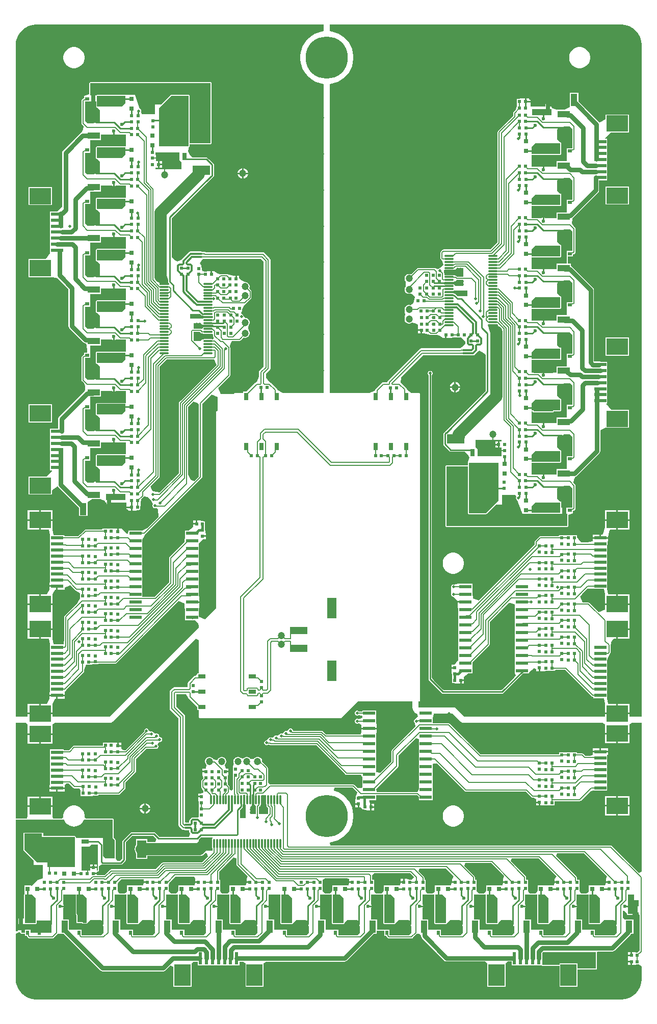
<source format=gtl>
G04*
G04 #@! TF.GenerationSoftware,Altium Limited,Altium Designer,22.0.2 (36)*
G04*
G04 Layer_Physical_Order=1*
G04 Layer_Color=255*
%FSLAX25Y25*%
%MOIN*%
G70*
G04*
G04 #@! TF.SameCoordinates,BDA990A8-0A96-437A-976C-4807BF83E6F5*
G04*
G04*
G04 #@! TF.FilePolarity,Positive*
G04*
G01*
G75*
%ADD16R,0.03937X0.03937*%
%ADD17R,0.02992X0.05000*%
%ADD18C,0.04724*%
%ADD19O,0.06496X0.01181*%
%ADD20R,0.05000X0.02992*%
%ADD21R,0.11496X0.05000*%
%ADD22R,0.06496X0.13504*%
%ADD23R,0.02165X0.02165*%
%ADD24R,0.02165X0.02165*%
%ADD25R,0.07874X0.02402*%
%ADD26R,0.14173X0.10551*%
%ADD27R,0.03150X0.03150*%
%ADD28R,0.02362X0.02756*%
%ADD29R,0.04016X0.12520*%
%ADD30R,0.04488X0.07992*%
%ADD31R,0.07874X0.02362*%
%ADD32R,0.07992X0.04488*%
%ADD33O,0.01181X0.06496*%
%ADD34R,0.18110X0.18504*%
%ADD35R,0.04528X0.02756*%
%ADD36R,0.11811X0.05906*%
%ADD37R,0.05906X0.11811*%
%ADD38R,0.02402X0.07874*%
%ADD39R,0.10551X0.14173*%
%ADD40R,0.02756X0.02362*%
%ADD41R,0.03150X0.03150*%
%ADD42R,0.12520X0.04016*%
%ADD43R,0.02756X0.04528*%
%ADD44R,0.18504X0.18110*%
%ADD75C,0.00800*%
%ADD76C,0.00799*%
%ADD77C,0.01000*%
%ADD78C,0.03150*%
%ADD79C,0.01200*%
%ADD80C,0.00600*%
%ADD81C,0.01500*%
%ADD82C,0.07874*%
%ADD83R,0.03150X0.04724*%
%ADD84C,0.27559*%
%ADD85C,0.01968*%
%ADD86C,0.02362*%
G36*
X73917Y588425D02*
X71555Y586063D01*
X55216D01*
Y592953D01*
X73917D01*
Y588425D01*
D02*
G37*
G36*
X50797Y589400D02*
X51083Y589096D01*
X51136Y589013D01*
Y589004D01*
X54285D01*
X54567Y588621D01*
Y586063D01*
X54715Y585706D01*
Y585660D01*
X54734D01*
X54757Y585604D01*
X55216Y585414D01*
X55315D01*
X57185Y583543D01*
Y576948D01*
X55130D01*
X53746Y578333D01*
X53382Y578576D01*
X52953Y578661D01*
X52524Y578576D01*
X52160Y578333D01*
X51917Y577969D01*
X51831Y577539D01*
X51917Y577110D01*
X52160Y576746D01*
X53306Y575600D01*
X53115Y575138D01*
X48917D01*
X47343Y576713D01*
Y589400D01*
X50797D01*
D02*
G37*
G36*
X366043Y571417D02*
Y565709D01*
Y558730D01*
X362589D01*
Y558720D01*
X362500D01*
Y550453D01*
X355709D01*
Y546712D01*
X348267D01*
Y547697D01*
X348267Y547697D01*
X348182Y548126D01*
X347939Y548490D01*
X347939Y548490D01*
X346758Y549671D01*
X346394Y549914D01*
X345965Y550000D01*
X345535Y549914D01*
X345171Y549671D01*
X344928Y549307D01*
X344843Y548878D01*
X344928Y548449D01*
X345171Y548085D01*
X346024Y547232D01*
Y546712D01*
X339370D01*
Y554462D01*
X339469Y554528D01*
X358169D01*
X358629Y554718D01*
X358819Y555177D01*
Y562067D01*
X358671Y562424D01*
Y562470D01*
X358652D01*
X358629Y562526D01*
X358169Y562716D01*
X358071D01*
X356201Y564586D01*
Y571181D01*
X358256D01*
X359640Y569797D01*
X360004Y569554D01*
X360433Y569469D01*
X360862Y569554D01*
X361226Y569797D01*
X361469Y570161D01*
X361555Y570590D01*
X361469Y571020D01*
X361226Y571384D01*
X360080Y572530D01*
X360271Y572992D01*
X364469D01*
X366043Y571417D01*
D02*
G37*
G36*
X74016Y560105D02*
X73917Y560039D01*
X55216D01*
X54757Y559849D01*
X54567Y559390D01*
Y552500D01*
X54715Y552143D01*
Y552097D01*
X54734D01*
X54757Y552041D01*
X55216Y551851D01*
X55315D01*
X57185Y549980D01*
Y543385D01*
X55130D01*
X53746Y544769D01*
X53382Y545013D01*
X52953Y545098D01*
X52524Y545013D01*
X52160Y544769D01*
X51917Y544406D01*
X51831Y543976D01*
X51917Y543547D01*
X52160Y543183D01*
X53306Y542037D01*
X53115Y541575D01*
X48917D01*
X47343Y543150D01*
Y548858D01*
Y555837D01*
X50797D01*
Y555847D01*
X50886D01*
Y564114D01*
X57677D01*
Y567854D01*
X65119D01*
Y566870D01*
X65119Y566870D01*
X65204Y566441D01*
X65447Y566077D01*
X66628Y564896D01*
X66992Y564653D01*
X67421Y564568D01*
X67851Y564653D01*
X68214Y564896D01*
X68457Y565260D01*
X68543Y565689D01*
X68457Y566118D01*
X68214Y566482D01*
X67362Y567335D01*
Y567854D01*
X74016D01*
Y560105D01*
D02*
G37*
G36*
Y601411D02*
X129579D01*
Y562205D01*
X115748D01*
X115661Y562291D01*
Y593138D01*
X115471Y593597D01*
X115012Y593787D01*
X103791Y593787D01*
X103332Y593597D01*
X97066Y587331D01*
X93260D01*
Y581124D01*
X84500D01*
X84012Y582502D01*
X84071Y582591D01*
X84194Y583209D01*
X84071Y583827D01*
X83721Y584351D01*
X83244Y584670D01*
X80071Y593624D01*
X80043Y593596D01*
X74016Y593620D01*
Y593620D01*
X73962Y593584D01*
X73917Y593602D01*
X55216D01*
X54757Y593412D01*
X54285Y593579D01*
Y593728D01*
X51136D01*
X50740Y593981D01*
Y601417D01*
X74016D01*
Y601411D01*
D02*
G37*
G36*
X115012Y560067D02*
X95720D01*
Y585067D01*
X103791Y593138D01*
X115012Y593138D01*
Y560067D01*
D02*
G37*
G36*
X358169Y555177D02*
X339469D01*
Y559705D01*
X341831Y562067D01*
X358169D01*
Y555177D01*
D02*
G37*
G36*
X73917Y554862D02*
X71555Y552500D01*
X55216D01*
Y559390D01*
X73917D01*
Y554862D01*
D02*
G37*
G36*
X109205Y551012D02*
X110484Y549732D01*
Y545106D01*
X93555D01*
Y546075D01*
X95024D01*
Y548158D01*
Y550240D01*
X93644D01*
Y554374D01*
X93555D01*
Y555933D01*
X109205D01*
Y551012D01*
D02*
G37*
G36*
X366043Y537854D02*
Y532146D01*
Y525167D01*
X362589D01*
Y525157D01*
X362500D01*
Y516890D01*
X355709D01*
Y513149D01*
X348267D01*
Y514134D01*
X348267Y514134D01*
X348182Y514563D01*
X347939Y514927D01*
X347939Y514927D01*
X346758Y516108D01*
X346394Y516351D01*
X345965Y516436D01*
X345535Y516351D01*
X345171Y516108D01*
X344928Y515744D01*
X344843Y515315D01*
X344928Y514886D01*
X345171Y514522D01*
X346024Y513669D01*
Y513149D01*
X339370D01*
Y520899D01*
X339469Y520965D01*
X358169D01*
X358629Y521155D01*
X358819Y521614D01*
Y528504D01*
X358671Y528861D01*
Y528907D01*
X358652D01*
X358629Y528963D01*
X358169Y529153D01*
X358071D01*
X356201Y531023D01*
Y537618D01*
X358256D01*
X359640Y536234D01*
X360004Y535991D01*
X360433Y535906D01*
X360862Y535991D01*
X361226Y536234D01*
X361469Y536598D01*
X361555Y537028D01*
X361469Y537457D01*
X361226Y537821D01*
X360080Y538967D01*
X360271Y539429D01*
X364469D01*
X366043Y537854D01*
D02*
G37*
G36*
X74016Y526542D02*
X73917Y526476D01*
X55216D01*
X54757Y526286D01*
X54567Y525827D01*
Y518937D01*
X54715Y518580D01*
Y518534D01*
X54734D01*
X54757Y518478D01*
X55216Y518288D01*
X55315D01*
X57185Y516418D01*
Y509822D01*
X55130D01*
X53746Y511206D01*
X53382Y511450D01*
X52953Y511535D01*
X52524Y511450D01*
X52160Y511206D01*
X51917Y510843D01*
X51831Y510413D01*
X51917Y509984D01*
X52160Y509620D01*
X53306Y508474D01*
X53115Y508012D01*
X48917D01*
X47343Y509587D01*
Y515295D01*
Y522274D01*
X50797D01*
Y522284D01*
X50886D01*
Y530551D01*
X57677D01*
Y534291D01*
X65119D01*
Y533307D01*
X65119Y533307D01*
X65204Y532878D01*
X65447Y532514D01*
X66628Y531333D01*
X66992Y531090D01*
X67421Y531004D01*
X67851Y531090D01*
X68214Y531333D01*
X68457Y531697D01*
X68543Y532126D01*
X68457Y532555D01*
X68214Y532919D01*
X67362Y533772D01*
Y534291D01*
X74016D01*
Y526542D01*
D02*
G37*
G36*
X358169Y521614D02*
X339469D01*
Y526142D01*
X341831Y528504D01*
X358169D01*
Y521614D01*
D02*
G37*
G36*
X73917Y521299D02*
X71555Y518937D01*
X55216D01*
Y525827D01*
X73917D01*
Y521299D01*
D02*
G37*
G36*
X366043Y504291D02*
Y498583D01*
Y491604D01*
X362589D01*
Y491594D01*
X362500D01*
Y483327D01*
X355709D01*
Y479587D01*
X348267D01*
Y480571D01*
X348267Y480571D01*
X348182Y481000D01*
X347939Y481364D01*
X347939Y481364D01*
X346758Y482545D01*
X346394Y482788D01*
X345965Y482873D01*
X345535Y482788D01*
X345171Y482545D01*
X344928Y482181D01*
X344843Y481752D01*
X344928Y481323D01*
X345171Y480959D01*
X346024Y480106D01*
Y479587D01*
X339370D01*
Y487336D01*
X339469Y487402D01*
X358169D01*
X358629Y487592D01*
X358819Y488051D01*
Y494941D01*
X358671Y495298D01*
Y495344D01*
X358652D01*
X358629Y495400D01*
X358169Y495590D01*
X358071D01*
X356201Y497460D01*
Y504056D01*
X358256D01*
X359640Y502671D01*
X360004Y502428D01*
X360433Y502343D01*
X360862Y502428D01*
X361226Y502671D01*
X361469Y503035D01*
X361555Y503465D01*
X361469Y503894D01*
X361226Y504257D01*
X360080Y505404D01*
X360271Y505866D01*
X364469D01*
X366043Y504291D01*
D02*
G37*
G36*
X74016Y492979D02*
X73917Y492913D01*
X55216D01*
X54757Y492723D01*
X54567Y492264D01*
Y485374D01*
X54715Y485017D01*
Y484971D01*
X54734D01*
X54757Y484915D01*
X55216Y484725D01*
X55315D01*
X57185Y482855D01*
Y476259D01*
X55130D01*
X53746Y477643D01*
X53382Y477887D01*
X52953Y477972D01*
X52524Y477887D01*
X52160Y477643D01*
X51917Y477280D01*
X51831Y476850D01*
X51917Y476421D01*
X52160Y476057D01*
X53306Y474911D01*
X53115Y474449D01*
X48917D01*
X47343Y476024D01*
Y481732D01*
Y488711D01*
X50797D01*
Y488721D01*
X50886D01*
Y496988D01*
X57677D01*
Y500728D01*
X65119D01*
Y499744D01*
X65119Y499744D01*
X65204Y499315D01*
X65447Y498951D01*
X66628Y497770D01*
X66992Y497527D01*
X67421Y497441D01*
X67851Y497527D01*
X68214Y497770D01*
X68457Y498134D01*
X68543Y498563D01*
X68457Y498992D01*
X68214Y499356D01*
X67362Y500209D01*
Y500728D01*
X74016D01*
Y492979D01*
D02*
G37*
G36*
X358169Y488051D02*
X339469D01*
Y492579D01*
X341831Y494941D01*
X358169D01*
Y488051D01*
D02*
G37*
G36*
X73917Y487736D02*
X71555Y485374D01*
X55216D01*
Y492264D01*
X73917D01*
Y487736D01*
D02*
G37*
G36*
X294831Y480484D02*
Y474718D01*
X290904D01*
X290395Y475226D01*
X290065Y475447D01*
X289674Y475525D01*
X289357D01*
X289319Y475563D01*
X288906D01*
X288701Y475700D01*
X288236Y475793D01*
X282921D01*
X282783Y475765D01*
X282283Y476140D01*
Y477060D01*
X282206Y477450D01*
X282035Y477705D01*
Y479043D01*
X282276Y479226D01*
X282535Y479347D01*
X282921Y479270D01*
X288236D01*
X288701Y479363D01*
X288906Y479500D01*
X289516D01*
X290500Y480484D01*
X294831Y480484D01*
D02*
G37*
G36*
Y468744D02*
X289436Y468744D01*
X289358Y469138D01*
X289095Y469531D01*
X288701Y469795D01*
X288236Y469887D01*
X282921D01*
X282535Y469810D01*
X282035Y470045D01*
Y471169D01*
X282276Y471352D01*
X282535Y471473D01*
X282921Y471396D01*
X288236D01*
X288701Y471489D01*
X288906Y471626D01*
X289319D01*
X290303Y472610D01*
X294831D01*
Y468744D01*
D02*
G37*
G36*
X100267Y477857D02*
X101784Y472457D01*
Y471500D01*
X101784Y471499D01*
X101869Y471070D01*
X102112Y470707D01*
X102340Y470479D01*
X102498Y469914D01*
X102196Y469516D01*
X96375D01*
X96016Y469875D01*
Y475323D01*
X99796Y478023D01*
X100267Y477857D01*
D02*
G37*
G36*
X366043Y470728D02*
Y465020D01*
Y458041D01*
X362589D01*
Y458031D01*
X362500D01*
Y449764D01*
X355709D01*
Y446024D01*
X348267D01*
Y447008D01*
X348267Y447008D01*
X348182Y447437D01*
X347939Y447801D01*
X347939Y447801D01*
X346758Y448982D01*
X346394Y449225D01*
X345965Y449310D01*
X345535Y449225D01*
X345171Y448982D01*
X344928Y448618D01*
X344843Y448189D01*
X344928Y447760D01*
X345171Y447396D01*
X346024Y446543D01*
Y446024D01*
X339370D01*
Y453773D01*
X339469Y453839D01*
X358169D01*
X358629Y454029D01*
X358819Y454488D01*
Y461378D01*
X358671Y461735D01*
Y461781D01*
X358652D01*
X358629Y461837D01*
X358169Y462027D01*
X358071D01*
X356201Y463897D01*
Y470493D01*
X358256D01*
X359640Y469108D01*
X360004Y468865D01*
X360433Y468780D01*
X360862Y468865D01*
X361226Y469108D01*
X361469Y469472D01*
X361555Y469902D01*
X361469Y470331D01*
X361226Y470694D01*
X360080Y471841D01*
X360271Y472303D01*
X364469D01*
X366043Y470728D01*
D02*
G37*
G36*
X297342Y462118D02*
X290953D01*
X289319Y463752D01*
X288906D01*
X288701Y463889D01*
X288236Y463981D01*
X282921D01*
X282850Y463967D01*
X282350Y464374D01*
Y465099D01*
X282850Y465505D01*
X282921Y465491D01*
X288236D01*
X288701Y465583D01*
X288906Y465720D01*
X297342D01*
Y462118D01*
D02*
G37*
G36*
X74016Y459416D02*
X73917Y459350D01*
X55216D01*
X54757Y459160D01*
X54567Y458701D01*
Y451811D01*
X54715Y451454D01*
Y451408D01*
X54734D01*
X54757Y451352D01*
X55216Y451162D01*
X55315D01*
X57185Y449292D01*
Y442696D01*
X55130D01*
X53746Y444080D01*
X53382Y444324D01*
X52953Y444409D01*
X52524Y444324D01*
X52160Y444080D01*
X51917Y443717D01*
X51831Y443287D01*
X51917Y442858D01*
X52160Y442494D01*
X53306Y441348D01*
X53115Y440886D01*
X48917D01*
X47343Y442461D01*
Y448169D01*
Y455148D01*
X50797D01*
Y455158D01*
X50886D01*
Y463425D01*
X57677D01*
Y467165D01*
X65119D01*
Y466181D01*
X65119Y466181D01*
X65204Y465752D01*
X65447Y465388D01*
X66628Y464207D01*
X66992Y463964D01*
X67421Y463878D01*
X67851Y463964D01*
X68214Y464207D01*
X68457Y464571D01*
X68543Y465000D01*
X68457Y465429D01*
X68214Y465793D01*
X67362Y466646D01*
Y467165D01*
X74016D01*
Y459416D01*
D02*
G37*
G36*
X358169Y454488D02*
X339469D01*
Y459016D01*
X341831Y461378D01*
X358169D01*
Y454488D01*
D02*
G37*
G36*
X73917Y454173D02*
X71555Y451811D01*
X55216D01*
Y458701D01*
X73917D01*
Y454173D01*
D02*
G37*
G36*
X123274Y449628D02*
X123638Y449385D01*
X124067Y449300D01*
X124067Y449300D01*
X124686D01*
X125150Y449207D01*
X130465D01*
X130535Y449222D01*
X131035Y448815D01*
Y448090D01*
X130535Y447684D01*
X130465Y447698D01*
X125150D01*
X124685Y447606D01*
X124480Y447469D01*
X115945D01*
Y450421D01*
X122481D01*
X123274Y449628D01*
D02*
G37*
G36*
X124067Y443532D02*
X124480D01*
X124685Y443394D01*
X125150Y443302D01*
X130465D01*
X130850Y443379D01*
X131350Y443147D01*
Y442020D01*
X131110Y441837D01*
X130850Y441716D01*
X130465Y441793D01*
X125150D01*
X124685Y441700D01*
X124291Y441437D01*
X124028Y441043D01*
X123950Y440650D01*
X118555Y440650D01*
Y444516D01*
X123083D01*
X124067Y443532D01*
D02*
G37*
G36*
X366043Y436870D02*
Y431161D01*
Y424478D01*
X362589D01*
Y424173D01*
X362500D01*
Y416131D01*
X355837D01*
Y415905D01*
X355709D01*
Y412165D01*
X348267D01*
Y413445D01*
X348267Y413445D01*
X348182Y413874D01*
X347939Y414238D01*
X347939Y414238D01*
X346758Y415419D01*
X346394Y415662D01*
X345965Y415747D01*
X345535Y415662D01*
X345171Y415419D01*
X344928Y415055D01*
X344843Y414626D01*
X344928Y414197D01*
X345171Y413833D01*
X346024Y412980D01*
Y412165D01*
X339370D01*
Y420210D01*
X339469Y420276D01*
X358169D01*
X358629Y420466D01*
X358819Y420925D01*
Y427815D01*
X358671Y428172D01*
Y428218D01*
X358652D01*
X358629Y428274D01*
X358169Y428464D01*
X357776D01*
X356201Y430039D01*
Y436930D01*
X358256D01*
X359640Y435545D01*
X360004Y435302D01*
X360433Y435217D01*
X360862Y435302D01*
X361226Y435545D01*
X361469Y435909D01*
X361555Y436339D01*
X361469Y436768D01*
X361226Y437132D01*
X360375Y437983D01*
X360566Y438445D01*
X364469D01*
X366043Y436870D01*
D02*
G37*
G36*
X317370Y443314D02*
Y437866D01*
X313590Y435166D01*
X313119Y435332D01*
X310888Y443275D01*
X311190Y443673D01*
X317011D01*
X317370Y443314D01*
D02*
G37*
G36*
X164222Y484547D02*
Y415946D01*
X161575Y413298D01*
X161266Y412835D01*
X161157Y412289D01*
X161157Y412289D01*
Y409409D01*
X159770Y405961D01*
X159224Y405853D01*
X158761Y405543D01*
X158761Y405543D01*
X152873Y399655D01*
X150699D01*
Y398884D01*
X145866D01*
X145866Y398884D01*
X145837Y398884D01*
X145775Y398858D01*
X145709Y398871D01*
X145651Y398860D01*
X145595Y398822D01*
X145528Y398822D01*
X145473Y398799D01*
X145425Y398752D01*
X145360Y398739D01*
X145310Y398705D01*
X145273Y398649D01*
X145211Y398623D01*
X145192Y398604D01*
X144718Y398130D01*
X136144D01*
X134513Y402067D01*
X141234Y408788D01*
X142026Y409581D01*
X142247Y409911D01*
X142325Y410302D01*
Y411589D01*
X142325Y428477D01*
X142325Y428477D01*
X142247Y428867D01*
Y428867D01*
X142206Y428929D01*
X142596Y430678D01*
X143502Y432866D01*
X148378D01*
X148768Y432944D01*
X149099Y433165D01*
X150998Y435064D01*
X151677Y434882D01*
X151677Y434882D01*
X152457D01*
X153210Y435084D01*
X153886Y435474D01*
X154437Y436026D01*
X154827Y436701D01*
X154827Y436701D01*
X154905Y436990D01*
X155029Y437455D01*
Y438235D01*
X154827Y438988D01*
X154412Y439792D01*
X154108Y441363D01*
X154412Y442935D01*
X154827Y443739D01*
X155029Y444492D01*
Y445272D01*
X154827Y446025D01*
X154437Y446701D01*
X153886Y447252D01*
X153210Y447642D01*
X152457Y447844D01*
X152436D01*
X151952Y447870D01*
X149424Y450968D01*
X149962Y452282D01*
Y453430D01*
X151052Y455357D01*
X151254Y455617D01*
X152497Y457032D01*
X153083Y457618D01*
X155969Y460504D01*
X156167Y460802D01*
X156237Y461153D01*
Y465054D01*
X156167Y465406D01*
X155969Y465703D01*
X154954Y466718D01*
X154954Y466718D01*
X154918Y467500D01*
X155029Y467917D01*
X155029Y467917D01*
Y468697D01*
X154827Y469450D01*
Y469451D01*
X154437Y470126D01*
Y470126D01*
X153886Y470677D01*
X153886Y470678D01*
X153210Y471067D01*
X153210Y471067D01*
X152921Y471145D01*
X152457Y471269D01*
X152092D01*
X151660Y471280D01*
X149220Y472886D01*
X148197Y473979D01*
Y475535D01*
X146614D01*
Y473453D01*
X145614D01*
Y475536D01*
X144323D01*
X143074Y475762D01*
X140446Y476383D01*
X140446Y476383D01*
X140094Y476453D01*
X136189D01*
X135992Y476414D01*
X135864Y476392D01*
X135823Y476388D01*
X134574Y476762D01*
X132144Y478214D01*
X132055Y478390D01*
X130473D01*
Y476307D01*
X129472D01*
Y478390D01*
X127890D01*
X125985Y478174D01*
X124253Y478428D01*
X123533Y481587D01*
Y481899D01*
X123533D01*
X122564Y483563D01*
X122615Y483927D01*
X123287Y485101D01*
X124387Y486269D01*
X162499D01*
X164222Y484547D01*
D02*
G37*
G36*
X123188Y437962D02*
X123519Y437741D01*
X123909Y437664D01*
X124029D01*
X124067Y437626D01*
X124480D01*
X124685Y437489D01*
X125150Y437396D01*
X130465D01*
X130526Y437409D01*
X130621Y437388D01*
X131079Y437033D01*
X131104Y436907D01*
X131112Y436894D01*
Y436133D01*
X131190Y435743D01*
X131350Y435502D01*
Y434146D01*
X131110Y433963D01*
X130850Y433842D01*
X130465Y433919D01*
X125150D01*
X124685Y433826D01*
X124480Y433689D01*
X123870D01*
X122886Y432705D01*
X118934Y432705D01*
X118555Y433084D01*
Y438609D01*
X122541D01*
X123188Y437962D01*
D02*
G37*
G36*
X74016Y425853D02*
X73917Y425787D01*
X55216D01*
X54757Y425597D01*
X54567Y425138D01*
Y418248D01*
X54715Y417891D01*
Y417845D01*
X54734D01*
X54757Y417789D01*
X55216Y417599D01*
X55315D01*
X57185Y415729D01*
Y409133D01*
X55130D01*
X53746Y410518D01*
X53382Y410761D01*
X52953Y410846D01*
X52524Y410761D01*
X52160Y410518D01*
X51917Y410154D01*
X51831Y409724D01*
X51917Y409295D01*
X52160Y408931D01*
X53306Y407785D01*
X53115Y407323D01*
X48917D01*
X47343Y408898D01*
Y414606D01*
Y421585D01*
X50797D01*
Y421594D01*
X50886D01*
Y429862D01*
X57677D01*
Y433602D01*
X65119D01*
Y432618D01*
X65119Y432618D01*
X65204Y432189D01*
X65447Y431825D01*
X66628Y430644D01*
X66992Y430401D01*
X67421Y430315D01*
X67851Y430401D01*
X68214Y430644D01*
X68457Y431008D01*
X68543Y431437D01*
X68457Y431866D01*
X68214Y432230D01*
X67362Y433083D01*
Y433602D01*
X74016D01*
Y425853D01*
D02*
G37*
G36*
X358169Y420925D02*
X339469D01*
Y425453D01*
X341831Y427815D01*
X358169D01*
Y420925D01*
D02*
G37*
G36*
X73917Y420610D02*
X71555Y418248D01*
X55216D01*
Y425138D01*
X73917D01*
Y420610D01*
D02*
G37*
G36*
X366043Y403602D02*
Y397894D01*
Y390915D01*
X362589D01*
Y390905D01*
X362500D01*
Y382638D01*
X355709D01*
Y378898D01*
X348267D01*
Y379882D01*
X348267Y379882D01*
X348182Y380311D01*
X347939Y380675D01*
X347939Y380675D01*
X346758Y381856D01*
X346394Y382099D01*
X345965Y382185D01*
X345535Y382099D01*
X345171Y381856D01*
X344928Y381492D01*
X344843Y381063D01*
X344928Y380634D01*
X345171Y380270D01*
X346024Y379417D01*
Y378898D01*
X339370D01*
Y386647D01*
X339469Y386713D01*
X340089D01*
Y386034D01*
X353809D01*
Y386713D01*
X358169D01*
X358629Y386903D01*
X358819Y387362D01*
Y394252D01*
X358671Y394609D01*
Y394655D01*
X358652D01*
X358629Y394711D01*
X358169Y394901D01*
X358071D01*
X356201Y396771D01*
Y403367D01*
X358256D01*
X359640Y401982D01*
X360004Y401739D01*
X360433Y401654D01*
X360862Y401739D01*
X361226Y401982D01*
X361469Y402346D01*
X361555Y402775D01*
X361469Y403205D01*
X361226Y403569D01*
X360080Y404715D01*
X360271Y405177D01*
X364469D01*
X366043Y403602D01*
D02*
G37*
G36*
X203543Y639725D02*
Y635333D01*
X202123Y635146D01*
X199929Y634558D01*
X197829Y633688D01*
X195862Y632552D01*
X194059Y631169D01*
X192453Y629563D01*
X191070Y627760D01*
X189934Y625793D01*
X189064Y623694D01*
X188476Y621499D01*
X188180Y619246D01*
Y616974D01*
X188476Y614722D01*
X189064Y612527D01*
X189934Y610428D01*
X191070Y608460D01*
X192453Y606658D01*
X194059Y605051D01*
X195862Y603668D01*
X197829Y602532D01*
X199929Y601663D01*
X202123Y601075D01*
X203543Y600888D01*
X203543Y539779D01*
X203543Y398884D01*
X176744Y398884D01*
X173127Y400666D01*
X173018Y401213D01*
X172709Y401676D01*
X172708Y401676D01*
X168841Y405543D01*
X168378Y405853D01*
X167832Y405961D01*
X165612Y408853D01*
Y411035D01*
X168259Y413682D01*
X168259Y413682D01*
X168568Y414145D01*
X168677Y414692D01*
X168677Y414692D01*
Y485801D01*
X168677Y485801D01*
X168568Y486347D01*
X168259Y486810D01*
X168259Y486810D01*
X164763Y490306D01*
X164299Y490616D01*
X163753Y490724D01*
X163753Y490724D01*
X126372D01*
X125929Y491020D01*
X125383Y491129D01*
X125383Y491129D01*
X124034D01*
X123915Y491209D01*
X123291Y491333D01*
X116296D01*
X115672Y491209D01*
X115143Y490855D01*
X110494Y486206D01*
X110141Y485677D01*
X107683Y484782D01*
X106529Y485342D01*
X104027Y487479D01*
Y513146D01*
X130294Y539413D01*
X130365Y539427D01*
X130365Y539427D01*
X130729Y539670D01*
X131373Y540314D01*
X131373Y540314D01*
X131616Y540678D01*
X131702Y541107D01*
X131702Y541107D01*
X131702Y541108D01*
Y545449D01*
X131702Y547924D01*
X131702Y547924D01*
X131616Y548353D01*
X131373Y548717D01*
X131373Y548717D01*
X128581Y551510D01*
X127589Y552502D01*
X127225Y552745D01*
X126796Y552830D01*
X126796Y552830D01*
X125787D01*
X117907D01*
X115725Y554747D01*
X114751Y556767D01*
X115269Y558812D01*
X115571Y559850D01*
X115661Y560067D01*
Y561497D01*
X115748Y561555D01*
X129579D01*
X130038Y561746D01*
X130073Y561829D01*
X130080D01*
Y561848D01*
X130228Y562205D01*
Y601411D01*
X130038Y601871D01*
X129579Y602061D01*
X74030D01*
X74016Y602067D01*
X50740D01*
X50281Y601877D01*
X50091Y601417D01*
Y596607D01*
X50091Y593981D01*
X46841Y592962D01*
Y591562D01*
X46802D01*
X46412Y591484D01*
X46081Y591263D01*
X45441Y590623D01*
X45219Y590292D01*
X45142Y589902D01*
Y575039D01*
X45219Y574649D01*
X45441Y574319D01*
X46577Y573182D01*
X46216Y571182D01*
X45099Y569092D01*
X45018Y569076D01*
X44298Y568596D01*
X44298Y568596D01*
X33077Y557374D01*
X32597Y556655D01*
X32428Y555807D01*
X32428Y555806D01*
Y520453D01*
X29215Y517549D01*
X25308Y517549D01*
X24498D01*
X24498Y513947D01*
X24498Y513612D01*
Y510010D01*
Y506073D01*
Y502136D01*
Y498199D01*
Y494262D01*
Y490325D01*
X24498D01*
X24553Y490167D01*
X21748Y486230D01*
X10325D01*
Y474479D01*
X24698D01*
X25393Y474479D01*
X26298Y474369D01*
X29357Y473806D01*
X36562Y466601D01*
Y442520D01*
X36562Y442520D01*
X36731Y441671D01*
X37212Y440952D01*
X46286Y431877D01*
X46286Y431877D01*
X47006Y431396D01*
X47966Y430940D01*
X48357Y429931D01*
X48910Y425994D01*
X48696Y425147D01*
X46841D01*
Y423747D01*
X46802D01*
X46412Y423669D01*
X46081Y423448D01*
X45441Y422808D01*
X45219Y422477D01*
X45142Y422087D01*
Y407224D01*
X45219Y406834D01*
X45441Y406503D01*
X46655Y405289D01*
X47583Y403527D01*
X47601Y403406D01*
X47336Y400691D01*
X47172Y400111D01*
X30519Y383458D01*
X30038Y382738D01*
X29869Y381890D01*
X29869Y381890D01*
Y375395D01*
X24498D01*
Y371794D01*
Y367857D01*
Y363919D01*
Y359982D01*
Y356046D01*
Y352109D01*
Y348171D01*
X25889D01*
X25919Y347922D01*
X25888Y347715D01*
X22410Y344076D01*
X10325D01*
Y332325D01*
X25698D01*
Y335210D01*
X29350Y337586D01*
X29635Y337551D01*
X29928Y337113D01*
X43278Y323763D01*
Y318239D01*
X48966D01*
Y325558D01*
X48966Y327431D01*
X52153Y329242D01*
X57549D01*
X57549Y329242D01*
Y329242D01*
X60561Y328140D01*
X60818Y327067D01*
X61417D01*
Y324409D01*
X64567D01*
Y327067D01*
X74508D01*
Y322796D01*
X75241D01*
X75772Y321835D01*
X77354D01*
Y323917D01*
X78354D01*
Y321835D01*
X79703D01*
X79937Y321835D01*
X83474Y322235D01*
Y322800D01*
X83688Y326649D01*
X84215Y329230D01*
X85817Y330832D01*
X85817D01*
X85931Y331002D01*
X86051Y331022D01*
X88554Y330874D01*
X90443Y328720D01*
X90684Y328138D01*
Y328138D01*
X90685Y328138D01*
X91192Y327510D01*
X91501Y326589D01*
X91613Y326258D01*
X91526Y325217D01*
Y324586D01*
X91526Y324586D01*
X91767Y324004D01*
X91767Y324004D01*
X92213Y323558D01*
X92795Y323317D01*
X92795Y323317D01*
X93425Y323317D01*
X93425Y323317D01*
X94008Y323558D01*
X95005Y322734D01*
X95433Y317741D01*
X88090Y310398D01*
X84852Y308710D01*
X75778Y308710D01*
X75300Y306857D01*
X74826Y306830D01*
X70980Y310154D01*
Y310154D01*
X69398D01*
Y308071D01*
X68398D01*
Y310154D01*
X66815D01*
X62928Y310049D01*
X62885Y310049D01*
X58947D01*
X58255Y309385D01*
X48813D01*
X47700D01*
X47310Y309308D01*
X46979Y309087D01*
X44378Y306486D01*
X42809Y304917D01*
X34320D01*
X33572Y305698D01*
X28435D01*
X26682Y305698D01*
X26098Y309394D01*
X26098Y309607D01*
X26098Y312426D01*
Y315169D01*
X18512D01*
Y309394D01*
X22161D01*
X23915Y309394D01*
X24498Y305698D01*
X24498Y302666D01*
Y298160D01*
Y294223D01*
Y290286D01*
Y286349D01*
Y282412D01*
Y278475D01*
X24342Y274602D01*
X24098D01*
Y272902D01*
X29035D01*
Y272402D01*
X29535D01*
Y270201D01*
X33972D01*
Y271420D01*
X37909Y273051D01*
X41208Y269752D01*
X41539Y269531D01*
X44183Y267824D01*
Y264459D01*
X42329Y261290D01*
X41622Y260583D01*
X34020Y252981D01*
X33799Y252651D01*
X33722Y252261D01*
Y250703D01*
X33722Y250703D01*
X33722Y248293D01*
X33722Y246766D01*
Y244089D01*
X33722Y244089D01*
X33722Y244089D01*
Y238156D01*
X33572Y234281D01*
X26682D01*
X26098Y237976D01*
X26098Y238218D01*
Y243752D01*
X18512D01*
Y237976D01*
X23915D01*
X24498Y234281D01*
Y230679D01*
Y226743D01*
Y222806D01*
Y218868D01*
Y214932D01*
Y210995D01*
Y207057D01*
X24342Y203185D01*
X24098D01*
Y201484D01*
X29035D01*
X33972D01*
Y202223D01*
X33972Y203185D01*
X36525Y206065D01*
X45759Y215299D01*
X46587Y216126D01*
X46808Y216457D01*
X46885Y216847D01*
Y217727D01*
X48121Y221152D01*
X51486D01*
X52451Y221250D01*
X55817D01*
X56474Y221865D01*
X66160D01*
X67274D01*
X67664Y221942D01*
X67994Y222163D01*
X69199Y223368D01*
X73240Y227409D01*
X108449Y262618D01*
X112386Y260987D01*
Y259748D01*
X112786Y255977D01*
Y254429D01*
Y250148D01*
X117160D01*
X117303Y250089D01*
X117933D01*
X118076Y250148D01*
X119515D01*
X120321Y249124D01*
X121270Y247651D01*
X121475Y247240D01*
X121655Y246649D01*
X121677Y246460D01*
X121687Y246352D01*
X121687Y246211D01*
Y245408D01*
X63287Y187008D01*
X26098D01*
Y188713D01*
X18012D01*
X9925D01*
Y187008D01*
X2007D01*
X2007Y535433D01*
X2007Y625984D01*
X2007Y626885D01*
X2242Y628671D01*
X2708Y630411D01*
X3398Y632075D01*
X4298Y633635D01*
X5395Y635064D01*
X6668Y636338D01*
X8097Y637434D01*
X9657Y638335D01*
X11321Y639024D01*
X13061Y639490D01*
X14847Y639725D01*
X15748Y639725D01*
X203543D01*
D02*
G37*
G36*
X74016Y392290D02*
X73917Y392224D01*
X55216D01*
X54757Y392034D01*
X54567Y391575D01*
Y384685D01*
X54715Y384328D01*
Y384282D01*
X54734D01*
X54757Y384226D01*
X55216Y384036D01*
X55315D01*
X57185Y382166D01*
Y375570D01*
X55130D01*
X53746Y376955D01*
X53382Y377198D01*
X52953Y377283D01*
X52524Y377198D01*
X52160Y376955D01*
X51917Y376591D01*
X51831Y376161D01*
X51917Y375732D01*
X52160Y375368D01*
X53306Y374222D01*
X53115Y373760D01*
X48917D01*
X47343Y375335D01*
Y381043D01*
Y388022D01*
X50797D01*
Y388032D01*
X50886D01*
Y396299D01*
X57677D01*
Y400039D01*
X65119D01*
Y399055D01*
X65119Y399055D01*
X65204Y398626D01*
X65447Y398262D01*
X66628Y397081D01*
X66992Y396838D01*
X67421Y396753D01*
X67851Y396838D01*
X68214Y397081D01*
X68457Y397445D01*
X68543Y397874D01*
X68457Y398303D01*
X68214Y398667D01*
X67362Y399520D01*
Y400039D01*
X74016D01*
Y392290D01*
D02*
G37*
G36*
X397638Y639725D02*
X398538D01*
X400324Y639490D01*
X402064Y639024D01*
X403728Y638335D01*
X405288Y637434D01*
X406717Y636338D01*
X407991Y635064D01*
X409087Y633635D01*
X409988Y632075D01*
X410677Y630411D01*
X411143Y628671D01*
X411379Y626885D01*
X411379Y625984D01*
X411379Y187008D01*
X403461D01*
Y188713D01*
X395374D01*
X387287D01*
Y187008D01*
X295276D01*
X289370Y192913D01*
X265551D01*
Y196982D01*
X265853D01*
X266312Y197172D01*
X266502Y197632D01*
Y216857D01*
Y394922D01*
X266502Y395200D01*
X266502Y395201D01*
X266502Y397933D01*
X266502Y397933D01*
X266502Y397934D01*
X266502Y397992D01*
X266502Y397993D01*
X266456Y398103D01*
X266456Y398104D01*
X266456Y398104D01*
X266453Y398112D01*
X266453Y398241D01*
X266453Y398241D01*
X266407Y398352D01*
X266407Y398352D01*
X266322Y398437D01*
Y398437D01*
X266316Y398444D01*
X266312Y398452D01*
X266312Y398452D01*
X266266Y398563D01*
X266266Y398563D01*
X266181Y398648D01*
X266070Y398694D01*
X266070Y398694D01*
X266062Y398697D01*
X266056Y398704D01*
X266055Y398704D01*
X265971Y398789D01*
X265971Y398789D01*
X265860Y398835D01*
X265860Y398835D01*
X265731D01*
X265723Y398838D01*
X265722Y398838D01*
X265722Y398838D01*
X265611Y398884D01*
X265611Y398884D01*
X265551Y398884D01*
X262959Y398884D01*
X262959D01*
X262555Y398884D01*
X260733D01*
X257733Y400942D01*
X257624Y401488D01*
X257315Y401951D01*
X257315Y401951D01*
X253841Y405425D01*
X254222Y408667D01*
X254434Y409403D01*
X268473Y423443D01*
X294138D01*
X294258Y423363D01*
X294882Y423239D01*
X301059D01*
X301683Y423363D01*
X302212Y423716D01*
X304171Y425675D01*
X304525Y426205D01*
X305434Y426474D01*
X308815Y424367D01*
X309359Y423432D01*
Y400043D01*
X283092Y373776D01*
X283021Y373762D01*
X283021Y373762D01*
X282657Y373519D01*
X282657Y373519D01*
X282013Y372875D01*
X281769Y372511D01*
X281684Y372082D01*
X281684Y372081D01*
X281684Y372081D01*
Y367740D01*
X281684Y365265D01*
X281684Y365265D01*
X281769Y364836D01*
X282012Y364472D01*
X284805Y361679D01*
X285797Y360687D01*
X285797Y360687D01*
X286161Y360444D01*
X286590Y360359D01*
X286590Y360359D01*
X287599D01*
X295479D01*
X297661Y358442D01*
X298635Y356422D01*
X298116Y354377D01*
X297815Y353339D01*
X297725Y353122D01*
Y351535D01*
X287170D01*
X283827Y351535D01*
X283680Y351486D01*
X283578Y351486D01*
X283306Y351360D01*
X283306Y351213D01*
X283227Y351134D01*
X283207Y351087D01*
X283207Y351087D01*
X283207Y350958D01*
X283158Y350839D01*
X283158Y350839D01*
X283158Y347875D01*
Y347875D01*
X283158Y347723D01*
Y325858D01*
Y311777D01*
X283348Y311318D01*
X283807Y311128D01*
X339356D01*
X339370Y311122D01*
X362646D01*
X363105Y311312D01*
X363295Y311771D01*
Y316582D01*
X363295Y319204D01*
X366545Y320227D01*
Y321627D01*
X366584D01*
X366974Y321705D01*
X367305Y321926D01*
X367945Y322566D01*
X368166Y322897D01*
X368244Y323287D01*
Y338149D01*
X368166Y338540D01*
X367945Y338870D01*
X366809Y340007D01*
X367182Y342074D01*
X368227Y344085D01*
X368368Y344113D01*
X369088Y344593D01*
X383753Y359259D01*
X383753Y359259D01*
X384234Y359978D01*
X384402Y360827D01*
X384402Y360827D01*
Y374408D01*
X387687Y375983D01*
X388339Y375983D01*
X403061D01*
Y387734D01*
X391359D01*
X388218Y391596D01*
X388216Y391671D01*
X388252Y391829D01*
X388887D01*
X388887Y395431D01*
X388887Y395766D01*
Y399368D01*
Y403305D01*
Y407242D01*
Y411179D01*
Y415116D01*
Y419053D01*
X384643D01*
X384313Y419273D01*
X383465Y419442D01*
X380257D01*
X380170Y419529D01*
Y466142D01*
X380001Y466990D01*
X379521Y467710D01*
X379521Y467710D01*
X365918Y481312D01*
X365199Y481793D01*
X365029Y481920D01*
Y483257D01*
X363242D01*
X363149Y483327D01*
Y488042D01*
X366545D01*
Y489442D01*
X366584D01*
X366974Y489520D01*
X367305Y489741D01*
X367945Y490381D01*
X368166Y490712D01*
X368244Y491102D01*
Y505965D01*
X368166Y506355D01*
X367945Y506685D01*
X366731Y507900D01*
X365803Y509662D01*
X365785Y509783D01*
X366050Y512498D01*
X366214Y513078D01*
X382867Y529731D01*
X383348Y530451D01*
X383517Y531299D01*
X383517Y531299D01*
Y537794D01*
X388887D01*
Y541395D01*
Y545332D01*
Y549269D01*
Y553206D01*
Y557143D01*
Y561080D01*
Y565017D01*
X387496D01*
X387467Y565267D01*
X387498Y565474D01*
X390975Y569113D01*
X403061D01*
Y580864D01*
X387687D01*
Y577747D01*
X384052Y575564D01*
X383779Y575595D01*
X383458Y576076D01*
X383458Y576076D01*
X370108Y589426D01*
Y594950D01*
X364420D01*
Y587631D01*
X364420Y585758D01*
X361233Y583946D01*
X355837D01*
X355837Y583946D01*
Y583946D01*
X352824Y585049D01*
X352432Y586122D01*
X351575D01*
Y588681D01*
X348426D01*
Y586122D01*
X338878D01*
Y590393D01*
X338145D01*
X337614Y591354D01*
X336032D01*
Y589272D01*
X335032D01*
Y591354D01*
X333683D01*
X333449Y591354D01*
X329912Y590954D01*
Y590389D01*
X329698Y586540D01*
X329171Y583959D01*
X327569Y582357D01*
X327569D01*
X327348Y582026D01*
X327348D01*
X327270Y581636D01*
X327270Y579711D01*
X317511Y569952D01*
X317290Y569622D01*
X317213Y569232D01*
Y497275D01*
X312506Y492568D01*
X281706D01*
X281316Y492491D01*
X280985Y492270D01*
X280185Y491469D01*
X279963Y491138D01*
X279886Y490748D01*
Y486858D01*
X279963Y486468D01*
X281179Y484640D01*
X281603Y482886D01*
X280755Y481640D01*
X279644Y480692D01*
X278630Y480083D01*
X278630D01*
X278185Y479638D01*
X276323Y480245D01*
X275933Y480323D01*
X271508D01*
X266831Y480323D01*
X265008D01*
X264618Y480245D01*
X264287Y480024D01*
X260783Y476519D01*
X259689Y476557D01*
X258909D01*
X258909Y476557D01*
X258909Y476557D01*
X258748Y476513D01*
X258156Y476355D01*
X257480Y475965D01*
X256929Y475413D01*
X256929Y475413D01*
X256929Y475413D01*
X256539Y474738D01*
X256539Y474738D01*
X256337Y473984D01*
X256337Y473984D01*
X256337Y473685D01*
Y473205D01*
X256337Y473205D01*
X256539Y472451D01*
X256539Y472451D01*
X256954Y471646D01*
X257258Y470075D01*
X256954Y468503D01*
X256539Y467698D01*
X256337Y466945D01*
Y466165D01*
X256539Y465412D01*
X256539Y465412D01*
X256929Y464736D01*
X257480Y464185D01*
X258156Y463795D01*
X258909Y463593D01*
X259689D01*
X259689Y463593D01*
X259978Y463670D01*
X260340Y463767D01*
X261762Y462940D01*
X263056Y461356D01*
X262049Y457516D01*
X260036Y456216D01*
X259689Y456309D01*
X259689Y456309D01*
X258909D01*
X258156Y456107D01*
X258156Y456107D01*
X257480Y455717D01*
X257480Y455717D01*
X256929Y455165D01*
X256539Y454490D01*
X256539Y454490D01*
X256461Y454201D01*
X256337Y453736D01*
X256337Y452957D01*
X256337Y452956D01*
X256337Y452956D01*
X256433Y452600D01*
X256571Y451557D01*
Y451557D01*
X256571Y451557D01*
X256639Y450197D01*
X256571Y448837D01*
X256433Y447794D01*
X256337Y447437D01*
X256337Y447437D01*
X256337Y447437D01*
X256337Y447157D01*
Y446657D01*
X256539Y445904D01*
X256929Y445228D01*
X257480Y444677D01*
X257480Y444677D01*
X258156Y444287D01*
X258156Y444287D01*
X258238Y444265D01*
X258909Y444085D01*
X259689D01*
X260442Y444287D01*
X260443D01*
X261118Y444677D01*
X261118D01*
X261252Y444811D01*
X263021Y444545D01*
X265189Y443450D01*
X265189Y442083D01*
Y440236D01*
X267272D01*
Y439736D01*
X267772D01*
Y437653D01*
X269063D01*
X270312Y437427D01*
X272940Y436806D01*
X272940Y436806D01*
X273291Y436736D01*
X277197D01*
X277394Y436775D01*
X277585Y436795D01*
X278811Y436427D01*
X281242Y434975D01*
X281331Y434799D01*
X282913D01*
Y436882D01*
X283913D01*
Y434799D01*
X285496D01*
X289033Y435199D01*
X292137D01*
X293438Y434943D01*
X295997Y432527D01*
Y431200D01*
X293823Y428876D01*
X292952Y428232D01*
X292736Y428189D01*
X292300Y427898D01*
X267219D01*
X267219Y427898D01*
X266673Y427789D01*
X266210Y427479D01*
X266210Y427479D01*
X245481Y406751D01*
X245172Y406288D01*
X245083Y405843D01*
X242340D01*
X241794Y405734D01*
X241331Y405425D01*
X241331Y405425D01*
X237436Y401530D01*
X237126Y401067D01*
X237017Y400521D01*
X237016Y400520D01*
X233400Y398884D01*
X207514Y398884D01*
X207514Y539779D01*
X207514Y600888D01*
X207514Y600892D01*
X208900Y601075D01*
X211095Y601663D01*
X213194Y602532D01*
X215162Y603668D01*
X216964Y605051D01*
X218571Y606658D01*
X219954Y608460D01*
X221090Y610428D01*
X221959Y612527D01*
X222548Y614722D01*
X222844Y616974D01*
Y619246D01*
X222548Y621499D01*
X221959Y623694D01*
X221090Y625793D01*
X219954Y627760D01*
X218571Y629563D01*
X216964Y631169D01*
X215162Y632552D01*
X213194Y633688D01*
X211095Y634558D01*
X208900Y635146D01*
X207514Y635328D01*
X207514Y635333D01*
Y639725D01*
X397638D01*
D02*
G37*
G36*
X358169Y387362D02*
X339469D01*
Y391890D01*
X341831Y394252D01*
X358169D01*
Y387362D01*
D02*
G37*
G36*
X73917Y387047D02*
X71555Y384685D01*
X55216D01*
Y391575D01*
X73917D01*
Y387047D01*
D02*
G37*
G36*
X366043Y370039D02*
Y364331D01*
Y357352D01*
X362589D01*
Y357342D01*
X362500D01*
Y349075D01*
X355709D01*
Y345335D01*
X348267D01*
Y346319D01*
X348267Y346319D01*
X348182Y346748D01*
X347939Y347112D01*
X347939Y347112D01*
X346758Y348293D01*
X346394Y348536D01*
X345965Y348622D01*
X345535Y348536D01*
X345171Y348293D01*
X344928Y347929D01*
X344843Y347500D01*
X344928Y347071D01*
X345171Y346707D01*
X346024Y345854D01*
Y345335D01*
X339370D01*
Y353084D01*
X339469Y353150D01*
X358169D01*
X358629Y353340D01*
X358819Y353799D01*
Y360689D01*
X358671Y361046D01*
Y361092D01*
X358652D01*
X358629Y361148D01*
X358169Y361338D01*
X358071D01*
X356201Y363208D01*
Y369804D01*
X358256D01*
X359640Y368419D01*
X360004Y368176D01*
X360433Y368091D01*
X360862Y368176D01*
X361226Y368419D01*
X361469Y368783D01*
X361555Y369213D01*
X361469Y369642D01*
X361226Y370005D01*
X360080Y371152D01*
X360271Y371614D01*
X364469D01*
X366043Y370039D01*
D02*
G37*
G36*
X74016Y358727D02*
X73917Y358661D01*
X55216D01*
X54757Y358471D01*
X54567Y358012D01*
Y351122D01*
X54715Y350765D01*
Y350719D01*
X54734D01*
X54757Y350663D01*
X55216Y350473D01*
X55315D01*
X57185Y348603D01*
Y342007D01*
X55130D01*
X53746Y343391D01*
X53382Y343635D01*
X52953Y343720D01*
X52524Y343635D01*
X52160Y343391D01*
X51917Y343028D01*
X51831Y342598D01*
X51917Y342169D01*
X52160Y341805D01*
X53306Y340659D01*
X53115Y340197D01*
X48917D01*
X47343Y341772D01*
Y347480D01*
Y354459D01*
X50797D01*
Y354468D01*
X50886D01*
Y362736D01*
X57677D01*
Y366476D01*
X65119D01*
Y365492D01*
X65119Y365492D01*
X65204Y365063D01*
X65447Y364699D01*
X66628Y363518D01*
X66992Y363275D01*
X67421Y363190D01*
X67851Y363275D01*
X68214Y363518D01*
X68457Y363882D01*
X68543Y364311D01*
X68457Y364740D01*
X68214Y365104D01*
X67362Y365957D01*
Y366476D01*
X74016D01*
Y358727D01*
D02*
G37*
G36*
X319831Y367114D02*
X318362D01*
Y365031D01*
Y362949D01*
X319740D01*
Y358815D01*
X319831D01*
Y357256D01*
X304181D01*
Y362177D01*
X302902Y363457D01*
Y368083D01*
X319831D01*
Y367114D01*
D02*
G37*
G36*
X358169Y353799D02*
X339469D01*
Y358327D01*
X341831Y360689D01*
X358169D01*
Y353799D01*
D02*
G37*
G36*
X73917Y353484D02*
X71555Y351122D01*
X55216D01*
Y358012D01*
X73917D01*
Y353484D01*
D02*
G37*
G36*
X120284Y392396D02*
X121914Y391248D01*
Y390789D01*
Y344833D01*
Y344221D01*
X118802Y341110D01*
X116376Y342115D01*
X114866Y345427D01*
X114865Y345427D01*
X114865Y345427D01*
Y389767D01*
X118116Y393018D01*
X120284Y392396D01*
D02*
G37*
G36*
X366043Y336476D02*
Y323789D01*
X362589D01*
X362303Y324095D01*
X362252Y324177D01*
Y324185D01*
X359103D01*
X358819Y324567D01*
Y327126D01*
X358671Y327483D01*
Y327529D01*
X358652D01*
X358629Y327585D01*
X358169Y327775D01*
X358071D01*
X356201Y329645D01*
Y336241D01*
X358256D01*
X359640Y334856D01*
X360004Y334613D01*
X360433Y334528D01*
X360862Y334613D01*
X361226Y334856D01*
X361469Y335220D01*
X361555Y335649D01*
X361469Y336079D01*
X361226Y336442D01*
X360080Y337589D01*
X360271Y338051D01*
X364469D01*
X366043Y336476D01*
D02*
G37*
G36*
X133331Y417166D02*
Y417056D01*
X124968Y408693D01*
X124968Y408693D01*
X110155Y393881D01*
X110155Y393880D01*
X108925Y392650D01*
X108704Y392319D01*
X108626Y391929D01*
Y346993D01*
X108626Y346289D01*
X96095Y333757D01*
X96001Y333681D01*
X91972Y334232D01*
X91052Y335456D01*
X90241Y337603D01*
X95875Y343236D01*
X96096Y343567D01*
X96173Y343957D01*
Y415914D01*
X100880Y420621D01*
X131680D01*
X133331Y417166D01*
D02*
G37*
G36*
X358169Y320236D02*
X339469D01*
Y324764D01*
X341831Y327126D01*
X358169D01*
Y320236D01*
D02*
G37*
G36*
X317665Y328122D02*
X309594Y320051D01*
X298374Y320051D01*
Y353122D01*
X317665D01*
Y328122D01*
D02*
G37*
G36*
X297725Y320051D02*
X297915Y319592D01*
X298374Y319402D01*
X309594Y319402D01*
X310054Y319592D01*
X316320Y325858D01*
X320126D01*
Y332065D01*
X328886D01*
X329374Y330687D01*
X329315Y330598D01*
X329192Y329980D01*
X329315Y329362D01*
X329665Y328838D01*
X330142Y328519D01*
X333315Y319565D01*
X333343Y319593D01*
X339370Y319569D01*
Y319569D01*
X339424Y319605D01*
X339469Y319587D01*
X358169D01*
X358629Y319777D01*
X359103Y319615D01*
Y319461D01*
X362252D01*
X362646Y319204D01*
Y311771D01*
X339370D01*
Y311777D01*
X283807D01*
Y325858D01*
Y350839D01*
X283827Y350886D01*
X297725D01*
Y320051D01*
D02*
G37*
G36*
X133957Y395943D02*
Y387369D01*
X133284Y386696D01*
X133284Y386696D01*
X133284Y386696D01*
X133263Y386675D01*
X133238Y386614D01*
X133183Y386577D01*
X133150Y386527D01*
X133137Y386463D01*
X133133Y386459D01*
X133133Y386459D01*
X133133Y386459D01*
X133089Y386415D01*
X133067Y386360D01*
Y386294D01*
X133030Y386238D01*
X133018Y386180D01*
X133031Y386115D01*
X133006Y386053D01*
Y258071D01*
X125797Y250862D01*
X121860Y252493D01*
Y255977D01*
X122260Y259748D01*
Y261429D01*
X117323D01*
Y262429D01*
X122260D01*
Y264110D01*
X121860Y267881D01*
Y270148D01*
Y275148D01*
Y280148D01*
Y285148D01*
Y290148D01*
Y295148D01*
Y300148D01*
X124394Y303035D01*
X126295D01*
Y304618D01*
X124213D01*
Y305618D01*
X126295D01*
Y306958D01*
X126295Y306958D01*
Y307201D01*
X126295D01*
X126268Y307212D01*
X125932Y310384D01*
X125895Y314306D01*
Y314872D01*
X122358Y315272D01*
X122124Y315272D01*
X120775D01*
Y313189D01*
X120275D01*
Y312689D01*
X118193D01*
Y311106D01*
X115248Y308710D01*
X112786D01*
Y305148D01*
X112560Y301305D01*
X109220Y297965D01*
X102823Y291567D01*
X102602Y291236D01*
X102524Y290846D01*
Y274896D01*
X93034Y265407D01*
X84852D01*
X84852Y270148D01*
Y274429D01*
Y278710D01*
Y282593D01*
Y286265D01*
Y290148D01*
Y294429D01*
Y298710D01*
Y302343D01*
X85237Y303477D01*
X85735Y304506D01*
X86506Y305757D01*
X87236Y306660D01*
X87466Y306890D01*
X122831Y342255D01*
X123654Y343078D01*
X123875Y343409D01*
X123953Y343799D01*
Y344940D01*
Y390895D01*
Y391507D01*
X130020Y397574D01*
X133957Y395943D01*
D02*
G37*
G36*
X121687Y237220D02*
Y215442D01*
X120699D01*
Y215005D01*
X119413Y213678D01*
X118866Y213569D01*
X118403Y213260D01*
X118403Y213260D01*
X114929Y209786D01*
X114620Y209323D01*
X114511Y208776D01*
X114511Y208776D01*
Y206244D01*
X105626D01*
X105626Y206244D01*
X105079Y206135D01*
X104616Y205826D01*
X104616Y205825D01*
X103210Y204420D01*
X102901Y203957D01*
X102792Y203410D01*
X102793Y203410D01*
Y192365D01*
X102792Y192365D01*
X102901Y191818D01*
X103210Y191355D01*
X108390Y186176D01*
Y116512D01*
X108390Y116512D01*
X108499Y115966D01*
X108808Y115503D01*
X110799Y113512D01*
X110799Y113512D01*
X111262Y113203D01*
X111808Y113094D01*
X112127D01*
X112644Y112749D01*
X113268Y112625D01*
X115584D01*
Y111613D01*
X115708Y110989D01*
X116061Y110460D01*
X116147Y110373D01*
X115332Y108405D01*
X95937D01*
X93313Y111029D01*
X92949Y111272D01*
X92520Y111358D01*
X92520Y111358D01*
X77756D01*
X77327Y111272D01*
X76963Y111029D01*
X76963Y111029D01*
X72042Y106108D01*
X71798Y105744D01*
X71713Y105315D01*
X71713Y105315D01*
Y94123D01*
X70264Y92714D01*
X68489Y92792D01*
X67382Y94291D01*
Y106398D01*
X67191Y106857D01*
X67135Y106913D01*
Y106998D01*
X67051D01*
X66004Y108045D01*
Y119783D01*
X65813Y120243D01*
X65354Y120433D01*
X47824D01*
X47057Y121368D01*
Y122727D01*
X46792Y124060D01*
X46271Y125315D01*
X45516Y126445D01*
X44556Y127406D01*
X43426Y128161D01*
X42170Y128681D01*
X40837Y128946D01*
X39478D01*
X38145Y128681D01*
X36889Y128161D01*
X35759Y127406D01*
X34798Y126445D01*
X34043Y125315D01*
X33523Y124060D01*
X33258Y122727D01*
Y121368D01*
X32491Y120433D01*
X26564D01*
X26098Y122209D01*
X26098Y122401D01*
Y127984D01*
X18012D01*
X9925D01*
Y122401D01*
X9925Y122209D01*
X9460Y120433D01*
X2007D01*
X2007Y181069D01*
X2007Y183037D01*
X8417D01*
X9925Y181925D01*
X9925Y181069D01*
Y176149D01*
X18012D01*
X26098D01*
Y181069D01*
X26098Y181925D01*
X27606Y183037D01*
X63287D01*
X63287Y183037D01*
X64315Y183172D01*
X65273Y183569D01*
X66095Y184200D01*
X119868Y237973D01*
X121687Y237220D01*
D02*
G37*
G36*
X114511Y200203D02*
X114620Y199657D01*
X114929Y199194D01*
X120699Y193424D01*
Y191250D01*
X121687D01*
Y188021D01*
X121687Y187008D01*
X121687Y187008D01*
X121687Y186948D01*
X121687Y186948D01*
X121733Y186837D01*
X121733Y186837D01*
X121733Y186837D01*
X121736Y186828D01*
Y186699D01*
X121736Y186699D01*
X121782Y186589D01*
X121782Y186588D01*
X121867Y186504D01*
Y186504D01*
X121873Y186497D01*
X121877Y186489D01*
X121877Y186489D01*
X121923Y186378D01*
X121923Y186378D01*
X122008Y186293D01*
X122008Y186293D01*
X122119Y186247D01*
X122119Y186247D01*
X122127Y186243D01*
X122134Y186237D01*
X122134Y186237D01*
X122219Y186152D01*
X122219Y186152D01*
X122329Y186106D01*
X122330Y186106D01*
X122459Y186106D01*
X122467Y186103D01*
X122467Y186103D01*
X122578Y186057D01*
X122578Y186057D01*
X122638Y186057D01*
X123524Y186057D01*
X123525Y186057D01*
X123655Y186057D01*
X214567D01*
X214567Y186057D01*
X214596Y186057D01*
X214598Y186058D01*
X214599Y186058D01*
X214629Y186059D01*
X214671Y186080D01*
X214723Y186069D01*
X214781Y186081D01*
X214826Y186111D01*
X214843Y186118D01*
X214903D01*
X214958Y186141D01*
X215002Y186184D01*
X215016Y186190D01*
X215071Y186201D01*
X215120Y186234D01*
X215151Y186280D01*
X215198Y186297D01*
X215217Y186314D01*
X215219Y186315D01*
X215240Y186336D01*
X215240Y186336D01*
X215240Y186337D01*
X215240Y186337D01*
X225886Y196982D01*
X261580D01*
Y192913D01*
X261716Y191886D01*
X262112Y190928D01*
X262743Y190105D01*
X263566Y189474D01*
X264396Y189131D01*
X264686Y188383D01*
X264950Y187250D01*
X263694Y185738D01*
X263661D01*
X263079Y185497D01*
X262633Y185051D01*
X262392Y184469D01*
Y183838D01*
X262633Y183256D01*
X263079Y182810D01*
X263574Y181043D01*
X263551Y180646D01*
X248196Y165291D01*
X247975Y164960D01*
X247898Y164570D01*
Y157726D01*
X240561Y150389D01*
X238083Y150623D01*
X237706Y151092D01*
X237706Y152530D01*
X237706D01*
Y155561D01*
X237706Y156092D01*
X237706D01*
X237706Y157530D01*
X237706D01*
Y161092D01*
X237706D01*
Y162530D01*
X237706D01*
Y166092D01*
X237706D01*
X237706Y167530D01*
X237706D01*
Y170561D01*
X237706Y171092D01*
X237706D01*
Y172530D01*
X237706D01*
Y175327D01*
X238106Y177130D01*
X238106Y177895D01*
Y178811D01*
X233169D01*
X228232D01*
Y177895D01*
X228232Y177130D01*
X227824Y175331D01*
X205170D01*
X202963Y177537D01*
X202633Y177758D01*
X202242Y177835D01*
X183330D01*
Y178150D01*
X183089Y178733D01*
X182644Y179178D01*
X182061Y179420D01*
X181431D01*
X180849Y179178D01*
X180403Y178733D01*
X179998Y178094D01*
X179055Y177765D01*
X178777Y177765D01*
X178425D01*
X177843Y177524D01*
X177444Y177126D01*
X177397Y177078D01*
Y177078D01*
X176965Y176417D01*
X175950Y175994D01*
X175723Y175994D01*
X175319D01*
X174737Y175752D01*
X174365Y175381D01*
X174291Y175307D01*
D01*
X173595Y174756D01*
X172779Y174813D01*
X172149D01*
X171566Y174571D01*
X171121Y174126D01*
X170082Y173531D01*
X169050Y173515D01*
X168420D01*
X168420Y173515D01*
X167838Y173274D01*
X167392Y172828D01*
X167317Y172646D01*
X165861Y171547D01*
X165861Y171547D01*
X165279Y171306D01*
X164833Y170860D01*
X164833Y170860D01*
X164656Y170433D01*
X164592Y170278D01*
X164592Y170278D01*
X164592Y170244D01*
X164592D01*
X164592Y170237D01*
Y169647D01*
X164833Y169065D01*
X165279Y168619D01*
X165279Y168619D01*
X165861Y168378D01*
X166491D01*
X167074Y168619D01*
X167173Y168719D01*
X167891D01*
X168039Y168570D01*
X168370Y168349D01*
X168760Y168272D01*
X198692D01*
X217586Y149378D01*
X217917Y149156D01*
X218307Y149079D01*
X227619D01*
X228632Y147530D01*
X228632Y146092D01*
X228632D01*
X228632Y145561D01*
Y142530D01*
X228632D01*
X228632Y141092D01*
X228143Y140526D01*
X225689Y140320D01*
X223556Y142453D01*
X223225Y142674D01*
X222835Y142752D01*
X168430D01*
X167262Y143876D01*
X166976Y144317D01*
Y153272D01*
X166899Y153662D01*
X166678Y153993D01*
X163210Y157460D01*
Y158166D01*
X163008Y158919D01*
X162618Y159594D01*
X162067Y160146D01*
X161391Y160536D01*
X160638Y160738D01*
X159858D01*
X159105Y160536D01*
X158429Y160146D01*
X157878Y159594D01*
X157821Y159496D01*
X157407Y159367D01*
X156051D01*
X155638Y159496D01*
X155581Y159594D01*
X155029Y160146D01*
X154354Y160536D01*
X153601Y160738D01*
X152821D01*
X152067Y160536D01*
X151392Y160146D01*
X150277Y159780D01*
X149161Y160146D01*
X148486Y160536D01*
X147732Y160738D01*
X146952D01*
X146199Y160536D01*
X145524Y160146D01*
X144972Y159594D01*
X144582Y158919D01*
X144380Y158166D01*
Y157386D01*
X144582Y156632D01*
X144699Y156431D01*
X144195Y154462D01*
X144195Y153987D01*
X144195Y151097D01*
X144195Y149128D01*
Y147160D01*
X144208D01*
Y139521D01*
X143169Y138622D01*
X141888Y139253D01*
Y141053D01*
X141819Y141404D01*
X141620Y141702D01*
X140671Y142650D01*
Y144620D01*
X140671D01*
Y145487D01*
X140671D01*
Y148852D01*
X141071Y149024D01*
Y150606D01*
X138988D01*
Y151606D01*
X141071D01*
Y153189D01*
X139516D01*
X139282Y153508D01*
X138630Y155405D01*
X139181Y155957D01*
X139571Y156632D01*
X139773Y157386D01*
Y158166D01*
X139571Y158919D01*
X139181Y159594D01*
X138630Y160146D01*
X137954Y160536D01*
X137201Y160738D01*
X136421D01*
X135668Y160536D01*
X134992Y160146D01*
X134441Y159594D01*
X134197Y159172D01*
X133827Y158876D01*
X133668Y158793D01*
X133549Y158753D01*
X131500Y158919D01*
X131111Y159594D01*
X130559Y160146D01*
X129884Y160536D01*
X129130Y160738D01*
X128350D01*
X127597Y160536D01*
X126921Y160146D01*
X126370Y159594D01*
X125980Y158919D01*
X125778Y158166D01*
Y157386D01*
X125980Y156632D01*
X126370Y155957D01*
X126921Y155405D01*
X126270Y153508D01*
X126035Y153189D01*
X124209D01*
Y151606D01*
X126291D01*
Y150606D01*
X124209D01*
Y149024D01*
X124609Y147221D01*
Y147055D01*
X124609Y146588D01*
X123711Y145690D01*
X123711Y145690D01*
X123658Y145637D01*
X123658Y145637D01*
X123459Y145339D01*
Y145339D01*
X123389Y144988D01*
X123389Y144326D01*
X123389Y144326D01*
X123389Y144326D01*
X123389Y142945D01*
X123389Y141083D01*
X123389Y141083D01*
X123459Y140732D01*
X123459Y140731D01*
X123658Y140434D01*
X123908Y140184D01*
X123908Y140184D01*
X124609Y138506D01*
X124609Y137317D01*
X122834Y136850D01*
X121354D01*
Y135268D01*
X123437D01*
Y134268D01*
X121354D01*
Y132685D01*
X121707Y131097D01*
X121754Y129148D01*
Y128281D01*
X121754D01*
Y124916D01*
X121754D01*
Y124344D01*
X121754D01*
X121754Y121722D01*
X121152Y121227D01*
X120097Y121227D01*
X117912D01*
X117288Y121103D01*
X116759Y120750D01*
X116061Y120052D01*
X115708Y119523D01*
X115584Y118899D01*
Y117887D01*
X113268D01*
X112845Y118234D01*
Y187430D01*
X112845Y187430D01*
X112736Y187976D01*
X112427Y188439D01*
X112427Y188439D01*
X107247Y193619D01*
Y201789D01*
X113383D01*
X114511Y200203D01*
D02*
G37*
G36*
X265640Y172420D02*
X265640Y171092D01*
X265640Y170561D01*
Y168061D01*
X265640Y167530D01*
X265640Y165561D01*
Y163061D01*
X265640Y162530D01*
Y161092D01*
X265640Y160561D01*
Y158061D01*
X265640Y157530D01*
Y156092D01*
X265640Y155561D01*
Y153061D01*
X265640Y152530D01*
Y151092D01*
X265640Y150561D01*
Y148061D01*
X265640Y147530D01*
Y146092D01*
X265640Y145561D01*
Y143061D01*
X265640Y142530D01*
Y141092D01*
X265640Y140561D01*
Y139695D01*
X264921Y137831D01*
X263800Y137831D01*
X238066D01*
X237855Y139799D01*
X251989Y153933D01*
X252210Y154264D01*
X252288Y154654D01*
Y161499D01*
X263921Y173132D01*
X265640Y172420D01*
D02*
G37*
G36*
X292468Y184200D02*
X293290Y183569D01*
X294248Y183172D01*
X295276Y183037D01*
X385673D01*
X387287Y182181D01*
X387287Y181068D01*
Y176406D01*
X395374D01*
X403461D01*
Y181068D01*
X403461Y182181D01*
X405075Y183037D01*
X411379D01*
X411379Y85647D01*
X409560Y84894D01*
X391886Y102567D01*
X391556Y102788D01*
X391165Y102866D01*
X207685Y102866D01*
X207556Y104834D01*
X208900Y105011D01*
X211095Y105600D01*
X213194Y106469D01*
X215162Y107605D01*
X216964Y108988D01*
X218571Y110595D01*
X219954Y112397D01*
X221090Y114365D01*
X221959Y116464D01*
X222548Y118659D01*
X222844Y120911D01*
Y123183D01*
X222548Y125436D01*
X221959Y127630D01*
X221090Y129730D01*
X219954Y131697D01*
X218571Y133500D01*
X216964Y135106D01*
X215162Y136489D01*
X213194Y137625D01*
X211095Y138495D01*
X210165Y138744D01*
X210424Y140713D01*
X222412D01*
X225594Y137531D01*
X225597Y137465D01*
X224800Y135541D01*
X224498D01*
Y133807D01*
X224098Y132004D01*
X224098Y130421D01*
X226181D01*
Y129921D01*
X226681D01*
Y127839D01*
X227765Y127839D01*
X228731Y126270D01*
X229229Y126270D01*
X231136Y126121D01*
X232268Y125870D01*
X233851Y125870D01*
Y127953D01*
X234350D01*
D01*
X233851D01*
Y130476D01*
X233032Y132004D01*
X233382Y132530D01*
X237706D01*
Y135791D01*
X264499D01*
X265640Y134650D01*
Y132530D01*
X274714D01*
Y135561D01*
X274714Y136092D01*
X274714D01*
Y137530D01*
X274714D01*
Y140561D01*
X274714Y141092D01*
Y142530D01*
X274714Y143061D01*
Y145561D01*
X274714Y146092D01*
Y147530D01*
X274714Y148061D01*
Y150561D01*
X274714Y151092D01*
Y152530D01*
X274714Y153061D01*
Y155561D01*
X275208Y156243D01*
X277688Y156430D01*
X295706Y138413D01*
X296036Y138192D01*
X296427Y138114D01*
X335641Y138114D01*
X339535Y134220D01*
X339866Y133999D01*
X340256Y133921D01*
X340783D01*
X342406Y133087D01*
X342406Y131504D01*
X344488D01*
Y131004D01*
X344988D01*
Y128921D01*
X345211D01*
X346571Y128921D01*
X348496Y129026D01*
X350501Y129026D01*
X352470Y129026D01*
X354439D01*
Y131854D01*
X370886D01*
X371276Y131932D01*
X371607Y132153D01*
X377939Y138485D01*
X379813Y138711D01*
Y138711D01*
X388887D01*
X388887Y142313D01*
X388887Y144281D01*
Y146250D01*
X388887D01*
Y146585D01*
X388887D01*
Y150187D01*
X388887D01*
Y150522D01*
X388887D01*
X388887Y154124D01*
X388887Y156092D01*
Y158061D01*
X388887D01*
Y158396D01*
X388887D01*
Y161933D01*
X389287D01*
Y163634D01*
X384350D01*
X379413D01*
Y161933D01*
X377725Y161256D01*
X374690D01*
X373119Y162827D01*
X372788Y163048D01*
X372398Y163126D01*
X369202D01*
Y163789D01*
X365837Y163789D01*
X362862Y163789D01*
X361900Y163789D01*
Y163789D01*
X360935Y163691D01*
Y163691D01*
X357569D01*
Y162335D01*
X306036Y162335D01*
X285859Y182512D01*
X285528Y182733D01*
X285138Y182811D01*
X274714D01*
Y186092D01*
X274714Y186092D01*
X274714D01*
X275114Y187130D01*
X275491Y188942D01*
X287725D01*
X292468Y184200D01*
D02*
G37*
G36*
X165924Y135358D02*
Y130043D01*
X166016Y129579D01*
X166154Y129373D01*
Y128764D01*
X166222Y128695D01*
X166269Y128462D01*
X166490Y128131D01*
X167138Y127483D01*
X167138Y123457D01*
X167129Y123449D01*
X161256D01*
Y127924D01*
X161880Y128549D01*
X162033Y128777D01*
X162216Y128961D01*
Y129373D01*
X162354Y129579D01*
X162446Y130043D01*
Y135358D01*
X162669Y135630D01*
X165701D01*
X165924Y135358D01*
D02*
G37*
G36*
X158005Y136003D02*
X158127Y135744D01*
X158050Y135358D01*
Y130043D01*
X158142Y129579D01*
X158405Y129185D01*
X158799Y128922D01*
X159193Y128843D01*
X159193Y123449D01*
X155327D01*
X155327Y127976D01*
X156311Y128961D01*
Y129373D01*
X156448Y129579D01*
X156541Y130043D01*
Y135358D01*
X156464Y135744D01*
X156696Y136244D01*
X157822D01*
X158005Y136003D01*
D02*
G37*
G36*
X152158Y135429D02*
X152144Y135358D01*
Y130043D01*
X152237Y129579D01*
X152374Y129373D01*
Y120866D01*
X148772D01*
Y126116D01*
X150180Y127524D01*
X150180Y127524D01*
X150423Y127888D01*
X150508Y128317D01*
X150508Y128317D01*
Y129527D01*
X150543Y129579D01*
X150635Y130043D01*
Y135358D01*
X150621Y135429D01*
X151027Y135929D01*
X151752D01*
X152158Y135429D01*
D02*
G37*
G36*
X65354Y107776D02*
X66732Y106398D01*
Y94291D01*
X60630D01*
X59192Y95688D01*
Y103347D01*
X59107Y103776D01*
X59055Y103853D01*
Y107615D01*
X58862Y107776D01*
X41458D01*
Y107836D01*
X41398D01*
Y108268D01*
X41207Y108727D01*
X40748Y108917D01*
X19990D01*
Y111132D01*
X6979D01*
Y104026D01*
X7028D01*
Y99951D01*
X7218Y99492D01*
X13693Y93017D01*
Y90158D01*
X19882D01*
Y90110D01*
X19899D01*
Y81350D01*
X15988Y79965D01*
X12517Y76494D01*
X12017Y76683D01*
Y76683D01*
X7668D01*
Y72333D01*
X7690D01*
X7694Y71261D01*
X7612Y71227D01*
X7421Y70768D01*
Y55769D01*
X6987Y55610D01*
X6921Y55610D01*
X3838D01*
Y51279D01*
X3445D01*
Y47350D01*
X3445Y47343D01*
X3426Y46850D01*
X2007D01*
X2007Y119783D01*
X33634D01*
X33753Y119394D01*
X34393Y118196D01*
X35255Y117145D01*
X36306Y116283D01*
X37505Y115642D01*
X38805Y115248D01*
X40157Y115115D01*
X41510Y115248D01*
X42810Y115642D01*
X44009Y116283D01*
X45060Y117145D01*
X45922Y118196D01*
X46562Y119394D01*
X46680Y119783D01*
X65354D01*
Y107776D01*
D02*
G37*
G36*
X94133Y107037D02*
X93360Y105068D01*
X88002D01*
Y106998D01*
X80896D01*
Y103315D01*
X80486Y102780D01*
X80029Y101676D01*
X79873Y100492D01*
X80029Y99308D01*
X80486Y98204D01*
X80896Y97669D01*
Y93987D01*
X88002D01*
Y95916D01*
X122244D01*
X123428Y96072D01*
X124532Y96529D01*
X125480Y97256D01*
X126180Y97957D01*
X127152Y97815D01*
X127846Y95725D01*
X123889Y91768D01*
X98478D01*
X98088Y91690D01*
X97757Y91469D01*
X93528Y87240D01*
X64410D01*
X64020Y87163D01*
X63689Y86941D01*
X60079Y83331D01*
X54949D01*
Y84000D01*
X52866D01*
Y85000D01*
X54949D01*
Y85819D01*
X55917D01*
X56376Y86009D01*
X56567Y86469D01*
Y89311D01*
X56787Y89555D01*
X57171Y89806D01*
X58535Y90438D01*
X58657Y90414D01*
X70866D01*
X70866Y90414D01*
X71295Y90499D01*
X71659Y90742D01*
X73628Y92711D01*
X73628Y92711D01*
X73871Y93075D01*
X73956Y93504D01*
Y104850D01*
X78220Y109115D01*
X92055D01*
X94133Y107037D01*
D02*
G37*
G36*
X130610Y107320D02*
X130583Y107280D01*
X130491Y106815D01*
Y101500D01*
X130583Y101035D01*
X130610Y100995D01*
Y99311D01*
X121752D01*
Y106572D01*
X123349Y108169D01*
X130610D01*
Y107320D01*
D02*
G37*
G36*
X40748Y91880D02*
X15748D01*
X7677Y99951D01*
X7677Y108268D01*
X40748D01*
Y91880D01*
D02*
G37*
G36*
X55917Y103398D02*
X55917Y86469D01*
X54949D01*
Y87937D01*
X52866D01*
X50783D01*
Y86557D01*
X46650D01*
Y86469D01*
X45090D01*
Y102118D01*
X50012Y102118D01*
X51291Y103398D01*
X55917Y103398D01*
D02*
G37*
G36*
X259972Y84684D02*
X262372Y82285D01*
X262374Y82066D01*
X260875Y80521D01*
X259693D01*
X257890Y80921D01*
X256307Y80921D01*
Y78838D01*
X255807D01*
Y78338D01*
X253693D01*
X253272Y76739D01*
X251786Y76683D01*
X248927D01*
X248908Y76683D01*
X246958D01*
X246939Y76683D01*
X242609D01*
Y73334D01*
X242421Y72239D01*
X240979Y71516D01*
X237542D01*
X236427Y73022D01*
Y76387D01*
X236427D01*
Y76959D01*
X236427D01*
Y80324D01*
X235075D01*
Y82716D01*
X235584Y83724D01*
X236101Y84329D01*
X236585Y84684D01*
X259972D01*
D02*
G37*
G36*
X388675Y82608D02*
X387976Y80921D01*
X387976D01*
Y79339D01*
X390059D01*
Y78338D01*
X387945D01*
X387524Y76739D01*
X386038Y76683D01*
X383179D01*
X383160Y76683D01*
X381210D01*
X381191Y76683D01*
X376861D01*
Y73334D01*
X376673Y72239D01*
X375231Y71516D01*
X371794D01*
X370679Y73022D01*
Y76387D01*
X370679D01*
Y76959D01*
X370679D01*
Y80324D01*
X369228D01*
Y81693D01*
X369151Y82083D01*
X368930Y82414D01*
X355435Y95908D01*
X356189Y97727D01*
X373556D01*
X388675Y82608D01*
D02*
G37*
G36*
X343893Y94527D02*
X355680Y82740D01*
X354927Y80921D01*
X354413D01*
Y79339D01*
X356496D01*
Y78338D01*
X354382D01*
X353961Y76739D01*
X352475Y76683D01*
X349616D01*
X349597Y76683D01*
X347647D01*
X347628Y76683D01*
X343298D01*
Y73334D01*
X343110Y72239D01*
X341668Y71516D01*
X338231D01*
X337116Y73022D01*
Y76387D01*
X337116D01*
Y76959D01*
X337116D01*
Y80324D01*
X335862D01*
Y82185D01*
X335785Y82575D01*
X335563Y82906D01*
X325761Y92708D01*
X326515Y94527D01*
X343893D01*
D02*
G37*
G36*
X312940Y91327D02*
X321581Y82686D01*
X320850Y80921D01*
X320850D01*
Y79339D01*
X322933D01*
Y78339D01*
X320819D01*
X320398Y76739D01*
X318912Y76683D01*
X316053D01*
X316034Y76683D01*
X314084D01*
X314065Y76683D01*
X309735D01*
Y73334D01*
X309547Y72239D01*
X308105Y71516D01*
X304668D01*
X303553Y73022D01*
Y76387D01*
X303553D01*
Y76959D01*
X303553D01*
Y80324D01*
X302299D01*
Y82134D01*
X302221Y82524D01*
X302000Y82855D01*
X295347Y89508D01*
X296101Y91327D01*
X312940D01*
D02*
G37*
G36*
X283312Y87884D02*
X288456Y82740D01*
X287703Y80921D01*
X287287D01*
Y79339D01*
X289370D01*
Y78338D01*
X287256D01*
X286835Y76739D01*
X285349Y76683D01*
X282490D01*
X282471Y76683D01*
X280521D01*
X280502Y76683D01*
X276172D01*
Y73334D01*
X275984Y72239D01*
X274542Y71516D01*
X271105D01*
X269990Y73022D01*
Y76387D01*
X269990D01*
Y76959D01*
X269990D01*
Y80324D01*
X269327D01*
Y81821D01*
X269249Y82211D01*
X269028Y82542D01*
X265504Y86066D01*
X266257Y87884D01*
X283312D01*
D02*
G37*
G36*
X220161Y80921D02*
X220161Y79339D01*
X222244D01*
Y78338D01*
X220130D01*
X219709Y76739D01*
X218223Y76683D01*
X215364D01*
X215345Y76683D01*
X213395D01*
X213376Y76683D01*
X209046D01*
Y73334D01*
X208858Y72239D01*
X207416Y71516D01*
X203979D01*
X202864Y73022D01*
Y76387D01*
X202864D01*
Y76959D01*
X202864D01*
Y80324D01*
X204352Y81484D01*
X218426D01*
X220161Y80921D01*
D02*
G37*
G36*
X146433Y94263D02*
Y90441D01*
X146511Y90051D01*
X146732Y89720D01*
X153766Y82686D01*
X153035Y80921D01*
X153035D01*
Y79339D01*
X155118D01*
Y78338D01*
X153004D01*
X152583Y76739D01*
X151097Y76683D01*
X148238D01*
X148219Y76683D01*
X146269D01*
X146250Y76683D01*
X141920D01*
Y73334D01*
X141732Y72239D01*
X140290Y71516D01*
X136853D01*
X135738Y73022D01*
Y76387D01*
X135738D01*
Y76959D01*
X135738D01*
Y80324D01*
X135075D01*
Y85688D01*
X144465Y95078D01*
X146433Y94263D01*
D02*
G37*
G36*
X119472Y80921D02*
X119472Y80575D01*
Y79339D01*
X121555D01*
Y78338D01*
X119441D01*
X119020Y76739D01*
X117534Y76683D01*
X114675D01*
X114656Y76683D01*
X112706D01*
X112687Y76683D01*
X108357D01*
Y73334D01*
X108169Y72239D01*
X106727Y71516D01*
X103290D01*
X102175Y73022D01*
Y76387D01*
X102175Y76387D01*
X102309Y78300D01*
X106552Y82543D01*
X118636D01*
X119472Y80921D01*
D02*
G37*
G36*
X85909Y79339D02*
X87992D01*
Y78338D01*
X85878D01*
X85457Y76739D01*
X83971Y76683D01*
X81112D01*
X81093Y76683D01*
X79143D01*
X79124Y76683D01*
X74794D01*
Y73334D01*
X74606Y72239D01*
X73164Y71516D01*
X69727D01*
X68612Y73022D01*
Y76387D01*
X68612D01*
Y76959D01*
X68941Y78791D01*
X70977Y80826D01*
X85909D01*
Y79339D01*
D02*
G37*
G36*
X376614Y70768D02*
Y52067D01*
X376805Y51608D01*
X377264Y51417D01*
X384154D01*
X384510Y51565D01*
X384557D01*
Y51585D01*
X384613Y51608D01*
X384803Y52067D01*
Y52165D01*
X386673Y54035D01*
X393268D01*
Y51980D01*
X391884Y50596D01*
X391641Y50232D01*
X391556Y49803D01*
X391641Y49374D01*
X391884Y49010D01*
X392248Y48767D01*
X392677Y48682D01*
X393106Y48767D01*
X393470Y49010D01*
X394617Y50157D01*
X395079Y49965D01*
Y45768D01*
X393504Y44193D01*
X380817D01*
Y47647D01*
X380807D01*
Y47736D01*
X372539D01*
Y54528D01*
X368799D01*
Y61969D01*
X369783D01*
X369783Y61969D01*
X370213Y62054D01*
X370577Y62297D01*
X371758Y63479D01*
X372001Y63842D01*
X372086Y64272D01*
X372001Y64701D01*
X371758Y65065D01*
X371394Y65308D01*
X370965Y65393D01*
X370535Y65308D01*
X370171Y65065D01*
X369319Y64212D01*
X368799D01*
Y70866D01*
X376549D01*
X376614Y70768D01*
D02*
G37*
G36*
X343051D02*
Y52067D01*
X343242Y51608D01*
X343701Y51417D01*
X350590D01*
X350947Y51565D01*
X350994D01*
Y51585D01*
X351050Y51608D01*
X351240Y52067D01*
Y52165D01*
X353110Y54035D01*
X359705D01*
Y51980D01*
X358321Y50596D01*
X358078Y50232D01*
X357993Y49803D01*
X358078Y49374D01*
X358321Y49010D01*
X358685Y48767D01*
X359114Y48682D01*
X359543Y48767D01*
X359907Y49010D01*
X361054Y50157D01*
X361516Y49965D01*
Y45768D01*
X359941Y44193D01*
X347253D01*
Y47647D01*
X347244D01*
Y47736D01*
X338976D01*
Y54528D01*
X335236D01*
Y61969D01*
X336220D01*
X336221Y61969D01*
X336650Y62054D01*
X337014Y62297D01*
X338195Y63479D01*
X338438Y63842D01*
X338523Y64272D01*
X338438Y64701D01*
X338195Y65065D01*
X337831Y65308D01*
X337402Y65393D01*
X336972Y65308D01*
X336609Y65065D01*
X335756Y64212D01*
X335236D01*
Y70866D01*
X342986D01*
X343051Y70768D01*
D02*
G37*
G36*
X309488D02*
Y52067D01*
X309679Y51608D01*
X310138Y51417D01*
X317027D01*
X317385Y51565D01*
X317431D01*
Y51585D01*
X317487Y51608D01*
X317677Y52067D01*
Y52165D01*
X319547Y54035D01*
X326142D01*
Y51980D01*
X324758Y50596D01*
X324515Y50232D01*
X324430Y49803D01*
X324515Y49374D01*
X324758Y49010D01*
X325122Y48767D01*
X325551Y48682D01*
X325980Y48767D01*
X326344Y49010D01*
X327491Y50157D01*
X327953Y49965D01*
Y45768D01*
X326378Y44193D01*
X313690D01*
Y47647D01*
X313681D01*
Y47736D01*
X305413D01*
Y54528D01*
X301673D01*
Y61969D01*
X302657D01*
X302658Y61969D01*
X303087Y62054D01*
X303450Y62297D01*
X304632Y63479D01*
X304875Y63842D01*
X304960Y64272D01*
X304875Y64701D01*
X304632Y65065D01*
X304268Y65308D01*
X303839Y65393D01*
X303409Y65308D01*
X303046Y65065D01*
X302193Y64212D01*
X301673D01*
Y70866D01*
X309423D01*
X309488Y70768D01*
D02*
G37*
G36*
X275925D02*
Y52067D01*
X276115Y51608D01*
X276575Y51417D01*
X283465D01*
X283822Y51565D01*
X283868D01*
Y51585D01*
X283924Y51608D01*
X284114Y52067D01*
Y52165D01*
X285984Y54035D01*
X292579D01*
Y51980D01*
X291195Y50596D01*
X290952Y50232D01*
X290867Y49803D01*
X290952Y49374D01*
X291195Y49010D01*
X291559Y48767D01*
X291988Y48682D01*
X292417Y48767D01*
X292781Y49010D01*
X293928Y50157D01*
X294390Y49965D01*
Y45768D01*
X292815Y44193D01*
X280128D01*
Y47647D01*
X280118D01*
Y47736D01*
X271850D01*
Y54528D01*
X268110D01*
Y61969D01*
X269094D01*
X269094Y61969D01*
X269524Y62054D01*
X269887Y62297D01*
X271069Y63479D01*
X271312Y63842D01*
X271397Y64272D01*
X271312Y64701D01*
X271069Y65065D01*
X270705Y65308D01*
X270276Y65393D01*
X269846Y65308D01*
X269482Y65065D01*
X268630Y64212D01*
X268110D01*
Y70866D01*
X275860D01*
X275925Y70768D01*
D02*
G37*
G36*
X242362D02*
Y52067D01*
X242553Y51608D01*
X243012Y51417D01*
X249902D01*
X250258Y51565D01*
X250305D01*
Y51585D01*
X250361Y51608D01*
X250551Y52067D01*
Y52165D01*
X252421Y54035D01*
X259016D01*
Y51980D01*
X257632Y50596D01*
X257389Y50232D01*
X257304Y49803D01*
X257389Y49374D01*
X257632Y49010D01*
X257996Y48767D01*
X258425Y48682D01*
X258854Y48767D01*
X259218Y49010D01*
X260365Y50157D01*
X260827Y49965D01*
Y45768D01*
X259252Y44193D01*
X246565D01*
Y47647D01*
X246555D01*
Y47736D01*
X238287D01*
Y54528D01*
X234547D01*
Y61969D01*
X235531D01*
X235531Y61969D01*
X235961Y62054D01*
X236325Y62297D01*
X237506Y63479D01*
X237749Y63842D01*
X237834Y64272D01*
X237749Y64701D01*
X237506Y65065D01*
X237142Y65308D01*
X236713Y65393D01*
X236283Y65308D01*
X235919Y65065D01*
X235067Y64212D01*
X234547D01*
Y70866D01*
X242297D01*
X242362Y70768D01*
D02*
G37*
G36*
X208799D02*
Y52067D01*
X208990Y51608D01*
X209449Y51417D01*
X216338D01*
X216695Y51565D01*
X216742D01*
Y51585D01*
X216798Y51608D01*
X216988Y52067D01*
Y52165D01*
X218858Y54035D01*
X225453D01*
Y51980D01*
X224069Y50596D01*
X223826Y50232D01*
X223741Y49803D01*
X223826Y49374D01*
X224069Y49010D01*
X224433Y48767D01*
X224862Y48682D01*
X225291Y48767D01*
X225655Y49010D01*
X226802Y50157D01*
X227264Y49965D01*
Y45768D01*
X225689Y44193D01*
X213001D01*
Y47647D01*
X212992D01*
Y47736D01*
X204724D01*
Y54528D01*
X200984D01*
Y61969D01*
X201968D01*
X201969Y61969D01*
X202398Y62054D01*
X202762Y62297D01*
X203943Y63479D01*
X204186Y63842D01*
X204271Y64272D01*
X204186Y64701D01*
X203943Y65065D01*
X203579Y65308D01*
X203150Y65393D01*
X202720Y65308D01*
X202357Y65065D01*
X201504Y64212D01*
X200984D01*
Y70866D01*
X208734D01*
X208799Y70768D01*
D02*
G37*
G36*
X175236D02*
Y52067D01*
X175426Y51608D01*
X175886Y51417D01*
X182775D01*
X183133Y51565D01*
X183179D01*
Y51585D01*
X183235Y51608D01*
X183425Y52067D01*
Y52165D01*
X185295Y54035D01*
X191890D01*
Y51980D01*
X190506Y50596D01*
X190263Y50232D01*
X190178Y49803D01*
X190263Y49374D01*
X190506Y49010D01*
X190870Y48767D01*
X191299Y48682D01*
X191728Y48767D01*
X192092Y49010D01*
X193239Y50157D01*
X193701Y49965D01*
Y45768D01*
X192126Y44193D01*
X179438D01*
Y47647D01*
X179429D01*
Y47736D01*
X171161D01*
Y54528D01*
X167421D01*
Y61969D01*
X168405D01*
X168405Y61969D01*
X168835Y62054D01*
X169199Y62297D01*
X170380Y63479D01*
X170623Y63842D01*
X170708Y64272D01*
X170623Y64701D01*
X170380Y65065D01*
X170016Y65308D01*
X169587Y65393D01*
X169157Y65308D01*
X168793Y65065D01*
X167941Y64212D01*
X167421D01*
Y70866D01*
X175171D01*
X175236Y70768D01*
D02*
G37*
G36*
X141673D02*
Y52067D01*
X141864Y51608D01*
X142323Y51417D01*
X149213D01*
X149569Y51565D01*
X149616D01*
Y51585D01*
X149672Y51608D01*
X149862Y52067D01*
Y52165D01*
X151732Y54035D01*
X158327D01*
Y51980D01*
X156943Y50596D01*
X156700Y50232D01*
X156615Y49803D01*
X156700Y49374D01*
X156943Y49010D01*
X157307Y48767D01*
X157736Y48682D01*
X158165Y48767D01*
X158529Y49010D01*
X159676Y50157D01*
X160138Y49965D01*
Y45768D01*
X158563Y44193D01*
X145876D01*
Y47647D01*
X145866D01*
Y47736D01*
X137598D01*
Y54528D01*
X133858D01*
Y61969D01*
X134842D01*
X134843Y61969D01*
X135272Y62054D01*
X135635Y62297D01*
X136817Y63479D01*
X137060Y63842D01*
X137145Y64272D01*
X137060Y64701D01*
X136817Y65065D01*
X136453Y65308D01*
X136024Y65393D01*
X135594Y65308D01*
X135231Y65065D01*
X134378Y64212D01*
X133858D01*
Y70866D01*
X141608D01*
X141673Y70768D01*
D02*
G37*
G36*
X108110D02*
Y52067D01*
X108300Y51608D01*
X108760Y51417D01*
X115649D01*
X116007Y51565D01*
X116053D01*
Y51585D01*
X116109Y51608D01*
X116299Y52067D01*
Y52165D01*
X118169Y54035D01*
X124764D01*
Y51980D01*
X123380Y50596D01*
X123137Y50232D01*
X123052Y49803D01*
X123137Y49374D01*
X123380Y49010D01*
X123744Y48767D01*
X124173Y48682D01*
X124602Y48767D01*
X124966Y49010D01*
X126113Y50157D01*
X126575Y49965D01*
Y45768D01*
X125000Y44193D01*
X112312D01*
Y47647D01*
X112303D01*
Y47736D01*
X104035D01*
Y54528D01*
X100295D01*
Y61969D01*
X101279D01*
X101279Y61969D01*
X101709Y62054D01*
X102073Y62297D01*
X103254Y63479D01*
X103497Y63842D01*
X103582Y64272D01*
X103497Y64701D01*
X103254Y65065D01*
X102890Y65308D01*
X102461Y65393D01*
X102031Y65308D01*
X101667Y65065D01*
X100815Y64212D01*
X100295D01*
Y70866D01*
X108045D01*
X108110Y70768D01*
D02*
G37*
G36*
X74547D02*
Y52067D01*
X74738Y51608D01*
X75197Y51417D01*
X82086D01*
X82443Y51565D01*
X82490D01*
Y51585D01*
X82546Y51608D01*
X82736Y52067D01*
Y52165D01*
X84606Y54035D01*
X91201D01*
Y51980D01*
X89817Y50596D01*
X89574Y50232D01*
X89489Y49803D01*
X89574Y49374D01*
X89817Y49010D01*
X90181Y48767D01*
X90610Y48682D01*
X91039Y48767D01*
X91403Y49010D01*
X92550Y50157D01*
X93012Y49965D01*
Y45768D01*
X91437Y44193D01*
X78750D01*
Y47647D01*
X78740D01*
Y47736D01*
X70472D01*
Y54528D01*
X66732D01*
Y61969D01*
X67716D01*
X67717Y61969D01*
X68146Y62054D01*
X68510Y62297D01*
X69691Y63479D01*
X69934Y63842D01*
X70019Y64272D01*
X69934Y64701D01*
X69691Y65065D01*
X69327Y65308D01*
X68898Y65393D01*
X68468Y65308D01*
X68105Y65065D01*
X67252Y64212D01*
X66732D01*
Y70866D01*
X74482D01*
X74547Y70768D01*
D02*
G37*
G36*
X41290Y57412D02*
X41634D01*
Y52165D01*
X45365D01*
Y51565D01*
X48927D01*
Y51919D01*
X51043Y54035D01*
X57638D01*
Y51980D01*
X56254Y50596D01*
X56011Y50232D01*
X55926Y49803D01*
X56011Y49374D01*
X56254Y49010D01*
X56618Y48767D01*
X57047Y48682D01*
X57476Y48767D01*
X57840Y49010D01*
X58987Y50157D01*
X59449Y49965D01*
Y45768D01*
X57874Y44193D01*
X45187D01*
Y47647D01*
X45177D01*
Y47736D01*
X36909D01*
Y54528D01*
X33169D01*
Y61969D01*
X34154D01*
X34154Y61969D01*
X34583Y62054D01*
X34947Y62297D01*
X36128Y63479D01*
X36371Y63842D01*
X36456Y64272D01*
X36371Y64701D01*
X36128Y65065D01*
X35764Y65308D01*
X35335Y65393D01*
X34905Y65308D01*
X34542Y65065D01*
X33689Y64212D01*
X33169D01*
Y70866D01*
X41290D01*
Y57412D01*
D02*
G37*
G36*
X48524Y68405D02*
Y52434D01*
X48467Y52378D01*
X48400Y52215D01*
X45994D01*
X45824Y52625D01*
X45365Y52815D01*
X42283D01*
Y57412D01*
X42093Y57871D01*
X41939Y57935D01*
Y70768D01*
X46161D01*
X48524Y68405D01*
D02*
G37*
G36*
X384154Y68405D02*
Y52067D01*
X377264D01*
Y70768D01*
X381791D01*
X384154Y68405D01*
D02*
G37*
G36*
X350590D02*
Y52067D01*
X343701D01*
Y70768D01*
X348228D01*
X350590Y68405D01*
D02*
G37*
G36*
X317027D02*
Y52067D01*
X310138D01*
Y70768D01*
X314665D01*
X317027Y68405D01*
D02*
G37*
G36*
X283465D02*
Y52067D01*
X276575D01*
Y70768D01*
X281102D01*
X283465Y68405D01*
D02*
G37*
G36*
X249902D02*
Y52067D01*
X243012D01*
Y70768D01*
X247539D01*
X249902Y68405D01*
D02*
G37*
G36*
X216338D02*
Y52067D01*
X209449D01*
Y70768D01*
X213976D01*
X216338Y68405D01*
D02*
G37*
G36*
X182775D02*
Y52067D01*
X175886D01*
Y70768D01*
X180413D01*
X182775Y68405D01*
D02*
G37*
G36*
X149213D02*
Y52067D01*
X142323D01*
Y70768D01*
X146850D01*
X149213Y68405D01*
D02*
G37*
G36*
X115649D02*
Y52067D01*
X108760D01*
Y70768D01*
X113287D01*
X115649Y68405D01*
D02*
G37*
G36*
X82086D02*
Y52067D01*
X75197D01*
Y70768D01*
X79724D01*
X82086Y68405D01*
D02*
G37*
G36*
X14961D02*
Y52067D01*
X8071D01*
Y70768D01*
X12598D01*
X14961Y68405D01*
D02*
G37*
G36*
X25591Y45866D02*
X11624D01*
Y47647D01*
X8061D01*
Y45866D01*
X5807D01*
X5806Y50532D01*
X6160Y50885D01*
X6987D01*
Y50885D01*
X7505Y51403D01*
X7924Y51478D01*
X8071Y51417D01*
X14961D01*
X15317Y51565D01*
X15364D01*
Y51585D01*
X15420Y51608D01*
X15610Y52067D01*
Y53740D01*
X25591D01*
Y45866D01*
D02*
G37*
G36*
X401920Y58314D02*
Y57412D01*
X407135D01*
Y58662D01*
X409053D01*
X409998Y57085D01*
Y34161D01*
X408524Y32687D01*
X408511D01*
X406709Y33087D01*
X405126Y33087D01*
Y31004D01*
X404626D01*
Y30504D01*
X402543D01*
Y28921D01*
Y27370D01*
X404626D01*
Y26870D01*
X405126D01*
Y24787D01*
X406709D01*
X408511Y25187D01*
X409410D01*
X411379Y23688D01*
Y15748D01*
X411379Y14847D01*
X411143Y13061D01*
X410677Y11322D01*
X409988Y9657D01*
X409087Y8097D01*
X407991Y6668D01*
X406717Y5395D01*
X405288Y4298D01*
X403728Y3398D01*
X402064Y2708D01*
X400324Y2242D01*
X398538Y2007D01*
X397638D01*
X15748Y2007D01*
X14847Y2007D01*
X13061Y2242D01*
X11322Y2708D01*
X9657Y3398D01*
X8098Y4298D01*
X6668Y5395D01*
X5395Y6668D01*
X4298Y8098D01*
X3398Y9657D01*
X2708Y11322D01*
X2242Y13061D01*
X2007Y14847D01*
Y15748D01*
Y44959D01*
X3976Y46095D01*
X4429Y46007D01*
X5348Y45407D01*
X5585Y45309D01*
X5807Y45217D01*
X8061D01*
Y43691D01*
X9462D01*
Y43652D01*
X9540Y43262D01*
X9761Y42931D01*
X10401Y42291D01*
X10732Y42070D01*
X11122Y41992D01*
X25984D01*
X26374Y42070D01*
X26705Y42291D01*
X29312Y44897D01*
X31152Y45207D01*
Y45207D01*
X33193D01*
X33275Y45086D01*
X57290Y21070D01*
X57290Y21070D01*
X58010Y20589D01*
X58858Y20420D01*
X58858Y20420D01*
X98425D01*
X98425Y20420D01*
X99274Y20589D01*
X99993Y21070D01*
X103258Y24335D01*
X105227Y23519D01*
Y10254D01*
X116978D01*
Y24849D01*
X116978Y25628D01*
X118453Y26818D01*
X121073D01*
Y24428D01*
X124675D01*
X124675Y24428D01*
X125010D01*
Y24428D01*
X126643Y24428D01*
X128612D01*
Y24428D01*
X128947D01*
Y24428D01*
X132549D01*
Y24428D01*
X132884D01*
Y24428D01*
X136486D01*
Y24428D01*
X136821D01*
Y24428D01*
X140423D01*
Y24428D01*
X140758D01*
Y24428D01*
X142727D01*
X144360Y24428D01*
Y24428D01*
X144695D01*
Y24428D01*
X148297D01*
Y26747D01*
X150887D01*
X152392Y25628D01*
X152392Y24779D01*
Y10254D01*
X164143D01*
Y24779D01*
X164143Y25628D01*
X165648Y26747D01*
X216956D01*
X216956Y26747D01*
X217805Y26916D01*
X218524Y27397D01*
X236273Y45145D01*
X236273Y45145D01*
X236314Y45207D01*
X238218D01*
Y47041D01*
X238287Y47087D01*
X243002D01*
Y43691D01*
X244403D01*
Y43652D01*
X244480Y43262D01*
X244702Y42931D01*
X245342Y42291D01*
X245673Y42070D01*
X246063Y41992D01*
X260925D01*
X261315Y42070D01*
X261646Y42291D01*
X264253Y44897D01*
X266093Y45207D01*
X267108Y43569D01*
X267276Y42720D01*
X267757Y42001D01*
X282192Y27566D01*
X282192Y27566D01*
X282911Y27085D01*
X283760Y26916D01*
X309107D01*
X310542Y25628D01*
X310542Y24948D01*
Y10254D01*
X322293D01*
Y24948D01*
X322293Y25628D01*
X323728Y26916D01*
X326388D01*
Y24428D01*
X329990D01*
X329990Y24428D01*
X330325D01*
Y24428D01*
X331958Y24428D01*
X333927D01*
Y24428D01*
X334262D01*
Y24428D01*
X337864D01*
Y24428D01*
X338199D01*
Y24428D01*
X341801D01*
Y24428D01*
X342136D01*
Y24428D01*
X345738D01*
Y24428D01*
X346457Y24154D01*
X357707D01*
Y10254D01*
X369458D01*
Y21595D01*
X381496D01*
X381955Y21785D01*
X382146Y22244D01*
Y33071D01*
X382433Y33501D01*
X392258D01*
X392258Y33501D01*
X393107Y33670D01*
X393826Y34151D01*
X404088Y44413D01*
X404568Y45132D01*
X404583Y45207D01*
X406033D01*
Y54399D01*
X400345D01*
X398953Y55790D01*
Y59588D01*
X399183Y59990D01*
X400097Y60058D01*
X401920Y58314D01*
D02*
G37*
G36*
X381496Y22244D02*
X369458D01*
Y25628D01*
X357707D01*
Y24803D01*
X346457D01*
Y32625D01*
X346903Y33071D01*
X381496D01*
Y22244D01*
D02*
G37*
%LPC*%
G36*
X97606Y550240D02*
X96024D01*
Y548658D01*
X97606D01*
Y550240D01*
D02*
G37*
G36*
Y547658D02*
X96024D01*
Y546075D01*
X97606D01*
Y547658D01*
D02*
G37*
G36*
X40837Y625009D02*
X39478D01*
X38145Y624744D01*
X36889Y624224D01*
X35759Y623469D01*
X34798Y622508D01*
X34043Y621378D01*
X33523Y620123D01*
X33258Y618790D01*
Y617431D01*
X33523Y616098D01*
X34043Y614842D01*
X34798Y613712D01*
X35759Y612751D01*
X36889Y611996D01*
X38145Y611476D01*
X39478Y611211D01*
X40837D01*
X42170Y611476D01*
X43426Y611996D01*
X44556Y612751D01*
X45516Y613712D01*
X46271Y614842D01*
X46792Y616098D01*
X47057Y617431D01*
Y618790D01*
X46792Y620123D01*
X46271Y621378D01*
X45516Y622508D01*
X44556Y623469D01*
X43426Y624224D01*
X42170Y624744D01*
X40837Y625009D01*
D02*
G37*
G36*
X151091Y545670D02*
Y542823D01*
X153937D01*
X153724Y543621D01*
X153281Y544387D01*
X152655Y545013D01*
X151888Y545456D01*
X151091Y545670D01*
D02*
G37*
G36*
X150091Y545670D02*
X149293Y545456D01*
X148526Y545013D01*
X147900Y544387D01*
X147458Y543621D01*
X147244Y542823D01*
X150091D01*
Y545670D01*
D02*
G37*
G36*
X153937Y541823D02*
X151091D01*
Y538976D01*
X151888Y539190D01*
X152655Y539632D01*
X153281Y540258D01*
X153724Y541025D01*
X153937Y541823D01*
D02*
G37*
G36*
X150091D02*
X147244D01*
X147458Y541025D01*
X147900Y540258D01*
X148526Y539632D01*
X149293Y539190D01*
X150091Y538976D01*
Y541823D01*
D02*
G37*
G36*
X25698Y533395D02*
X10325D01*
Y521644D01*
X25698D01*
Y533395D01*
D02*
G37*
G36*
Y391242D02*
X10325D01*
Y379490D01*
X25698D01*
Y391242D01*
D02*
G37*
G36*
X26098Y321945D02*
X18512D01*
Y316169D01*
X26098D01*
Y321945D01*
D02*
G37*
G36*
X17512D02*
X9925D01*
Y316169D01*
X17512D01*
Y321945D01*
D02*
G37*
G36*
Y315169D02*
X9925D01*
Y309394D01*
X17512D01*
Y315169D01*
D02*
G37*
G36*
X28535Y271902D02*
X24098D01*
Y270843D01*
X24098Y270201D01*
X22549Y266905D01*
X18512D01*
Y261130D01*
X26098D01*
Y266264D01*
X26098Y266905D01*
X27648Y270201D01*
X28535D01*
Y271902D01*
D02*
G37*
G36*
X17512Y266905D02*
X9925D01*
Y261130D01*
X17512D01*
Y266905D01*
D02*
G37*
G36*
X26098Y260130D02*
X18012D01*
X9925D01*
Y254465D01*
X9925Y254354D01*
Y250528D01*
X9925Y250417D01*
Y244752D01*
X18012D01*
X26098D01*
Y250417D01*
X26098Y250528D01*
Y254354D01*
X26098Y254465D01*
Y260130D01*
D02*
G37*
G36*
X17512Y243752D02*
X9925D01*
Y237976D01*
X17512D01*
Y243752D01*
D02*
G37*
G36*
X33972Y200484D02*
X29535D01*
Y198784D01*
X33972D01*
Y200484D01*
D02*
G37*
G36*
X28535D02*
X24098D01*
Y199425D01*
X24098Y198784D01*
X22549Y195488D01*
X18512D01*
Y189713D01*
X26098D01*
Y194846D01*
X26098Y195488D01*
X27648Y198784D01*
X28535D01*
Y200484D01*
D02*
G37*
G36*
X17512Y195488D02*
X9925D01*
Y189713D01*
X17512D01*
Y195488D01*
D02*
G37*
G36*
X371546Y625009D02*
X370187D01*
X368854Y624744D01*
X367598Y624224D01*
X366468Y623469D01*
X365507Y622508D01*
X364752Y621378D01*
X364232Y620123D01*
X363967Y618790D01*
Y617431D01*
X364232Y616098D01*
X364752Y614842D01*
X365507Y613712D01*
X366468Y612751D01*
X367598Y611996D01*
X368854Y611476D01*
X370187Y611211D01*
X371546D01*
X372879Y611476D01*
X374134Y611996D01*
X375264Y612751D01*
X376225Y613712D01*
X376980Y614842D01*
X377500Y616098D01*
X377765Y617431D01*
Y618790D01*
X377500Y620123D01*
X376980Y621378D01*
X376225Y622508D01*
X375264Y623469D01*
X374134Y624224D01*
X372879Y624744D01*
X371546Y625009D01*
D02*
G37*
G36*
X403061Y533698D02*
X387687D01*
Y521947D01*
X403061D01*
Y533698D01*
D02*
G37*
G36*
X266772Y439236D02*
X265189D01*
Y437653D01*
X266772D01*
Y439236D01*
D02*
G37*
G36*
X403061Y434899D02*
X387687D01*
Y423148D01*
X403061D01*
Y434899D01*
D02*
G37*
G36*
X289870Y405906D02*
Y403059D01*
X292717D01*
X292503Y403857D01*
X292060Y404624D01*
X291435Y405250D01*
X290668Y405692D01*
X289870Y405906D01*
D02*
G37*
G36*
X288870D02*
X288072Y405692D01*
X287306Y405250D01*
X286680Y404624D01*
X286237Y403857D01*
X286023Y403059D01*
X288870D01*
Y405906D01*
D02*
G37*
G36*
X292717Y402059D02*
X289870D01*
Y399212D01*
X290668Y399426D01*
X291435Y399869D01*
X292060Y400495D01*
X292503Y401261D01*
X292717Y402059D01*
D02*
G37*
G36*
X288870D02*
X286023D01*
X286237Y401261D01*
X286680Y400495D01*
X287306Y399869D01*
X288072Y399426D01*
X288870Y399212D01*
Y402059D01*
D02*
G37*
G36*
X403461Y321945D02*
X395874D01*
Y316169D01*
X403461D01*
Y321945D01*
D02*
G37*
G36*
X394874D02*
X387287D01*
Y316169D01*
X394874D01*
Y321945D01*
D02*
G37*
G36*
X403461Y315169D02*
X395874D01*
Y309394D01*
X403461D01*
Y315169D01*
D02*
G37*
G36*
X394874D02*
X387287D01*
X387287Y311081D01*
X387287Y311081D01*
X387287D01*
X386402Y307511D01*
X385738Y306098D01*
X385350Y306098D01*
X384850D01*
Y304398D01*
X389287D01*
Y304411D01*
X389287Y304411D01*
X390173Y307981D01*
X390837Y309394D01*
X391224Y309394D01*
X394874D01*
Y315169D01*
D02*
G37*
G36*
X383850Y306098D02*
X379413D01*
Y304398D01*
X383850D01*
Y306098D01*
D02*
G37*
G36*
X288868Y294301D02*
X287509D01*
X286177Y294036D01*
X284921Y293516D01*
X283791Y292760D01*
X282830Y291800D01*
X282075Y290670D01*
X281555Y289414D01*
X281290Y288081D01*
Y286722D01*
X281555Y285389D01*
X282075Y284134D01*
X282830Y283004D01*
X283791Y282043D01*
X284921Y281288D01*
X286177Y280767D01*
X287509Y280502D01*
X288868D01*
X290201Y280767D01*
X291457Y281288D01*
X292587Y282043D01*
X293548Y283004D01*
X294303Y284134D01*
X294823Y285389D01*
X295088Y286722D01*
Y288081D01*
X294823Y289414D01*
X294303Y290670D01*
X293548Y291800D01*
X292587Y292760D01*
X291457Y293516D01*
X290201Y294036D01*
X288868Y294301D01*
D02*
G37*
G36*
X403461Y266905D02*
X395874D01*
Y261130D01*
X403461D01*
Y266905D01*
D02*
G37*
G36*
X272815Y413198D02*
X272233Y412957D01*
X271787Y412512D01*
X271546Y411929D01*
Y411299D01*
X271787Y410717D01*
X272008Y410476D01*
X272008Y408495D01*
Y214165D01*
Y212321D01*
X272008Y211614D01*
X272094Y211185D01*
X272337Y210821D01*
X273561Y209597D01*
X279337Y203821D01*
X280319Y202839D01*
X280703Y202455D01*
X281067Y202212D01*
X281496Y202127D01*
X283881D01*
X317514D01*
X320075Y202126D01*
X320075D01*
X320504Y202212D01*
X320868Y202455D01*
X322490Y204077D01*
X330492Y212079D01*
X333768Y215355D01*
X337657D01*
Y216100D01*
X341245Y218619D01*
X342406Y218083D01*
Y216815D01*
X343988D01*
Y218898D01*
X344988D01*
Y216815D01*
X346571D01*
X350458Y216919D01*
X350501Y216920D01*
X354439D01*
X355131Y217583D01*
X361405D01*
X361842Y217146D01*
X377946Y201043D01*
X378725Y200264D01*
X379056Y200043D01*
X379446Y199965D01*
X379651D01*
X379813Y199183D01*
X384950D01*
X385146Y199183D01*
X386704Y199183D01*
X387287Y195488D01*
X387287Y195275D01*
X387287Y192456D01*
Y189713D01*
X394874D01*
Y195488D01*
X391224D01*
X389471Y195488D01*
X388887Y199183D01*
X388887Y202216D01*
Y206722D01*
Y210659D01*
Y214596D01*
Y218533D01*
Y223892D01*
X389350Y225618D01*
X389621Y226310D01*
X390677Y228284D01*
X390902Y228621D01*
X390980Y229011D01*
X390980Y229012D01*
Y232865D01*
X391464Y235816D01*
X392950Y237976D01*
X394874D01*
Y244252D01*
X395374D01*
Y244752D01*
X403461D01*
Y250417D01*
X403461Y250528D01*
Y254354D01*
X403461Y254465D01*
Y260130D01*
X395374D01*
X387287D01*
Y257025D01*
X383350Y255394D01*
X378020Y260724D01*
X377197Y261547D01*
X376866Y261768D01*
X376476Y261846D01*
X372631D01*
X371000Y265783D01*
X372373Y267156D01*
X375876Y270659D01*
X379813Y270601D01*
X380901D01*
X386704D01*
X387287Y266905D01*
X387287Y266664D01*
Y261130D01*
X394874D01*
Y266905D01*
X389471D01*
X388887Y270601D01*
Y274202D01*
Y278139D01*
Y282076D01*
Y286013D01*
Y289950D01*
Y293887D01*
Y297824D01*
X388999Y300593D01*
X389082Y301697D01*
X389287D01*
Y303397D01*
X384350D01*
Y303898D01*
D01*
Y303397D01*
X379413D01*
Y301697D01*
X375806Y300901D01*
X372497D01*
X371409Y301413D01*
X369202Y304436D01*
Y305817D01*
X365837Y305817D01*
X365265Y305817D01*
X361900D01*
X360935Y305718D01*
X357569D01*
X356949Y305153D01*
X346197D01*
X345079D01*
X344689Y305076D01*
X344358Y304855D01*
X341685Y302182D01*
X341464Y301851D01*
X341387Y301461D01*
Y299590D01*
X340254Y298457D01*
X304986Y263189D01*
X301049Y264317D01*
X300649Y268088D01*
Y269636D01*
Y273917D01*
X292518D01*
X291575D01*
X288603Y273513D01*
X288603Y273513D01*
X287972Y273513D01*
X287972Y273513D01*
X287390Y273272D01*
X286944Y272827D01*
X286944Y272827D01*
X286703Y272244D01*
X286703Y272244D01*
X286703Y271614D01*
X286703Y271614D01*
X286842Y269429D01*
X286703Y267244D01*
Y266614D01*
X286944Y266032D01*
X287390Y265586D01*
X287972Y265345D01*
X289329Y264523D01*
X290996Y262636D01*
X296112D01*
Y261636D01*
X291175D01*
Y259955D01*
X291575Y256184D01*
Y253917D01*
Y248917D01*
Y243917D01*
Y238917D01*
Y233917D01*
Y228917D01*
Y223917D01*
X289041Y221030D01*
X287140D01*
Y219447D01*
X289223D01*
Y218447D01*
X287140D01*
Y217107D01*
X287140Y217107D01*
Y216864D01*
X287140D01*
X287167Y216853D01*
X287503Y213681D01*
X287540Y209759D01*
Y209193D01*
X291077Y208793D01*
X291311Y208793D01*
X292659D01*
Y210876D01*
X293160D01*
Y211376D01*
X295242D01*
Y212959D01*
X298187Y215355D01*
X300649D01*
Y218917D01*
X300875Y222761D01*
X304215Y226100D01*
X311713Y233598D01*
X311934Y233929D01*
X312012Y234319D01*
Y249058D01*
X324646Y261693D01*
X328583Y260355D01*
Y255355D01*
Y251472D01*
Y248917D01*
Y244636D01*
Y240355D01*
Y235355D01*
Y231472D01*
Y227800D01*
Y223917D01*
Y219636D01*
Y215738D01*
X328583Y215355D01*
X328583Y215355D01*
X329172Y213932D01*
X328110Y212870D01*
X321020Y205779D01*
X320007Y204767D01*
X319601Y204389D01*
X319035Y204370D01*
X317436Y204370D01*
X284082D01*
X282536Y204370D01*
X281969Y204389D01*
X281554Y204777D01*
X280590Y205740D01*
X275558Y210773D01*
X274658Y211672D01*
X274271Y212087D01*
X274252Y212655D01*
X274252Y214254D01*
Y408498D01*
X274252Y410476D01*
X274473Y410717D01*
X274714Y411299D01*
Y411929D01*
X274473Y412512D01*
X274027Y412957D01*
X273445Y413198D01*
X272815D01*
D02*
G37*
G36*
X403461Y243752D02*
X395874D01*
Y237976D01*
X403461D01*
Y243752D01*
D02*
G37*
G36*
X295242Y210376D02*
X293659D01*
Y208793D01*
X295242D01*
Y210376D01*
D02*
G37*
G36*
X395874Y195488D02*
Y189713D01*
X403461D01*
Y195488D01*
X395874D01*
D02*
G37*
G36*
X317362Y367114D02*
X315779D01*
Y365531D01*
X317362D01*
Y367114D01*
D02*
G37*
G36*
Y364531D02*
X315779D01*
Y362949D01*
X317362D01*
Y364531D01*
D02*
G37*
G36*
X119775Y315272D02*
X118193D01*
Y313689D01*
X119775D01*
Y315272D01*
D02*
G37*
G36*
X87884Y179242D02*
X87253D01*
X86671Y179000D01*
X86226Y178555D01*
X85984Y177973D01*
Y177433D01*
X73646Y165094D01*
X72603D01*
X70980Y165929D01*
X70980Y167512D01*
X68898D01*
Y168012D01*
X68398D01*
Y170095D01*
X68175D01*
X66815Y170095D01*
X64890Y169990D01*
X62884Y169990D01*
X60916Y169990D01*
X58947D01*
Y168047D01*
X40256D01*
X39866Y167970D01*
X39535Y167748D01*
X36979Y165193D01*
X33572D01*
Y165679D01*
X24498D01*
X24498Y162077D01*
X24498Y160109D01*
X24498Y158140D01*
X24498Y156172D01*
X24498Y154203D01*
X24498Y152235D01*
X24498Y150266D01*
X24498Y148298D01*
X24498Y146329D01*
X24498Y144425D01*
X24343Y142457D01*
X24098D01*
Y140756D01*
X29035D01*
X33972D01*
Y142457D01*
X35522Y143469D01*
X36881D01*
X39830Y140519D01*
X40161Y140298D01*
X40551Y140221D01*
X43756D01*
X44577Y138592D01*
Y135227D01*
X47943Y135227D01*
X50917Y135227D01*
X51880Y135227D01*
Y135227D01*
X52845Y135325D01*
Y135325D01*
X56210D01*
Y135988D01*
X69291D01*
X69682Y136066D01*
X70012Y136287D01*
X73556Y139830D01*
X73777Y140161D01*
X73854Y140551D01*
Y143956D01*
X80310Y150411D01*
X80531Y150742D01*
X80608Y151132D01*
Y159186D01*
X87529Y166106D01*
X92922D01*
X93137Y166149D01*
X93415Y166034D01*
X93415Y166034D01*
X94046D01*
X94468Y166209D01*
X94628Y166275D01*
X94628Y166275D01*
X94951Y166598D01*
X95074Y166721D01*
X95074Y166721D01*
X95315Y167303D01*
Y167933D01*
X95315Y167933D01*
X95074Y168516D01*
Y168516D01*
X94760Y168829D01*
X94962Y169297D01*
X95605Y170430D01*
X95656Y170505D01*
X95888Y170459D01*
X95933Y170468D01*
X95945Y170463D01*
X95945Y170463D01*
X96575Y170463D01*
X96575Y170463D01*
X96997Y170638D01*
X97157Y170704D01*
X97157Y170704D01*
X97480Y171027D01*
X97579Y171126D01*
Y171126D01*
X97603Y171150D01*
X97603Y171150D01*
X97669Y171310D01*
Y171310D01*
X97844Y171732D01*
X97844Y171732D01*
Y172362D01*
X97844Y172362D01*
X97669Y172784D01*
X97603Y172945D01*
X97603Y172945D01*
X97603D01*
X97157Y173390D01*
X97157Y173390D01*
X96575Y173632D01*
X95902Y174150D01*
X95846Y174823D01*
X95605Y175405D01*
X95159Y175851D01*
X94577Y176092D01*
X93946D01*
X93081Y176040D01*
X92258Y176586D01*
X91812Y177032D01*
X91230Y177273D01*
X90971D01*
X90568Y177289D01*
X89430Y177839D01*
X88916Y178544D01*
X88912Y178555D01*
X88466Y179000D01*
X87884Y179242D01*
D02*
G37*
G36*
X26098Y175150D02*
X18512D01*
Y169374D01*
X26098D01*
Y175150D01*
D02*
G37*
G36*
X17512D02*
X9925D01*
Y169374D01*
X17512D01*
Y175150D01*
D02*
G37*
G36*
X69398Y170095D02*
Y168512D01*
X70980D01*
Y170095D01*
X69398D01*
D02*
G37*
G36*
X33972Y139756D02*
X29535D01*
Y138055D01*
X33972D01*
Y139756D01*
D02*
G37*
G36*
X28535D02*
X24098D01*
Y138055D01*
X28535D01*
Y139756D01*
D02*
G37*
G36*
X26098Y134760D02*
X18512D01*
Y128984D01*
X26098D01*
Y134760D01*
D02*
G37*
G36*
X17512D02*
X9925D01*
Y128984D01*
X17512D01*
Y134760D01*
D02*
G37*
G36*
X87114Y130315D02*
Y127469D01*
X89961D01*
X89747Y128266D01*
X89305Y129033D01*
X88679Y129659D01*
X87912Y130102D01*
X87114Y130315D01*
D02*
G37*
G36*
X86114Y130315D02*
X85316Y130102D01*
X84550Y129659D01*
X83924Y129033D01*
X83481Y128266D01*
X83267Y127469D01*
X86114D01*
Y130315D01*
D02*
G37*
G36*
Y126469D02*
X83267D01*
X83481Y125671D01*
X83924Y124904D01*
X84550Y124278D01*
X85316Y123835D01*
X86114Y123622D01*
Y126469D01*
D02*
G37*
G36*
X89961D02*
X87114D01*
Y123622D01*
X87912Y123835D01*
X88679Y124278D01*
X89305Y124904D01*
X89747Y125671D01*
X89961Y126469D01*
D02*
G37*
G36*
X237706Y191092D02*
X228632D01*
Y190360D01*
X226546D01*
X226193Y190713D01*
X225610Y190954D01*
X224980D01*
X224398Y190713D01*
X223952Y190268D01*
X223711Y189685D01*
Y189055D01*
X223952Y188473D01*
X224398Y188027D01*
X224980Y187786D01*
X225610D01*
X226193Y188027D01*
X228275Y187887D01*
X228632Y187530D01*
X228632Y186595D01*
X228169Y186131D01*
X226390Y185398D01*
X225807Y185639D01*
X225177D01*
X224595Y185398D01*
X224149Y184952D01*
X223908Y184370D01*
Y183740D01*
X224083Y183318D01*
X224149Y183158D01*
X224149Y183158D01*
X224595Y182712D01*
X225177Y182471D01*
X225807D01*
X225807Y182471D01*
X226390Y182712D01*
X228121Y181752D01*
X228232Y181492D01*
X228232Y180727D01*
Y179811D01*
X233169D01*
X238106D01*
Y180727D01*
X238106Y181492D01*
X237706Y183295D01*
Y185561D01*
X237706Y186092D01*
X237706Y188061D01*
Y191092D01*
D02*
G37*
G36*
X403461Y175406D02*
X395874D01*
Y169630D01*
X403461D01*
Y175406D01*
D02*
G37*
G36*
X394874D02*
X387287D01*
Y169630D01*
X394874D01*
Y175406D01*
D02*
G37*
G36*
X389287Y166335D02*
X384851D01*
Y164634D01*
X389287D01*
Y166335D01*
D02*
G37*
G36*
X383851D02*
X379413D01*
Y164634D01*
X383851D01*
Y166335D01*
D02*
G37*
G36*
X403461Y135016D02*
X395874D01*
Y129240D01*
X403461D01*
Y135016D01*
D02*
G37*
G36*
X394874D02*
X387287D01*
Y129240D01*
X394874D01*
Y135016D01*
D02*
G37*
G36*
X343988Y130504D02*
X342406D01*
Y128921D01*
X343988D01*
Y130504D01*
D02*
G37*
G36*
X234851Y130035D02*
Y128453D01*
X236433D01*
Y130035D01*
X234851D01*
D02*
G37*
G36*
X225681Y129421D02*
X224098D01*
Y127839D01*
X225681D01*
Y129421D01*
D02*
G37*
G36*
X236433Y127453D02*
X234851D01*
Y125870D01*
X236433D01*
Y127453D01*
D02*
G37*
G36*
X403461Y128240D02*
X395874D01*
Y122465D01*
X403461D01*
Y128240D01*
D02*
G37*
G36*
X394874D02*
X387287D01*
Y122465D01*
X394874D01*
Y128240D01*
D02*
G37*
G36*
X288868Y128946D02*
X287509D01*
X286177Y128681D01*
X284921Y128161D01*
X283791Y127406D01*
X282830Y126445D01*
X282075Y125315D01*
X281555Y124060D01*
X281290Y122727D01*
Y121368D01*
X281555Y120035D01*
X282075Y118779D01*
X282830Y117649D01*
X283791Y116688D01*
X284921Y115933D01*
X286177Y115413D01*
X287509Y115148D01*
X288868D01*
X290201Y115413D01*
X291457Y115933D01*
X292587Y116688D01*
X293548Y117649D01*
X294303Y118779D01*
X294823Y120035D01*
X295088Y121368D01*
Y122727D01*
X294823Y124060D01*
X294303Y125315D01*
X293548Y126445D01*
X292587Y127406D01*
X291457Y128161D01*
X290201Y128681D01*
X288868Y128946D01*
D02*
G37*
G36*
X54949Y90520D02*
X53366D01*
Y88937D01*
X54949D01*
Y90520D01*
D02*
G37*
G36*
X52366D02*
X50783D01*
Y88937D01*
X52366D01*
Y90520D01*
D02*
G37*
G36*
X255307Y80921D02*
X253724D01*
Y79339D01*
X255307D01*
Y80921D01*
D02*
G37*
G36*
X404126Y33087D02*
X402543D01*
Y31504D01*
X404126D01*
Y33087D01*
D02*
G37*
G36*
X404126Y26370D02*
X402543D01*
Y24787D01*
X404126D01*
Y26370D01*
D02*
G37*
%LPD*%
D16*
X350000Y582382D02*
D03*
Y590256D02*
D03*
X5413Y49311D02*
D03*
Y57185D02*
D03*
X407480Y64961D02*
D03*
Y57087D02*
D03*
X360677Y317886D02*
D03*
Y325760D02*
D03*
X52709Y595303D02*
D03*
Y587429D02*
D03*
X62992Y330709D02*
D03*
Y322835D02*
D03*
D17*
X152795Y363563D02*
D03*
X162795D02*
D03*
X172795Y363563D02*
D03*
X152795Y396555D02*
D03*
X162795D02*
D03*
X172795D02*
D03*
X257402Y396555D02*
D03*
X247402D02*
D03*
X237402D02*
D03*
X257402Y363563D02*
D03*
X247402D02*
D03*
X237402D02*
D03*
D18*
X86614Y126969D02*
D03*
X289370Y402559D02*
D03*
X150591Y542323D02*
D03*
X152067Y437845D02*
D03*
X160248Y157776D02*
D03*
X153211D02*
D03*
X147343D02*
D03*
X175787Y240158D02*
D03*
Y234252D02*
D03*
X128740Y157776D02*
D03*
X136811D02*
D03*
X259299Y447047D02*
D03*
Y453346D02*
D03*
Y473594D02*
D03*
X314024Y371823D02*
D03*
X259299Y466555D02*
D03*
X152067Y462500D02*
D03*
X99362Y541366D02*
D03*
X152067Y468307D02*
D03*
Y444882D02*
D03*
D19*
X99264Y470106D02*
D03*
Y468138D02*
D03*
Y466169D02*
D03*
Y464201D02*
D03*
Y462232D02*
D03*
Y460264D02*
D03*
Y458295D02*
D03*
Y456327D02*
D03*
Y454358D02*
D03*
Y452390D02*
D03*
Y450421D02*
D03*
Y448453D02*
D03*
Y446484D02*
D03*
Y444516D02*
D03*
Y442547D02*
D03*
Y440579D02*
D03*
Y438610D02*
D03*
Y436642D02*
D03*
Y434673D02*
D03*
Y432705D02*
D03*
Y430736D02*
D03*
Y428768D02*
D03*
Y426799D02*
D03*
Y424831D02*
D03*
X127807Y470106D02*
D03*
Y468138D02*
D03*
Y466169D02*
D03*
Y464201D02*
D03*
Y462232D02*
D03*
Y460264D02*
D03*
Y458295D02*
D03*
Y456327D02*
D03*
Y454358D02*
D03*
Y452390D02*
D03*
Y450421D02*
D03*
Y448453D02*
D03*
Y446484D02*
D03*
Y444516D02*
D03*
Y442547D02*
D03*
Y440579D02*
D03*
Y438610D02*
D03*
Y436642D02*
D03*
Y434673D02*
D03*
Y432705D02*
D03*
Y430736D02*
D03*
Y428768D02*
D03*
Y426799D02*
D03*
Y424831D02*
D03*
X285579Y488358D02*
D03*
Y486390D02*
D03*
Y484421D02*
D03*
Y482453D02*
D03*
Y480484D02*
D03*
Y478516D02*
D03*
Y476547D02*
D03*
Y474579D02*
D03*
Y472610D02*
D03*
Y470642D02*
D03*
Y468673D02*
D03*
Y466705D02*
D03*
Y464736D02*
D03*
Y462768D02*
D03*
Y460799D02*
D03*
Y458831D02*
D03*
Y456862D02*
D03*
Y454894D02*
D03*
Y452925D02*
D03*
Y450957D02*
D03*
Y448988D02*
D03*
Y447020D02*
D03*
Y445051D02*
D03*
Y443083D02*
D03*
X314122Y488358D02*
D03*
Y486390D02*
D03*
Y484421D02*
D03*
Y482453D02*
D03*
Y480484D02*
D03*
Y478516D02*
D03*
Y476547D02*
D03*
Y474579D02*
D03*
Y472610D02*
D03*
Y470642D02*
D03*
Y468673D02*
D03*
Y466705D02*
D03*
Y464736D02*
D03*
Y462768D02*
D03*
Y460799D02*
D03*
Y458831D02*
D03*
Y456862D02*
D03*
Y454894D02*
D03*
Y452925D02*
D03*
Y450957D02*
D03*
Y448988D02*
D03*
Y447020D02*
D03*
Y445051D02*
D03*
Y443083D02*
D03*
D20*
X123799Y213347D02*
D03*
X156791Y193347D02*
D03*
Y203346D02*
D03*
X156791Y213347D02*
D03*
X123799Y193347D02*
D03*
Y203346D02*
D03*
D21*
X187087Y231693D02*
D03*
Y243504D02*
D03*
D22*
X208661Y258090D02*
D03*
Y217106D02*
D03*
D23*
X245433Y357874D02*
D03*
X249370D02*
D03*
X119488Y113189D02*
D03*
X123425D02*
D03*
X257480Y357874D02*
D03*
X253543D02*
D03*
X169390Y357776D02*
D03*
X165453D02*
D03*
X162402Y402461D02*
D03*
X166339D02*
D03*
X28161Y84795D02*
D03*
X24224D02*
D03*
X48732Y84475D02*
D03*
X44795D02*
D03*
X20866Y74508D02*
D03*
X24803D02*
D03*
X20866Y78839D02*
D03*
X24803D02*
D03*
X50197Y136909D02*
D03*
X46260D02*
D03*
X234350Y127953D02*
D03*
X230413D02*
D03*
X367520Y162106D02*
D03*
X363583D02*
D03*
X363583Y157776D02*
D03*
X367520D02*
D03*
X352756Y135039D02*
D03*
X348819Y135039D02*
D03*
X367520Y151280D02*
D03*
X363583D02*
D03*
X363583Y146949D02*
D03*
X367520D02*
D03*
X363583Y136122D02*
D03*
X367520D02*
D03*
X367520Y140453D02*
D03*
X363583D02*
D03*
X352756Y145866D02*
D03*
X348819D02*
D03*
X348819Y141535D02*
D03*
X352756D02*
D03*
X348819Y152362D02*
D03*
X352756D02*
D03*
X352756Y156693D02*
D03*
X348819D02*
D03*
X348819Y130709D02*
D03*
X352756D02*
D03*
X50197Y141240D02*
D03*
X46260D02*
D03*
X45866Y147736D02*
D03*
X49803D02*
D03*
X49803Y152067D02*
D03*
X45866D02*
D03*
X45866Y158563D02*
D03*
X49803D02*
D03*
X49803Y162894D02*
D03*
X45866D02*
D03*
X60630Y153150D02*
D03*
X64567D02*
D03*
X64567Y157480D02*
D03*
X60630D02*
D03*
X60630Y163976D02*
D03*
X64567D02*
D03*
X64567Y168307D02*
D03*
X60630D02*
D03*
X64567Y146653D02*
D03*
X60630D02*
D03*
X60630Y142323D02*
D03*
X64567D02*
D03*
X64567Y265059D02*
D03*
X60630D02*
D03*
X60630Y249902D02*
D03*
X64567D02*
D03*
X45866Y259646D02*
D03*
X49803D02*
D03*
X49803Y222835D02*
D03*
X45866D02*
D03*
X45866Y227165D02*
D03*
X49803D02*
D03*
X45866Y237992D02*
D03*
X49803D02*
D03*
X49803Y233661D02*
D03*
X45866D02*
D03*
X45866Y248819D02*
D03*
X49803D02*
D03*
X49803Y244488D02*
D03*
X45866D02*
D03*
X60630Y228248D02*
D03*
X64567D02*
D03*
X60630Y239075D02*
D03*
X64567D02*
D03*
X64567Y232579D02*
D03*
X60630D02*
D03*
X64567Y243406D02*
D03*
X60630D02*
D03*
X45866Y281299D02*
D03*
X49803D02*
D03*
X45866Y292126D02*
D03*
X49803D02*
D03*
X49803Y287795D02*
D03*
X45866D02*
D03*
X49803Y298622D02*
D03*
X45866D02*
D03*
X60630Y304035D02*
D03*
X64567D02*
D03*
X45866Y302953D02*
D03*
X49803D02*
D03*
X64567Y297539D02*
D03*
X60630D02*
D03*
X64567Y308366D02*
D03*
X60630D02*
D03*
X60630Y282382D02*
D03*
X64567D02*
D03*
X64567Y286713D02*
D03*
X60630D02*
D03*
X45866Y270473D02*
D03*
X49803D02*
D03*
X49803Y266142D02*
D03*
X45866D02*
D03*
X49803Y276969D02*
D03*
X45866D02*
D03*
X60630Y271555D02*
D03*
X64567D02*
D03*
X64567Y275886D02*
D03*
X60630D02*
D03*
X60630Y293209D02*
D03*
X64567D02*
D03*
X64567Y254232D02*
D03*
X60630D02*
D03*
X60630Y260728D02*
D03*
X64567D02*
D03*
X49803Y255315D02*
D03*
X45866D02*
D03*
X123425Y117323D02*
D03*
X119488D02*
D03*
X162216Y139098D02*
D03*
X158280D02*
D03*
X158280Y147563D02*
D03*
X162216D02*
D03*
X150110D02*
D03*
X154047D02*
D03*
X150110Y151795D02*
D03*
X154047D02*
D03*
X162216Y143331D02*
D03*
X158280D02*
D03*
X150110D02*
D03*
X154047D02*
D03*
X150110Y139098D02*
D03*
X154047D02*
D03*
X54429Y74508D02*
D03*
X58366D02*
D03*
X54429Y78839D02*
D03*
X58366D02*
D03*
X155118Y74508D02*
D03*
X159055D02*
D03*
X155118Y78839D02*
D03*
X159055D02*
D03*
X121555Y74508D02*
D03*
X125492D02*
D03*
X87992Y78839D02*
D03*
X91929D02*
D03*
X121555D02*
D03*
X125492D02*
D03*
X87992Y74508D02*
D03*
X91929D02*
D03*
X393996Y78839D02*
D03*
X390059D02*
D03*
X356496D02*
D03*
X360433D02*
D03*
X393996Y74508D02*
D03*
X390059D02*
D03*
X408563Y26870D02*
D03*
X404626D02*
D03*
Y31004D02*
D03*
X408563D02*
D03*
X255807Y74508D02*
D03*
X259744D02*
D03*
X255807Y78839D02*
D03*
X259744D02*
D03*
X222244D02*
D03*
X226181D02*
D03*
X222244Y74508D02*
D03*
X226181D02*
D03*
X188681Y78839D02*
D03*
X192618D02*
D03*
X188681Y74508D02*
D03*
X192618D02*
D03*
X289370Y78839D02*
D03*
X293307D02*
D03*
X322933D02*
D03*
X326870D02*
D03*
X322933Y74508D02*
D03*
X326870D02*
D03*
X356496D02*
D03*
X360433D02*
D03*
X289370D02*
D03*
X293307D02*
D03*
X124213Y313189D02*
D03*
X120276D02*
D03*
X289222Y210876D02*
D03*
X293160D02*
D03*
X348819Y218602D02*
D03*
X352756D02*
D03*
X352756Y222933D02*
D03*
X348819D02*
D03*
X363583Y224016D02*
D03*
X367520D02*
D03*
X367520Y228346D02*
D03*
X363583D02*
D03*
X348819Y229429D02*
D03*
X352756D02*
D03*
X352756Y233760D02*
D03*
X348819D02*
D03*
X363583Y234842D02*
D03*
X367520D02*
D03*
X367520Y239173D02*
D03*
X363583D02*
D03*
X348819Y240256D02*
D03*
X352756D02*
D03*
X352756Y244587D02*
D03*
X348819D02*
D03*
X363583Y245669D02*
D03*
X367520D02*
D03*
X367520Y250000D02*
D03*
X363583D02*
D03*
X348819Y251083D02*
D03*
X352756D02*
D03*
X352756Y255413D02*
D03*
X348819D02*
D03*
X363583Y256496D02*
D03*
X367520D02*
D03*
X367520Y260827D02*
D03*
X363583D02*
D03*
X348819Y261910D02*
D03*
X352756D02*
D03*
X352756Y266240D02*
D03*
X348819D02*
D03*
X363583Y267323D02*
D03*
X367520D02*
D03*
X367520Y271654D02*
D03*
X363583D02*
D03*
X348819Y272736D02*
D03*
X352756D02*
D03*
X352756Y277067D02*
D03*
X348819D02*
D03*
X363583Y278150D02*
D03*
X367520D02*
D03*
X367520Y282480D02*
D03*
X363583D02*
D03*
X348819Y283563D02*
D03*
X352756D02*
D03*
X352756Y287894D02*
D03*
X348819D02*
D03*
X363583Y288976D02*
D03*
X367520D02*
D03*
X367520Y293307D02*
D03*
X363583D02*
D03*
X348819Y294390D02*
D03*
X352756D02*
D03*
X352756Y298721D02*
D03*
X348819D02*
D03*
X363583Y299803D02*
D03*
X367520D02*
D03*
X367520Y304134D02*
D03*
X363583D02*
D03*
X295421Y436882D02*
D03*
X291484D02*
D03*
X251181Y402165D02*
D03*
X247244D02*
D03*
X331594Y441988D02*
D03*
X335531D02*
D03*
X331594Y446220D02*
D03*
X335531D02*
D03*
X331594Y408425D02*
D03*
X335531D02*
D03*
X331594Y379094D02*
D03*
X335531D02*
D03*
X331594Y412657D02*
D03*
X335531D02*
D03*
X287350Y436882D02*
D03*
X283413D02*
D03*
X331594Y475551D02*
D03*
X335531D02*
D03*
X331594Y479783D02*
D03*
X335531D02*
D03*
X271209Y443870D02*
D03*
X267272D02*
D03*
X275342D02*
D03*
X279279D02*
D03*
X275342Y439736D02*
D03*
X279279D02*
D03*
X267173Y452335D02*
D03*
X271110D02*
D03*
X275244D02*
D03*
X279181D02*
D03*
X271209Y439736D02*
D03*
X267272D02*
D03*
X269043Y459224D02*
D03*
X265106D02*
D03*
X275342Y448102D02*
D03*
X279279D02*
D03*
X271209D02*
D03*
X267272D02*
D03*
X331594Y345531D02*
D03*
X335531D02*
D03*
X331594Y341299D02*
D03*
X335531D02*
D03*
X321799Y365031D02*
D03*
X317862D02*
D03*
X331594Y374862D02*
D03*
X335531D02*
D03*
X237303Y357874D02*
D03*
X241240D02*
D03*
X331594Y584941D02*
D03*
X335531D02*
D03*
X331594Y576240D02*
D03*
X335531D02*
D03*
X331594Y580472D02*
D03*
X335531D02*
D03*
X331594Y509114D02*
D03*
X335531D02*
D03*
X331594Y513346D02*
D03*
X335531D02*
D03*
X331594Y546909D02*
D03*
X335531D02*
D03*
X331594Y542677D02*
D03*
X335531D02*
D03*
X331594Y589272D02*
D03*
X335531D02*
D03*
X95524Y548158D02*
D03*
X91587D02*
D03*
X144343Y453965D02*
D03*
X148280D02*
D03*
X146114Y473453D02*
D03*
X142177D02*
D03*
X129973Y476307D02*
D03*
X126035D02*
D03*
X146114Y469319D02*
D03*
X142177D02*
D03*
X146114Y465087D02*
D03*
X142177D02*
D03*
X134106Y473453D02*
D03*
X138043D02*
D03*
X134106Y469319D02*
D03*
X138043D02*
D03*
X134106Y465087D02*
D03*
X138043D02*
D03*
X134205Y460854D02*
D03*
X138142D02*
D03*
X142276D02*
D03*
X146213D02*
D03*
X77854Y328248D02*
D03*
X81791D02*
D03*
Y323917D02*
D03*
X77854D02*
D03*
X77854Y332717D02*
D03*
X81791D02*
D03*
X77854Y336949D02*
D03*
X81791D02*
D03*
X77854Y366280D02*
D03*
X81791D02*
D03*
X77854Y370512D02*
D03*
X81791D02*
D03*
X77854Y399843D02*
D03*
X81791D02*
D03*
X77854Y404075D02*
D03*
X81791D02*
D03*
X77854Y433406D02*
D03*
X81791D02*
D03*
X77854Y437638D02*
D03*
X81791D02*
D03*
X77854Y466968D02*
D03*
X81791D02*
D03*
X77854Y471201D02*
D03*
X81791D02*
D03*
X77854Y500531D02*
D03*
X81791D02*
D03*
X77854Y504764D02*
D03*
X81791D02*
D03*
X77854Y534094D02*
D03*
X81791D02*
D03*
X77854Y538327D02*
D03*
X81791D02*
D03*
X77854Y567658D02*
D03*
X81791D02*
D03*
X77854Y571890D02*
D03*
X81791D02*
D03*
X156102Y357776D02*
D03*
X160039D02*
D03*
D24*
X162697Y209941D02*
D03*
Y206004D02*
D03*
X52866Y84500D02*
D03*
Y88437D02*
D03*
X33366Y78642D02*
D03*
Y74705D02*
D03*
X29134Y78642D02*
D03*
Y74705D02*
D03*
X226181Y133858D02*
D03*
Y129921D02*
D03*
X359252Y158071D02*
D03*
Y162008D02*
D03*
Y136417D02*
D03*
Y140354D02*
D03*
Y147244D02*
D03*
Y151181D02*
D03*
X344488Y141831D02*
D03*
Y145768D02*
D03*
Y152657D02*
D03*
Y156595D02*
D03*
Y131004D02*
D03*
Y134941D02*
D03*
X54528Y140945D02*
D03*
Y137008D02*
D03*
X54134Y151772D02*
D03*
Y147835D02*
D03*
Y162599D02*
D03*
Y158661D02*
D03*
X68898Y157185D02*
D03*
Y153248D02*
D03*
Y168012D02*
D03*
Y164075D02*
D03*
Y146358D02*
D03*
Y142421D02*
D03*
Y264764D02*
D03*
Y260827D02*
D03*
X54134Y233760D02*
D03*
Y237697D02*
D03*
Y244587D02*
D03*
Y248524D02*
D03*
Y222933D02*
D03*
Y226870D02*
D03*
X68898Y243110D02*
D03*
Y239173D02*
D03*
Y253937D02*
D03*
Y250000D02*
D03*
Y232283D02*
D03*
Y228346D02*
D03*
X54134Y298721D02*
D03*
Y302658D02*
D03*
X124213Y309055D02*
D03*
Y305118D02*
D03*
X68898Y297244D02*
D03*
Y293307D02*
D03*
Y308071D02*
D03*
Y304134D02*
D03*
X54134Y266240D02*
D03*
Y270177D02*
D03*
Y277067D02*
D03*
Y281004D02*
D03*
Y287894D02*
D03*
Y291831D02*
D03*
X68898Y286417D02*
D03*
Y282480D02*
D03*
Y275591D02*
D03*
Y271654D02*
D03*
X54134Y255413D02*
D03*
Y259350D02*
D03*
X134756Y147169D02*
D03*
Y151106D02*
D03*
X126291Y147169D02*
D03*
Y151106D02*
D03*
X130524Y147169D02*
D03*
Y151106D02*
D03*
X123437Y122661D02*
D03*
Y126598D02*
D03*
X134756Y142937D02*
D03*
Y139000D02*
D03*
X162697Y196752D02*
D03*
Y200689D02*
D03*
X145878Y152779D02*
D03*
Y148843D02*
D03*
X130524Y142937D02*
D03*
Y139000D02*
D03*
X138988Y151106D02*
D03*
Y147169D02*
D03*
Y139000D02*
D03*
Y142937D02*
D03*
X123437Y130831D02*
D03*
Y134768D02*
D03*
X126291Y142937D02*
D03*
Y139000D02*
D03*
X118012Y207283D02*
D03*
Y203346D02*
D03*
X62697Y78642D02*
D03*
Y74705D02*
D03*
X96260Y78642D02*
D03*
Y74705D02*
D03*
X66929Y78642D02*
D03*
Y74705D02*
D03*
X134055Y78642D02*
D03*
Y74705D02*
D03*
X129823Y78642D02*
D03*
Y74705D02*
D03*
X100492Y78642D02*
D03*
Y74705D02*
D03*
X398327Y74705D02*
D03*
Y78642D02*
D03*
X402559Y74705D02*
D03*
Y78642D02*
D03*
X368996D02*
D03*
Y74705D02*
D03*
X364764Y78642D02*
D03*
Y74705D02*
D03*
X301870Y78642D02*
D03*
Y74705D02*
D03*
X268307Y78642D02*
D03*
Y74705D02*
D03*
X297638Y78642D02*
D03*
Y74705D02*
D03*
X163386Y78642D02*
D03*
Y74705D02*
D03*
X167618Y78642D02*
D03*
Y74705D02*
D03*
X264075Y78642D02*
D03*
Y74705D02*
D03*
X234744Y78642D02*
D03*
Y74705D02*
D03*
X230512Y78642D02*
D03*
Y74705D02*
D03*
X196949Y78642D02*
D03*
Y74705D02*
D03*
X201181Y78642D02*
D03*
Y74705D02*
D03*
X331201Y78642D02*
D03*
Y74705D02*
D03*
X335433Y78642D02*
D03*
Y74705D02*
D03*
X344488Y218898D02*
D03*
Y222835D02*
D03*
X359252Y224311D02*
D03*
Y228248D02*
D03*
X344488Y229724D02*
D03*
Y233661D02*
D03*
X359252Y235138D02*
D03*
Y239075D02*
D03*
X344488Y240551D02*
D03*
Y244488D02*
D03*
X359252Y245965D02*
D03*
Y249902D02*
D03*
X344488Y251378D02*
D03*
Y255315D02*
D03*
X359252Y256791D02*
D03*
Y260728D02*
D03*
X344488Y262205D02*
D03*
Y266142D02*
D03*
X359252Y267618D02*
D03*
Y271555D02*
D03*
X344488Y273031D02*
D03*
Y276969D02*
D03*
X359252Y278445D02*
D03*
Y282382D02*
D03*
X344488Y283858D02*
D03*
Y287795D02*
D03*
X359252Y289272D02*
D03*
Y293209D02*
D03*
X344488Y294685D02*
D03*
Y298622D02*
D03*
X359252Y300098D02*
D03*
Y304035D02*
D03*
X331398Y433720D02*
D03*
Y437657D02*
D03*
X335728Y433720D02*
D03*
Y437657D02*
D03*
X331398Y467283D02*
D03*
Y471220D02*
D03*
X335728Y467283D02*
D03*
Y471220D02*
D03*
X331398Y400157D02*
D03*
Y404095D02*
D03*
X335728Y400157D02*
D03*
Y404095D02*
D03*
X274949Y475563D02*
D03*
Y471626D02*
D03*
X279181Y475563D02*
D03*
Y471626D02*
D03*
X270717Y471626D02*
D03*
Y475563D02*
D03*
X274949Y463457D02*
D03*
Y467394D02*
D03*
X279181Y463457D02*
D03*
Y467394D02*
D03*
X270717D02*
D03*
Y463457D02*
D03*
X289222Y215010D02*
D03*
Y218947D02*
D03*
X335728Y333031D02*
D03*
Y336968D02*
D03*
X331398Y333031D02*
D03*
Y336968D02*
D03*
X335728Y366594D02*
D03*
Y370532D02*
D03*
X331398Y366594D02*
D03*
Y370532D02*
D03*
X321504Y340327D02*
D03*
Y336390D02*
D03*
X321823Y360898D02*
D03*
Y356961D02*
D03*
X266484Y467394D02*
D03*
Y463457D02*
D03*
X304134Y436713D02*
D03*
Y432776D02*
D03*
X299902Y436713D02*
D03*
Y432776D02*
D03*
X331398Y567972D02*
D03*
Y571909D02*
D03*
X335728Y567972D02*
D03*
Y571909D02*
D03*
X331398Y500846D02*
D03*
Y504783D02*
D03*
X335728Y500846D02*
D03*
Y504783D02*
D03*
X331398Y534409D02*
D03*
Y538346D02*
D03*
X335728Y534409D02*
D03*
Y538346D02*
D03*
X91561Y556228D02*
D03*
Y552291D02*
D03*
X91882Y576799D02*
D03*
Y572862D02*
D03*
X121850Y476279D02*
D03*
Y480217D02*
D03*
X142669Y437626D02*
D03*
Y441563D02*
D03*
Y449732D02*
D03*
Y445795D02*
D03*
X146902Y449732D02*
D03*
Y445795D02*
D03*
X138437Y441563D02*
D03*
Y437626D02*
D03*
X134205Y441563D02*
D03*
Y437626D02*
D03*
Y445795D02*
D03*
Y449732D02*
D03*
X138437Y445795D02*
D03*
Y449732D02*
D03*
X77658Y341280D02*
D03*
Y345217D02*
D03*
X81988Y341280D02*
D03*
Y345216D02*
D03*
X77658Y374843D02*
D03*
Y378780D02*
D03*
X81988Y374843D02*
D03*
Y378780D02*
D03*
X77658Y408405D02*
D03*
Y412343D02*
D03*
X81988Y408405D02*
D03*
Y412343D02*
D03*
X77658Y441968D02*
D03*
Y445906D02*
D03*
X81988Y441968D02*
D03*
Y445905D02*
D03*
X77658Y475531D02*
D03*
Y479468D02*
D03*
X81988Y475531D02*
D03*
Y479468D02*
D03*
X77658Y509094D02*
D03*
Y513031D02*
D03*
X81988Y509094D02*
D03*
Y513031D02*
D03*
X77658Y542658D02*
D03*
Y546594D02*
D03*
X81988Y542658D02*
D03*
Y546594D02*
D03*
X77658Y576221D02*
D03*
Y580158D02*
D03*
X81988Y576221D02*
D03*
Y580158D02*
D03*
X114764Y476476D02*
D03*
Y480413D02*
D03*
X110531Y476476D02*
D03*
X110531Y480413D02*
D03*
D25*
X29035Y140256D02*
D03*
Y163878D02*
D03*
Y159941D02*
D03*
Y156004D02*
D03*
Y144193D02*
D03*
Y152067D02*
D03*
Y148130D02*
D03*
X29035Y216732D02*
D03*
Y220669D02*
D03*
Y212795D02*
D03*
Y224606D02*
D03*
Y228543D02*
D03*
Y232480D02*
D03*
Y208858D02*
D03*
Y204921D02*
D03*
Y200984D02*
D03*
X384350Y156260D02*
D03*
Y152323D02*
D03*
Y160197D02*
D03*
Y148386D02*
D03*
Y144449D02*
D03*
Y140512D02*
D03*
Y164134D02*
D03*
X384350Y303898D02*
D03*
Y299961D02*
D03*
Y296024D02*
D03*
Y272401D02*
D03*
Y276339D02*
D03*
Y280276D02*
D03*
Y292087D02*
D03*
Y284213D02*
D03*
Y288150D02*
D03*
Y232480D02*
D03*
Y228543D02*
D03*
Y224606D02*
D03*
Y200984D02*
D03*
Y204921D02*
D03*
Y208858D02*
D03*
Y220669D02*
D03*
Y212795D02*
D03*
Y216732D02*
D03*
X29035Y272402D02*
D03*
Y276339D02*
D03*
Y280276D02*
D03*
Y303898D02*
D03*
Y299961D02*
D03*
Y296024D02*
D03*
Y284213D02*
D03*
Y292087D02*
D03*
Y288150D02*
D03*
Y357846D02*
D03*
Y361783D02*
D03*
Y353909D02*
D03*
Y365720D02*
D03*
Y369657D02*
D03*
Y373594D02*
D03*
Y349972D02*
D03*
X384350Y563216D02*
D03*
Y539594D02*
D03*
Y543532D02*
D03*
Y547469D02*
D03*
Y559279D02*
D03*
Y551405D02*
D03*
Y555342D02*
D03*
Y417252D02*
D03*
Y393630D02*
D03*
Y397567D02*
D03*
Y401504D02*
D03*
Y413315D02*
D03*
Y405441D02*
D03*
Y409378D02*
D03*
X29035Y492126D02*
D03*
Y515748D02*
D03*
Y511811D02*
D03*
Y507874D02*
D03*
Y496063D02*
D03*
Y503937D02*
D03*
Y500000D02*
D03*
D26*
X18012Y175650D02*
D03*
X18012Y128484D02*
D03*
X18012Y189213D02*
D03*
Y244252D02*
D03*
X395374Y175906D02*
D03*
Y128740D02*
D03*
Y260630D02*
D03*
Y315669D02*
D03*
Y189213D02*
D03*
Y244252D02*
D03*
X18012Y315669D02*
D03*
Y260630D02*
D03*
Y338201D02*
D03*
Y385366D02*
D03*
X395374Y527823D02*
D03*
Y574988D02*
D03*
Y381858D02*
D03*
Y429024D02*
D03*
X18012Y527520D02*
D03*
Y480354D02*
D03*
D27*
X40169Y84402D02*
D03*
X33870D02*
D03*
X16142Y74508D02*
D03*
X9843D02*
D03*
X379035Y74508D02*
D03*
X385335D02*
D03*
X217520D02*
D03*
X211220D02*
D03*
X318209D02*
D03*
X311910D02*
D03*
X284646D02*
D03*
X278346D02*
D03*
X351772D02*
D03*
X345472D02*
D03*
X251083D02*
D03*
X244783D02*
D03*
X150394D02*
D03*
X144095D02*
D03*
X83268D02*
D03*
X76968D02*
D03*
X116831D02*
D03*
X110531D02*
D03*
X183957D02*
D03*
X177657D02*
D03*
X49705Y74508D02*
D03*
X43406D02*
D03*
D28*
X13583Y53543D02*
D03*
X17323Y45669D02*
D03*
X9843D02*
D03*
X47146Y53543D02*
D03*
X50886Y45669D02*
D03*
X43406D02*
D03*
X110531Y45669D02*
D03*
X118012D02*
D03*
X114272Y53543D02*
D03*
X144094Y45669D02*
D03*
X151575D02*
D03*
X147835Y53543D02*
D03*
X76968Y45669D02*
D03*
X84449D02*
D03*
X80709Y53543D02*
D03*
X211220Y45669D02*
D03*
X218701D02*
D03*
X214961Y53543D02*
D03*
X311909Y45669D02*
D03*
X319390D02*
D03*
X315650Y53543D02*
D03*
X244783Y45669D02*
D03*
X252264D02*
D03*
X248524Y53543D02*
D03*
X382776D02*
D03*
X386516Y45669D02*
D03*
X379035D02*
D03*
X345472D02*
D03*
X352953D02*
D03*
X349213Y53543D02*
D03*
X177657Y45669D02*
D03*
X185138D02*
D03*
X181398Y53543D02*
D03*
X278346Y45669D02*
D03*
X285827D02*
D03*
X282087Y53543D02*
D03*
D29*
X35335Y64272D02*
D03*
X10335D02*
D03*
X236713D02*
D03*
X211713D02*
D03*
X203150D02*
D03*
X178150D02*
D03*
X169587D02*
D03*
X144587D02*
D03*
X370965D02*
D03*
X345965D02*
D03*
X303839D02*
D03*
X278839D02*
D03*
X337402D02*
D03*
X312402D02*
D03*
X379528D02*
D03*
X404528D02*
D03*
X270276D02*
D03*
X245276D02*
D03*
X68898Y64272D02*
D03*
X43898D02*
D03*
X136024Y64272D02*
D03*
X111024D02*
D03*
X102461D02*
D03*
X77461D02*
D03*
D30*
X33996Y49803D02*
D03*
X23484D02*
D03*
X356752Y590354D02*
D03*
X367264D02*
D03*
X56634Y322835D02*
D03*
X46122D02*
D03*
X57047Y49803D02*
D03*
X67559D02*
D03*
X90610Y49803D02*
D03*
X101122D02*
D03*
X124173D02*
D03*
X134685D02*
D03*
X157736D02*
D03*
X168248D02*
D03*
X191299D02*
D03*
X201811D02*
D03*
X224862D02*
D03*
X235374D02*
D03*
X258425D02*
D03*
X268937D02*
D03*
X291988D02*
D03*
X302500D02*
D03*
X325551D02*
D03*
X336063D02*
D03*
X359114D02*
D03*
X369626D02*
D03*
X392677D02*
D03*
X403189D02*
D03*
X388819Y27362D02*
D03*
X378307D02*
D03*
D31*
X233169Y189311D02*
D03*
X233169Y184311D02*
D03*
X233169Y179311D02*
D03*
Y174311D02*
D03*
Y169311D02*
D03*
X233169Y164311D02*
D03*
Y159311D02*
D03*
X233169Y154311D02*
D03*
X233169Y149311D02*
D03*
X233169Y144311D02*
D03*
X233169Y139311D02*
D03*
Y134311D02*
D03*
X270177Y189311D02*
D03*
Y184311D02*
D03*
Y179311D02*
D03*
Y174311D02*
D03*
X270177Y169311D02*
D03*
X270177Y164311D02*
D03*
Y159311D02*
D03*
Y154311D02*
D03*
Y149311D02*
D03*
Y144311D02*
D03*
Y139311D02*
D03*
Y134311D02*
D03*
X296112Y272136D02*
D03*
Y267136D02*
D03*
Y262136D02*
D03*
Y257136D02*
D03*
Y252136D02*
D03*
Y247136D02*
D03*
Y242136D02*
D03*
Y237136D02*
D03*
Y232136D02*
D03*
Y227136D02*
D03*
Y222136D02*
D03*
Y217136D02*
D03*
X333120Y272136D02*
D03*
Y267136D02*
D03*
Y262136D02*
D03*
Y257136D02*
D03*
Y252136D02*
D03*
Y247136D02*
D03*
Y242136D02*
D03*
Y237136D02*
D03*
Y232136D02*
D03*
Y227136D02*
D03*
Y222136D02*
D03*
Y217136D02*
D03*
X80315Y306929D02*
D03*
Y301929D02*
D03*
Y296929D02*
D03*
Y291929D02*
D03*
Y286929D02*
D03*
Y281929D02*
D03*
Y276929D02*
D03*
Y271929D02*
D03*
Y266929D02*
D03*
Y261929D02*
D03*
Y256929D02*
D03*
Y251929D02*
D03*
X117323Y306929D02*
D03*
Y301929D02*
D03*
Y296929D02*
D03*
Y291929D02*
D03*
Y286929D02*
D03*
Y281929D02*
D03*
Y276929D02*
D03*
Y271929D02*
D03*
Y266929D02*
D03*
Y261929D02*
D03*
Y256929D02*
D03*
Y251929D02*
D03*
D32*
X360433Y335650D02*
D03*
Y346161D02*
D03*
Y369213D02*
D03*
Y379724D02*
D03*
Y402776D02*
D03*
Y413287D02*
D03*
Y436339D02*
D03*
Y446850D02*
D03*
Y469902D02*
D03*
Y480413D02*
D03*
Y503465D02*
D03*
Y513976D02*
D03*
Y537028D02*
D03*
Y547539D02*
D03*
Y570590D02*
D03*
Y581102D02*
D03*
X52953Y577539D02*
D03*
Y567028D02*
D03*
Y543976D02*
D03*
Y533465D02*
D03*
Y510413D02*
D03*
Y499902D02*
D03*
Y476850D02*
D03*
Y466339D02*
D03*
Y443287D02*
D03*
Y432776D02*
D03*
Y409724D02*
D03*
Y399213D02*
D03*
Y376161D02*
D03*
Y365650D02*
D03*
Y342598D02*
D03*
Y332087D02*
D03*
D33*
X129736Y104157D02*
D03*
X131705D02*
D03*
X133673D02*
D03*
X135642D02*
D03*
X137610D02*
D03*
X139579D02*
D03*
X141547D02*
D03*
X143516D02*
D03*
X145484D02*
D03*
X147453D02*
D03*
X149421D02*
D03*
X151390D02*
D03*
X153358D02*
D03*
X155327D02*
D03*
X157295D02*
D03*
X159264D02*
D03*
X161232D02*
D03*
X163201D02*
D03*
X165169D02*
D03*
X167138D02*
D03*
X169106D02*
D03*
X171075D02*
D03*
X173043D02*
D03*
X175012D02*
D03*
X129736Y132701D02*
D03*
X131705D02*
D03*
X133673D02*
D03*
X135642D02*
D03*
X137610D02*
D03*
X139579D02*
D03*
X141547D02*
D03*
X143516D02*
D03*
X145484D02*
D03*
X147453D02*
D03*
X149421D02*
D03*
X151390D02*
D03*
X153358D02*
D03*
X155327D02*
D03*
X157295D02*
D03*
X159264D02*
D03*
X161232D02*
D03*
X163201D02*
D03*
X165169D02*
D03*
X167138D02*
D03*
X169106D02*
D03*
X171075D02*
D03*
X173043D02*
D03*
X175012D02*
D03*
D34*
X31803Y97984D02*
D03*
D35*
X47551Y105484D02*
D03*
X47551Y100484D02*
D03*
Y95484D02*
D03*
X47551Y90484D02*
D03*
D36*
X13484Y86713D02*
D03*
Y107579D02*
D03*
X289811Y368673D02*
D03*
Y347807D02*
D03*
X123575Y544516D02*
D03*
Y565382D02*
D03*
D37*
X84449Y100492D02*
D03*
X63583D02*
D03*
X323276Y325957D02*
D03*
X302410D02*
D03*
X110976Y587232D02*
D03*
X90110D02*
D03*
D38*
X343937Y28965D02*
D03*
X340000D02*
D03*
X347874D02*
D03*
X336063D02*
D03*
X332126D02*
D03*
X328189D02*
D03*
X351811D02*
D03*
X138622D02*
D03*
X134685D02*
D03*
X142559D02*
D03*
X130748D02*
D03*
X126811D02*
D03*
X122874D02*
D03*
X146496D02*
D03*
D39*
X363583Y17941D02*
D03*
X316417D02*
D03*
X158268D02*
D03*
X111102D02*
D03*
D40*
X364567Y456260D02*
D03*
Y463740D02*
D03*
X356693Y460000D02*
D03*
X364567Y422697D02*
D03*
Y430177D02*
D03*
X356693Y426437D02*
D03*
X364567Y389134D02*
D03*
Y396614D02*
D03*
X356693Y392874D02*
D03*
X364567Y489823D02*
D03*
Y497303D02*
D03*
X356693Y493563D02*
D03*
X364567Y355571D02*
D03*
Y363051D02*
D03*
X356693Y359311D02*
D03*
X364567Y322008D02*
D03*
Y329488D02*
D03*
X356693Y325748D02*
D03*
X364567Y523386D02*
D03*
Y530866D02*
D03*
X356693Y527126D02*
D03*
X364567Y556949D02*
D03*
Y564429D02*
D03*
X356693Y560689D02*
D03*
X56693Y587441D02*
D03*
X48819Y583701D02*
D03*
Y591181D02*
D03*
X56693Y352500D02*
D03*
X48819Y348760D02*
D03*
Y356240D02*
D03*
X56693Y386063D02*
D03*
X48819Y382323D02*
D03*
Y389803D02*
D03*
X56693Y419626D02*
D03*
X48819Y415886D02*
D03*
Y423366D02*
D03*
X56693Y453189D02*
D03*
X48819Y449449D02*
D03*
Y456929D02*
D03*
X56693Y486752D02*
D03*
X48819Y483012D02*
D03*
Y490492D02*
D03*
X56693Y520315D02*
D03*
X48819Y516575D02*
D03*
Y524055D02*
D03*
X56693Y553878D02*
D03*
X48819Y550138D02*
D03*
Y557618D02*
D03*
D41*
X335728Y428996D02*
D03*
Y422697D02*
D03*
Y462559D02*
D03*
Y456260D02*
D03*
Y496122D02*
D03*
Y489823D02*
D03*
Y328307D02*
D03*
Y322008D02*
D03*
Y361870D02*
D03*
Y355571D02*
D03*
Y395433D02*
D03*
Y389134D02*
D03*
X321898Y352335D02*
D03*
Y346035D02*
D03*
X335728Y563248D02*
D03*
Y556949D02*
D03*
Y529685D02*
D03*
Y523386D02*
D03*
X91488Y560854D02*
D03*
Y567154D02*
D03*
X77658Y356240D02*
D03*
Y349941D02*
D03*
Y389803D02*
D03*
Y383504D02*
D03*
Y423366D02*
D03*
Y417067D02*
D03*
Y456929D02*
D03*
Y450630D02*
D03*
Y490492D02*
D03*
Y484193D02*
D03*
Y524055D02*
D03*
Y517756D02*
D03*
Y557618D02*
D03*
Y551319D02*
D03*
Y591181D02*
D03*
Y584882D02*
D03*
D42*
X345965Y448189D02*
D03*
Y423189D02*
D03*
X346949Y413642D02*
D03*
Y388642D02*
D03*
X345965Y381063D02*
D03*
Y356063D02*
D03*
Y481752D02*
D03*
Y456752D02*
D03*
Y515315D02*
D03*
Y490315D02*
D03*
Y347500D02*
D03*
Y322500D02*
D03*
Y582441D02*
D03*
Y557441D02*
D03*
Y548878D02*
D03*
Y523878D02*
D03*
X67421Y355748D02*
D03*
Y330748D02*
D03*
Y389311D02*
D03*
Y364311D02*
D03*
Y422874D02*
D03*
Y397874D02*
D03*
Y456437D02*
D03*
Y431437D02*
D03*
Y490000D02*
D03*
Y465000D02*
D03*
Y523563D02*
D03*
Y498563D02*
D03*
Y557126D02*
D03*
Y532126D02*
D03*
Y590689D02*
D03*
Y565689D02*
D03*
D43*
X315815Y359717D02*
D03*
X310815D02*
D03*
X305815D02*
D03*
X300815D02*
D03*
X97571Y553473D02*
D03*
X102571D02*
D03*
X107571D02*
D03*
X112571D02*
D03*
D44*
X308315Y343969D02*
D03*
X105071Y569220D02*
D03*
D75*
X109817Y116512D02*
X111808Y114522D01*
X111417Y117175D02*
Y187430D01*
Y117175D02*
X112471Y116122D01*
X104220Y192365D02*
X109817Y186767D01*
Y116512D02*
Y186767D01*
X105820Y193027D02*
X111417Y187430D01*
X87784Y171850D02*
X96260D01*
X87564Y175591D02*
X90945D01*
X87445Y173491D02*
X93245D01*
X95888Y171479D02*
X96260Y171850D01*
Y172047D01*
X87697Y169783D02*
X91437D01*
X78189Y160275D02*
X87697Y169783D01*
X93414Y167618D02*
X93731D01*
X87106Y167126D02*
X92922D01*
X79589Y159608D02*
X87106Y167126D01*
X92922D02*
X93414Y167618D01*
X93245Y173491D02*
X94261Y174508D01*
X117126Y433071D02*
X122441Y427756D01*
X117595Y439628D02*
X122964D01*
X117126Y433071D02*
Y439160D01*
X117595Y439628D01*
X391165Y101846D02*
X411017Y81995D01*
X408563Y31004D02*
X411017Y33458D01*
Y81995D01*
X293652Y78980D02*
X293990Y78642D01*
X292624Y79521D02*
X293160Y78986D01*
X283734Y88904D02*
X292624Y80013D01*
X293406Y78740D02*
X293996D01*
X293652Y78980D02*
Y78986D01*
X177067Y88904D02*
X283734Y88904D01*
X293990Y78642D02*
X297638D01*
X293160Y78986D02*
X293652D01*
X292624Y79521D02*
Y80013D01*
X293307Y78839D02*
X293406Y78740D01*
X262824Y87304D02*
X268307Y81821D01*
Y78642D02*
Y81821D01*
X61243Y80715D02*
X65348Y84820D01*
X94530D02*
X99058Y89348D01*
X60501Y82312D02*
X64410Y86221D01*
X62697Y78642D02*
X67475Y83420D01*
X95515Y81846D02*
X100209Y86540D01*
X65348Y84820D02*
X94530D01*
X70554Y81846D02*
X95515D01*
X93950Y86221D02*
X98478Y90748D01*
X64410Y86221D02*
X93950D01*
X95110Y83420D02*
X99637Y87948D01*
X67177Y78469D02*
X70554Y81846D01*
X67475Y83420D02*
X95110D01*
X127457Y83563D02*
X141547Y97653D01*
X106130Y83563D02*
X127457D01*
X101035Y78469D02*
X106130Y83563D01*
X96260Y78642D02*
X102709Y85091D01*
X99058Y89348D02*
X124891D01*
X102709Y85091D02*
X126654D01*
X125471Y87948D02*
X135642Y98119D01*
X124311Y90748D02*
X131705Y98142D01*
X126654Y85091D02*
X139579Y98016D01*
X124891Y89348D02*
X133673Y98130D01*
X100209Y86540D02*
X126054D01*
X137610Y98096D01*
X99637Y87948D02*
X125471D01*
X98478Y90748D02*
X124311D01*
X246491Y404884D02*
Y405742D01*
X242340Y404416D02*
X246022D01*
X246491Y404884D01*
X238445Y400521D02*
X242340Y404416D01*
X238445Y397570D02*
Y400521D01*
X248091Y404884D02*
Y405079D01*
Y404884D02*
X248559Y404416D01*
X256306Y397651D02*
Y400942D01*
X248559Y404416D02*
X252832D01*
X256306Y400942D01*
X267219Y426470D02*
X292882D01*
X246491Y405742D02*
X267219Y426470D01*
X292882D02*
X293282Y426870D01*
X294882D01*
X248091Y405079D02*
X267882Y424870D01*
X294882D01*
X285579Y456862D02*
X285652Y456789D01*
X285579Y454894D02*
X285652Y454967D01*
X163753Y489297D02*
X167250Y485801D01*
X125787Y489297D02*
X163753D01*
X167250Y414692D02*
Y485801D01*
X164184Y411626D02*
X167250Y414692D01*
X171699Y397651D02*
Y400666D01*
X167832Y404534D02*
X171699Y400666D01*
Y397651D02*
X172795Y396555D01*
X164184Y405002D02*
X164653Y404534D01*
X164184Y405002D02*
Y411626D01*
X164653Y404534D02*
X167832D01*
X163091Y487697D02*
X165650Y485138D01*
X123295Y487697D02*
X163091D01*
X165650Y415354D02*
Y485138D01*
X162584Y412289D02*
X165650Y415354D01*
X162584Y405002D02*
Y412289D01*
X162116Y404534D02*
X162584Y405002D01*
X159770Y404534D02*
X162116D01*
X152795Y397559D02*
X159770Y404534D01*
X152795Y396555D02*
Y397559D01*
X125383Y489702D02*
X125787Y489297D01*
X123291Y487702D02*
X123295Y487697D01*
X123291Y489702D02*
X125383D01*
X113002Y114522D02*
X113268Y114256D01*
X113134Y116122D02*
X113268Y116256D01*
X112471Y116122D02*
X113134D01*
X122703Y212250D02*
X123799Y213347D01*
X119413Y212250D02*
X122703D01*
X115939Y205285D02*
Y208776D01*
X119413Y212250D01*
X115470Y204816D02*
X115939Y205285D01*
X105626Y204816D02*
X115470D01*
X104220Y203410D02*
X105626Y204816D01*
X104220Y192365D02*
Y203410D01*
X122795Y193347D02*
X123799D01*
X115939Y200203D02*
Y202748D01*
X115470Y203216D02*
X115939Y202748D01*
Y200203D02*
X122795Y193347D01*
X106289Y203216D02*
X115470D01*
X105820Y202748D02*
X106289Y203216D01*
X105820Y193027D02*
Y202748D01*
X111808Y114522D02*
X113002D01*
X141547Y132701D02*
X141620Y132628D01*
X74069Y164075D02*
X87454Y177461D01*
X178740Y176181D02*
X179506Y175416D01*
X201663D01*
X206901Y170177D01*
X181746Y177835D02*
X181779D01*
X182799Y176816D02*
X202242D01*
X181779Y177835D02*
X182799Y176816D01*
X202242D02*
X204747Y174311D01*
X173297Y172395D02*
X199970D01*
X172464Y173228D02*
X173297Y172395D01*
X199970D02*
X200121Y172244D01*
X200394D01*
X212697Y159941D01*
X168959Y171707D02*
X170607D01*
X166176Y169962D02*
X166400Y169739D01*
X168313D02*
X168760Y169291D01*
X166400Y169739D02*
X168313D01*
X168735Y171931D02*
X168959Y171707D01*
X171319Y170995D02*
X199390D01*
X168760Y169291D02*
X199114D01*
X170607Y171707D02*
X171319Y170995D01*
X127734Y458222D02*
X127807Y458295D01*
X127734Y456400D02*
X127807Y456327D01*
X304134Y157972D02*
X343110D01*
X285335Y176772D02*
X304134Y157972D01*
X266119Y176772D02*
X285335D01*
X343110Y157972D02*
X343806Y157277D01*
X343806D02*
X344488Y156595D01*
X343806Y157277D02*
X343806D01*
X160282Y204765D02*
X160750Y204296D01*
X149213Y203717D02*
X150795Y202135D01*
X151113Y264568D02*
X163696Y277151D01*
X160750Y204296D02*
X161546D01*
X151582Y204035D02*
X152832D01*
X160750Y202396D02*
X161546D01*
X160282Y201928D02*
X160750Y202396D01*
X161546Y204296D02*
X162014Y204765D01*
Y205321D01*
X149213Y265355D02*
X161796Y277938D01*
X160282Y201440D02*
Y201928D01*
X151113Y204504D02*
X151582Y204035D01*
X161546Y202396D02*
X162014Y201928D01*
Y201372D02*
Y201928D01*
X160282Y204765D02*
Y205253D01*
X162014Y205321D02*
X162697Y206004D01*
X149213Y203717D02*
Y265355D01*
X150795Y202135D02*
X152832D01*
X162014Y201372D02*
X162697Y200689D01*
X151113Y204504D02*
Y264568D01*
X169355Y236255D02*
X173415D01*
X181693D02*
X181739Y236209D01*
X178160Y236255D02*
X181693D01*
X181739Y233793D02*
Y236209D01*
X176157Y234252D02*
X178160Y236255D01*
X183839Y231693D02*
X187087D01*
X181739Y233793D02*
X183839Y231693D01*
X173415Y236255D02*
X175418Y234252D01*
X168632Y235531D02*
X169355Y236255D01*
X175787Y234252D02*
X176157D01*
X175418D02*
X175787D01*
X168632Y204297D02*
Y235531D01*
X166732Y202396D02*
X168632Y204297D01*
X163848Y202396D02*
X166732D01*
X163380Y201928D02*
X163848Y202396D01*
X163380Y201372D02*
Y201928D01*
X162697Y200689D02*
X163380Y201372D01*
X245433Y357874D02*
X246452Y356856D01*
X241240Y357874D02*
X245433D01*
X246452Y353717D02*
Y356856D01*
X245983Y353248D02*
X246452Y353717D01*
X208597Y353248D02*
X245983D01*
X186815Y375030D02*
X208597Y353248D01*
X164610Y375030D02*
X186815D01*
X161978Y368799D02*
Y372398D01*
X164610Y375030D01*
X161796Y277938D02*
Y356624D01*
X160039Y366861D02*
X161978Y368799D01*
X160039Y357776D02*
Y366861D01*
Y357776D02*
X160722Y357093D01*
X161327D02*
X161796Y356624D01*
X160722Y357093D02*
X161327D01*
X183839Y243504D02*
X187087D01*
X181739Y241404D02*
X183839Y243504D01*
X181739Y238200D02*
Y241404D01*
X176157Y240158D02*
X178160Y238155D01*
X181693D02*
X181739Y238200D01*
X178160Y238155D02*
X181693D01*
X175418Y240158D02*
X175787D01*
X176157D01*
X173415Y238155D02*
X175418Y240158D01*
X168569Y238155D02*
X173415D01*
X166732Y205084D02*
Y236318D01*
X168569Y238155D01*
X165945Y204296D02*
X166732Y205084D01*
X163848Y204296D02*
X165945D01*
X163380Y204765D02*
X163848Y204296D01*
X163380Y204765D02*
Y205321D01*
X162697Y206004D02*
X163380Y205321D01*
X248352Y356856D02*
X249370Y357874D01*
X253543D01*
X248352Y352930D02*
Y356856D01*
X246770Y351348D02*
X248352Y352930D01*
X186028Y373130D02*
X207810Y351348D01*
X246770D01*
X165397Y373130D02*
X186028D01*
X165453Y357776D02*
Y367224D01*
X163878Y368799D02*
X165453Y367224D01*
X164770Y357093D02*
X165453Y357776D01*
X163878Y371611D02*
X165397Y373130D01*
X163878Y368799D02*
Y371611D01*
X163696Y356624D02*
X164165Y357093D01*
X164770D01*
X163696Y277151D02*
Y356624D01*
X153881Y205833D02*
X159702D01*
Y200860D02*
X160282Y201440D01*
X159702Y205833D02*
X160282Y205253D01*
X153881Y200860D02*
X159702D01*
X152832Y204035D02*
X153301Y204504D01*
Y205253D01*
X153881Y205833D01*
X152832Y202135D02*
X153301Y201667D01*
Y201440D02*
Y201667D01*
Y201440D02*
X153881Y200860D01*
X160387Y212250D02*
X162697Y209941D01*
X160387Y194442D02*
X162697Y196752D01*
X157887Y194442D02*
X160387D01*
X156791Y193347D02*
X157887Y194442D01*
X157887Y212250D02*
X160387D01*
X156791Y213347D02*
X157887Y212250D01*
X303543Y457382D02*
X304702Y458541D01*
Y472857D01*
X306031Y452586D02*
Y453343D01*
X305807Y452362D02*
X306031Y452586D01*
Y453343D02*
X306102Y453415D01*
Y473917D01*
X308098Y448944D02*
Y449702D01*
X308169Y449773D01*
X307874Y448721D02*
X308098Y448944D01*
X308169Y449773D02*
Y474508D01*
X295938Y481621D02*
X304702Y472857D01*
X296998Y483021D02*
X306102Y473917D01*
X298256Y484421D02*
X308169Y474508D01*
X148378Y433886D02*
X152202Y437710D01*
X257402Y363563D02*
X257480Y363484D01*
X237303Y357874D02*
Y363465D01*
X237402Y363563D01*
X257480Y357874D02*
Y363484D01*
X164290Y146057D02*
Y149056D01*
X153211Y157776D02*
X158211Y152775D01*
X160571D02*
X164290Y149056D01*
X158211Y152775D02*
X160571D01*
X163646Y145413D02*
X164290Y146057D01*
X122964Y439628D02*
X123909Y438683D01*
X127734D01*
X127807Y438610D01*
X112446Y342958D02*
Y390770D01*
X96358Y326870D02*
X112446Y342958D01*
X93209Y324803D02*
X99311D01*
X93110Y324902D02*
X93209Y324803D01*
X99311D02*
X113846Y339338D01*
Y390190D01*
X131548Y454615D02*
X141648D01*
X144112Y453734D02*
X144343Y453965D01*
X127807Y454358D02*
X127860Y454411D01*
X142528Y453734D02*
X144112D01*
X141648Y454615D02*
X142528Y453734D01*
X127860Y454411D02*
X131344D01*
X131548Y454615D01*
X153891Y359987D02*
Y362467D01*
X169390Y357776D02*
X171699Y360085D01*
Y362467D01*
X172795Y363563D01*
X153891Y359987D02*
X156102Y357776D01*
X152795Y363563D02*
X153891Y362467D01*
X204747Y174311D02*
X233169D01*
X206901Y170177D02*
X229164D01*
X199739Y174016D02*
X199761Y173994D01*
X210039Y165059D02*
X232421D01*
X177134Y174016D02*
X199739D01*
X201105Y173994D02*
X210039Y165059D01*
X199761Y173994D02*
X201105D01*
X212697Y159941D02*
X232539D01*
X215169Y155217D02*
X229164D01*
X199390Y170995D02*
X215169Y155217D01*
X199114Y169291D02*
X218307Y150098D01*
X229164D01*
X79589Y151132D02*
Y159608D01*
X68898Y164075D02*
X74069D01*
X57366Y161894D02*
X73867D01*
X87564Y175591D01*
X68898Y153248D02*
X75389Y159739D01*
Y161435D02*
X87445Y173491D01*
X75389Y159739D02*
Y161435D01*
X76789Y157560D02*
Y160855D01*
X87784Y171850D01*
X78189Y151712D02*
Y160275D01*
X175634Y174409D02*
X175783Y174261D01*
X176889D01*
X177134Y174016D01*
X54528Y137008D02*
X69291D01*
X54134D02*
X54528D01*
X279583Y478740D02*
X281264Y477060D01*
X279528Y478740D02*
X279583D01*
X281776Y472610D02*
X285579D01*
X281264Y473123D02*
Y477060D01*
Y473123D02*
X281776Y472610D01*
X141305Y410302D02*
Y428477D01*
X122933Y391929D02*
X141305Y410302D01*
X122933Y343799D02*
Y391929D01*
X131119Y440191D02*
X132046Y439265D01*
X130568Y440579D02*
X130955Y440191D01*
X127807Y440579D02*
X130568D01*
X132046Y437297D02*
X132132Y437211D01*
X132046Y437297D02*
Y439265D01*
X86063Y306929D02*
X122933Y343799D01*
X132132Y436133D02*
X135960Y432305D01*
X137477D02*
X141305Y428477D01*
X130955Y440191D02*
X131119D01*
X132132Y436133D02*
Y437211D01*
X135960Y432305D02*
X137477D01*
X50760Y80715D02*
X52356Y82312D01*
X31207Y80715D02*
X50760D01*
X29816Y79325D02*
X31207Y80715D01*
X52356Y82312D02*
X60501D01*
X60056Y80715D02*
X61243D01*
X59859Y80912D02*
X60056Y80715D01*
X52936Y80912D02*
X59859D01*
X33319Y78469D02*
X50493D01*
X52936Y80912D01*
X24902Y78740D02*
X29035D01*
X29134Y78642D01*
X24803Y78839D02*
X24902Y78740D01*
X31988Y73327D02*
X33366Y74705D01*
X31988Y67126D02*
Y73327D01*
X28740Y63878D02*
X31988Y67126D01*
X25984Y43012D02*
X28740Y45768D01*
Y63878D01*
X10482Y43652D02*
Y45030D01*
X9843Y45669D02*
X10482Y45030D01*
X11122Y43012D02*
X25984D01*
X10482Y43652D02*
X11122Y43012D01*
X58465Y78740D02*
X62598D01*
X62697Y78642D01*
X58366Y78839D02*
X58465Y78740D01*
X65551Y73327D02*
X66929Y74705D01*
X65551Y67126D02*
Y73327D01*
X62303Y63878D02*
X65551Y67126D01*
X59547Y43012D02*
X62303Y45768D01*
Y63878D01*
X44045Y43652D02*
Y45030D01*
X43406Y45669D02*
X44045Y45030D01*
X44685Y43012D02*
X59547D01*
X44045Y43652D02*
X44685Y43012D01*
X248917Y157303D02*
Y164570D01*
X235925Y144311D02*
X248917Y157303D01*
Y164570D02*
X266139Y181791D01*
X233169Y144311D02*
X235925D01*
X266139Y181791D02*
X285138D01*
X305614Y161315D01*
X251268Y161921D02*
X266119Y176772D01*
X251268Y154654D02*
Y161921D01*
X235925Y139311D02*
X251268Y154654D01*
X233169Y139311D02*
X235925D01*
X270177Y174311D02*
X282463D01*
X270177Y169311D02*
X280391D01*
X279443Y163189D02*
X298498Y144134D01*
X274055Y163189D02*
X279443D01*
X272933Y164311D02*
X274055Y163189D01*
X270177Y164311D02*
X272933D01*
X270177Y159311D02*
X276249D01*
X296427Y139134D01*
X280391Y169311D02*
X300569Y149134D01*
X282463Y174311D02*
X302640Y154134D01*
X168430Y141732D02*
X222835D01*
X229164Y155217D02*
X229288Y155092D01*
X227756Y136811D02*
X264921D01*
X229288Y155092D02*
X232388D01*
X233169Y154311D01*
X232388Y150092D02*
X233169Y149311D01*
X229170Y150092D02*
X232388D01*
X229164Y150098D02*
X229170Y150092D01*
X264921Y136811D02*
X267421Y134311D01*
X270177D01*
X229164Y170177D02*
X229249Y170092D01*
X232421Y165059D02*
X233169Y164311D01*
X232388Y170092D02*
X233169Y169311D01*
X229249Y170092D02*
X232388D01*
X232539Y159941D02*
X233169Y159311D01*
X270266Y179222D02*
X277274D01*
X270177Y179311D02*
X270266Y179222D01*
X277274D02*
X277362Y179134D01*
X270098Y184232D02*
X270177Y184311D01*
X233041Y184183D02*
X233169Y184311D01*
X225492Y184055D02*
X225620Y184183D01*
X264055Y184232D02*
X270098D01*
X225620Y184183D02*
X233041D01*
X263976Y184153D02*
X264055Y184232D01*
X233140Y189341D02*
X233169Y189311D01*
X225325Y189341D02*
X233140D01*
X225295Y189370D02*
X225325Y189341D01*
X222835Y141732D02*
X227756Y136811D01*
X94612Y328852D02*
X111046Y345286D01*
X92028Y329035D02*
X92211Y328852D01*
X94612D01*
X96161Y332382D02*
X109646Y345866D01*
X91929Y332382D02*
X96161D01*
X171075Y120461D02*
Y121175D01*
X171282Y121382D02*
Y128741D01*
X171075Y120461D02*
X174409Y117126D01*
X171075Y128948D02*
X171282Y128741D01*
X171075Y128948D02*
Y132701D01*
Y121175D02*
X171282Y121382D01*
X165650Y120527D02*
X168482Y123359D01*
X167211Y128852D02*
X168482Y127581D01*
Y123359D02*
Y127581D01*
X168602Y120682D02*
X169882Y121962D01*
X169179Y128864D02*
X169882Y128161D01*
Y121962D02*
Y128161D01*
X288891Y480872D02*
X289641Y481621D01*
X295938D01*
X285579Y480484D02*
X288339D01*
X288727Y480872D02*
X288891D01*
X288339Y480484D02*
X288727Y480872D01*
X180524Y101846D02*
X391165Y101846D01*
X163633Y141181D02*
X163944Y141492D01*
X160362Y141181D02*
X163633D01*
X163944Y141492D02*
X165102D01*
X158280Y139098D02*
X160362Y141181D01*
X165102Y141492D02*
X165957Y142346D01*
Y153272D01*
X296009Y267033D02*
X296112Y267136D01*
X288287Y266929D02*
X288391Y267033D01*
X296009D01*
X288391Y272032D02*
X296009D01*
X288287Y271929D02*
X288391Y272032D01*
X296009D02*
X296112Y272136D01*
X339075Y262106D02*
X339223Y262255D01*
X339060Y262121D02*
X339075Y262106D01*
X333135Y262121D02*
X339060D01*
X333120Y262136D02*
X333135Y262121D01*
X163713Y137016D02*
X168430Y141732D01*
X165650Y118504D02*
Y120527D01*
X169143Y116684D02*
Y118517D01*
X168602Y119058D02*
Y120682D01*
X169143Y116684D02*
X169291Y116535D01*
X168602Y119058D02*
X169143Y118517D01*
X169179Y128864D02*
Y132628D01*
X169106Y132701D02*
X169179Y132628D01*
X167138Y132701D02*
X167211Y132628D01*
Y128852D02*
Y132628D01*
X160236Y120943D02*
Y128347D01*
X161159Y129270D01*
Y132628D01*
X305614Y161315D02*
X358101Y161315D01*
X358111Y161325D01*
X358569D02*
X359252Y162008D01*
X358111Y161325D02*
X358569D01*
X337480Y149134D02*
X340846Y145768D01*
X344488D01*
X300569Y149134D02*
X337480Y149134D01*
X302640Y154134D02*
X337500Y154134D01*
X342224Y149409D02*
X357480D01*
X337500Y154134D02*
X342224Y149409D01*
X340256Y134941D02*
X344488D01*
X336063Y139134D02*
X340256Y134941D01*
X296427Y139134D02*
X336063Y139134D01*
X357480Y138583D02*
X359252Y140354D01*
X341142Y138583D02*
X357480D01*
X298498Y144134D02*
X335591Y144134D01*
X341142Y138583D01*
X357480Y149409D02*
X359252Y151181D01*
X72835Y144378D02*
X79589Y151132D01*
X72835Y140551D02*
Y144378D01*
X69291Y137008D02*
X72835Y140551D01*
X54478Y136959D02*
X54528Y137008D01*
X50197Y136909D02*
X50246Y136959D01*
X54478D01*
X68898Y142421D02*
X78189Y151712D01*
X68848Y142372D02*
X68898Y142421D01*
X64567Y142323D02*
X64616Y142372D01*
X68848D01*
X69022Y149793D02*
X76789Y157560D01*
X60190Y149793D02*
X69022D01*
X58231Y147835D02*
X60190Y149793D01*
X54134Y147835D02*
X58231D01*
X54085Y147785D02*
X54134Y147835D01*
X49803Y147736D02*
X49852Y147785D01*
X54085D01*
X68848Y153199D02*
X68898Y153248D01*
X64567Y153150D02*
X64616Y153199D01*
X68848D01*
X54134Y158661D02*
X57366Y161894D01*
X54085Y158612D02*
X54134Y158661D01*
X49803Y158563D02*
X49852Y158612D01*
X54085D01*
X68848Y164026D02*
X68898Y164075D01*
X64616Y164026D02*
X68848D01*
X64567Y163976D02*
X64616Y164026D01*
X352756Y132874D02*
X352756Y135039D01*
X352756Y130709D02*
Y132874D01*
X370886D02*
X378563Y140551D01*
X352756Y132874D02*
X370886D01*
X378563Y140551D02*
X381299D01*
X371555Y144488D02*
X381299D01*
X367520Y140453D02*
X371555Y144488D01*
X352756Y143701D02*
X352756Y145866D01*
X352756Y141535D02*
Y143701D01*
X372717Y148425D02*
X381299D01*
X367993Y143701D02*
X372717Y148425D01*
X352756Y143701D02*
X367993D01*
X372150Y151280D02*
X373232Y152362D01*
X381299D01*
X367520Y151280D02*
X372150D01*
X352756Y154527D02*
X352756Y156693D01*
X352756Y152362D02*
Y154527D01*
X352756D02*
X367993D01*
X369764Y156299D02*
X381299D01*
X367993Y154527D02*
X369764Y156299D01*
X372398Y162106D02*
X374268Y160236D01*
X381299D01*
X367520Y162106D02*
X372398D01*
X367520Y157776D02*
Y162106D01*
X363533Y162057D02*
X363583Y162106D01*
X359301Y162057D02*
X363533D01*
X359252Y162008D02*
X359301Y162057D01*
X367520Y162106D02*
X367520Y162106D01*
X344537Y134990D02*
X348770D01*
X352756Y135039D02*
X352756Y135039D01*
X348770Y134990D02*
X348819Y135039D01*
X344488Y134941D02*
X344537Y134990D01*
X359252Y140354D02*
X359301Y140404D01*
X367520Y146949D02*
Y151279D01*
X359252Y151181D02*
X359301Y151230D01*
X367520Y151279D02*
X367520Y151280D01*
X363533Y151230D02*
X363583Y151280D01*
X359301Y151230D02*
X363533D01*
X367520Y140453D02*
X367520Y140453D01*
X363533Y140404D02*
X363583Y140453D01*
X359301Y140404D02*
X363533D01*
X367520Y136122D02*
Y140453D01*
X344488Y145768D02*
X344537Y145817D01*
X348770D01*
X352756Y145866D02*
X352756D01*
X348770Y145817D02*
X348819Y145866D01*
X344488Y156595D02*
X344537Y156644D01*
X348770D01*
X348819Y156693D01*
X352756Y156693D02*
X352756Y156693D01*
X40551Y141240D02*
X45866D01*
X32087Y144488D02*
X37303D01*
X40551Y141240D01*
X38878Y148425D02*
X42815Y144488D01*
X32087Y148425D02*
X38878D01*
X42815Y144488D02*
X60630D01*
Y153150D02*
Y157480D01*
X60630Y153150D02*
X60630Y153150D01*
X32087Y156299D02*
X34823D01*
X59461Y155315D02*
X60047Y154729D01*
Y153732D02*
Y154729D01*
X34823Y156299D02*
X35807Y155315D01*
X59461D01*
X60047Y153732D02*
X60630Y153150D01*
X40256Y167028D02*
X60630D01*
X37402Y164173D02*
X40256Y167028D01*
X32087Y164173D02*
X37402D01*
X60630Y163976D02*
Y167028D01*
X36496Y158563D02*
X45866D01*
X34823Y160236D02*
X36496Y158563D01*
X32087Y160236D02*
X34823D01*
X32234Y152215D02*
X45719D01*
X32087Y152362D02*
X32234Y152215D01*
X45719D02*
X45866Y152067D01*
X60630Y144488D02*
Y146653D01*
Y142323D02*
Y144488D01*
X46260Y136909D02*
Y141240D01*
X46260Y136909D02*
X46260Y136909D01*
X45866Y147736D02*
X45866Y147736D01*
Y152067D01*
X45866Y158563D02*
X45866Y158563D01*
Y162894D01*
X60630Y163976D02*
X60630Y163976D01*
X60630Y142323D02*
X60630Y142323D01*
X151390Y104157D02*
X151444Y104103D01*
Y100611D02*
Y104103D01*
Y100611D02*
X172352Y79704D01*
X183682D01*
X153431Y100604D02*
Y104085D01*
X172932Y81104D02*
X198719D01*
X153431Y100604D02*
X172932Y81104D01*
X155400Y100797D02*
X173693Y82504D01*
X155400Y100797D02*
Y104085D01*
X155327Y104157D02*
X155400Y104085D01*
X157368Y100809D02*
X174073Y84104D01*
X157368Y100809D02*
Y104085D01*
X157295Y104157D02*
X157368Y104085D01*
X159337Y100820D02*
X174453Y85704D01*
X159264Y104157D02*
X159337Y104085D01*
Y100820D02*
Y104085D01*
X174453Y85704D02*
X177067D01*
X178248Y87304D02*
X262824Y87304D01*
X174832Y87304D02*
X178248D01*
X161305Y100831D02*
X174832Y87304D01*
X161305Y100831D02*
Y104085D01*
X161232Y104157D02*
X161305Y104085D01*
X175212Y88904D02*
X177067D01*
X163274Y100843D02*
X175212Y88904D01*
X163274Y100843D02*
Y104085D01*
X163201Y104157D02*
X163274Y104085D01*
X175431Y90666D02*
X177067D01*
X165242Y100854D02*
X175431Y90666D01*
X165242Y100854D02*
Y104085D01*
X165169Y104157D02*
X165242Y104085D01*
X167211Y100865D02*
Y104085D01*
X175730Y92346D02*
X177067D01*
X167138Y104157D02*
X167211Y104085D01*
Y100865D02*
X175730Y92346D01*
X176110Y93946D02*
X177067D01*
X169179Y100877D02*
X176110Y93946D01*
X169179Y100877D02*
Y104085D01*
X169106Y104157D02*
X169179Y104085D01*
X171148Y100888D02*
Y104085D01*
Y100888D02*
X176489Y95546D01*
X177067D01*
X171075Y104157D02*
X171148Y104085D01*
X186630Y76756D02*
X190535D01*
X183682Y79704D02*
X186630Y76756D01*
X190535D02*
X192618Y78839D01*
X153358Y104157D02*
X153431Y104085D01*
X198719Y81104D02*
X201181Y78642D01*
X331337Y78974D02*
X331842Y78469D01*
X230268D02*
Y78740D01*
X359842Y78328D02*
Y80020D01*
X264126Y78469D02*
Y81972D01*
X192717Y78740D02*
X196850D01*
X326969D02*
X327067Y78642D01*
X326870Y78839D02*
X326969Y78740D01*
X313362Y92346D02*
X326870Y78839D01*
X230268Y78740D02*
X230413D01*
X226279D02*
X230268D01*
Y81972D01*
X176869Y97146D02*
X352755D01*
X173116Y100900D02*
Y103939D01*
X172970Y104085D02*
X173116Y103939D01*
Y100900D02*
X176869Y97146D01*
X175202Y100793D02*
X177249Y98746D01*
X373978D01*
X175085Y100911D02*
Y104085D01*
X175012Y104157D02*
X175085Y104085D01*
X175202Y100793D02*
Y100793D01*
X175085Y100911D02*
X175202Y100793D01*
X145484Y97551D02*
Y104157D01*
X144916Y96983D02*
X145484Y97551D01*
X144916Y96971D02*
Y96983D01*
X134055Y78642D02*
Y86111D01*
X144916Y96971D01*
X129823Y78642D02*
Y83858D01*
X143516Y97551D02*
Y104157D01*
X129823Y83858D02*
X143516Y97551D01*
X149421Y90835D02*
X159335Y80921D01*
X165339D01*
X167618Y78642D01*
X149348Y104085D02*
X149421Y104157D01*
Y90835D02*
Y104157D01*
X159153Y78740D02*
X163287D01*
X147453Y90441D02*
X159055Y78839D01*
X147453Y90441D02*
Y104157D01*
X141547Y97653D02*
Y104157D01*
X139579Y98016D02*
Y104157D01*
X137610Y98096D02*
Y104157D01*
X135642Y98119D02*
Y104157D01*
X133673Y98130D02*
Y104157D01*
X131705Y98142D02*
Y104157D01*
X147406Y132748D02*
Y136243D01*
Y132748D02*
X147453Y132701D01*
X145431Y132754D02*
X145484Y132701D01*
X145431Y132754D02*
Y136238D01*
X145228Y136442D02*
X145431Y136238D01*
X146627Y137022D02*
X147406Y136243D01*
X148028Y137601D02*
X148680Y136949D01*
X148028Y137601D02*
Y145382D01*
X146627Y137022D02*
Y145962D01*
X145228Y136442D02*
Y148609D01*
X148028Y145382D02*
X149427Y146782D01*
X146627Y145962D02*
X148028Y147362D01*
Y149713D01*
X150110Y151795D01*
X179661Y102709D02*
X180524Y101846D01*
X177177Y100932D02*
X177763Y100346D01*
X179661Y102709D02*
Y136181D01*
X175012Y130043D02*
X177177Y127878D01*
X175012Y130043D02*
Y132701D01*
X161159Y132628D02*
X161232Y132701D01*
X153358D02*
Y136480D01*
X152890Y136949D02*
X153358Y136480D01*
X148680Y136949D02*
X152890D01*
X154047Y143331D02*
X156130Y145413D01*
X149427Y146782D02*
Y147471D01*
X150110Y147563D02*
X152193Y149646D01*
X156197D02*
X158280Y147563D01*
X152193Y149646D02*
X156197D01*
X173043Y132701D02*
Y136480D01*
X159264Y132701D02*
Y136503D01*
X178894Y136949D02*
X179661Y136181D01*
X173043Y136480D02*
X173512Y136949D01*
X159264Y136503D02*
X159776Y137016D01*
X173512Y136949D02*
X178894D01*
X159776Y137016D02*
X163713D01*
X160248Y158980D02*
X165957Y153272D01*
X156130Y145413D02*
X163646D01*
X177177Y100932D02*
Y127878D01*
X163287Y78740D02*
X163386Y78642D01*
X159055Y78839D02*
X159153Y78740D01*
X125492Y78839D02*
X125591Y78740D01*
X129724D01*
X129823Y78642D01*
X132677Y73327D02*
X134055Y74705D01*
X91929Y78839D02*
X92027Y78740D01*
X96161D01*
X96260Y78642D01*
X99114Y73327D02*
X100492Y74705D01*
X132677Y67126D02*
Y73327D01*
X129429Y63878D02*
X132677Y67126D01*
X144734Y43652D02*
Y45030D01*
Y43652D02*
X145374Y43012D01*
X144094Y45669D02*
X144734Y45030D01*
X126673Y43012D02*
X129429Y45768D01*
X145374Y43012D02*
X160236D01*
X162992Y45768D01*
X129429D02*
Y63878D01*
X76968Y45669D02*
X77608Y45030D01*
X93110Y43012D02*
X95866Y45768D01*
X77608Y43652D02*
X78248Y43012D01*
X77608Y43652D02*
Y45030D01*
X78248Y43012D02*
X93110D01*
X95866Y45768D02*
Y63878D01*
X99114Y67126D02*
Y73327D01*
X95866Y63878D02*
X99114Y67126D01*
X111811Y43012D02*
X126673D01*
X111170Y43652D02*
X111811Y43012D01*
X111170Y43652D02*
Y45030D01*
X110531Y45669D02*
X111170Y45030D01*
X401181Y67126D02*
Y73327D01*
X397933Y63878D02*
X401181Y67126D01*
X230118Y63878D02*
X233366Y67126D01*
X398228Y78740D02*
X398327Y78642D01*
X393996Y78839D02*
X394094Y78740D01*
X398228D01*
X401181Y73327D02*
X402559Y74705D01*
X401968Y78964D02*
Y82838D01*
X368413Y79224D02*
Y79606D01*
X360531Y78740D02*
X364665D01*
X368209Y79810D02*
X368413Y79606D01*
X367618Y73327D02*
X368996Y74705D01*
X368413Y79224D02*
X368996Y78642D01*
X364665Y78740D02*
X364764Y78642D01*
X367618Y67126D02*
Y73327D01*
X364370Y63878D02*
X367618Y67126D01*
X373978Y98746D02*
X393406Y79319D01*
X384460Y100346D02*
X401968Y82838D01*
X177763Y100346D02*
X384460Y100346D01*
X344316Y95546D02*
X359842Y80020D01*
X334842Y78681D02*
Y82185D01*
X323081Y93946D02*
X334842Y82185D01*
X352755Y97146D02*
X368209Y81693D01*
X301279Y78691D02*
Y82134D01*
X292748Y90666D02*
X301279Y82134D01*
X177067Y95546D02*
X344316Y95546D01*
X177067Y93946D02*
X323081Y93946D01*
X177067Y92346D02*
X313362Y92346D01*
X177067Y90666D02*
X292748Y90666D01*
X177067Y85704D02*
X260394Y85704D01*
X174073Y84104D02*
X233079D01*
X234055Y83128D01*
X260394Y85704D02*
X264126Y81972D01*
X229736Y82504D02*
X230268Y81972D01*
X266929Y73327D02*
X268307Y74705D01*
X300492Y67126D02*
Y73327D01*
X297244Y63878D02*
X300492Y67126D01*
Y73327D02*
X301870Y74705D01*
X311909Y45669D02*
X312548Y45030D01*
Y43652D02*
X313189Y43012D01*
X312548Y43652D02*
Y45030D01*
X346752Y43012D02*
X361614D01*
X346111Y43652D02*
Y45030D01*
Y43652D02*
X346752Y43012D01*
X345472Y45669D02*
X346111Y45030D01*
X313189Y43012D02*
X328051D01*
X361614D02*
X364370Y45768D01*
X379675Y43652D02*
Y45030D01*
Y43652D02*
X380315Y43012D01*
X395177D01*
X379035Y45669D02*
X379675Y45030D01*
X395177Y43012D02*
X397933Y45768D01*
X212500Y43012D02*
X227362D01*
X230118Y45768D01*
X244783Y45669D02*
X245423Y45030D01*
Y43652D02*
X246063Y43012D01*
X245423Y43652D02*
Y45030D01*
X278986Y43652D02*
X279626Y43012D01*
X278986Y43652D02*
Y45030D01*
X279626Y43012D02*
X294488D01*
X260925D02*
X263681Y45768D01*
X278346Y45669D02*
X278986Y45030D01*
X246063Y43012D02*
X260925D01*
X196555Y45768D02*
Y63878D01*
X192618Y78839D02*
X192717Y78740D01*
X162992Y45768D02*
Y63878D01*
X166240Y73327D02*
X167618Y74705D01*
X166240Y67126D02*
Y73327D01*
X162992Y63878D02*
X166240Y67126D01*
X196555Y63878D02*
X199803Y67126D01*
X408563Y26870D02*
Y31004D01*
X397933Y45768D02*
Y63878D01*
X330807Y45768D02*
Y63878D01*
X263976Y78740D02*
X264075Y78642D01*
X266929Y67126D02*
Y73327D01*
X173693Y82504D02*
X229736D01*
X234161Y79224D02*
X234744Y78642D01*
X234161Y79224D02*
Y79704D01*
X234055Y79810D02*
X234161Y79704D01*
X196850Y78740D02*
X196949Y78642D01*
X233366Y67126D02*
Y73327D01*
X199803D02*
X201181Y74705D01*
X199803Y67126D02*
Y73327D01*
X226181Y78839D02*
X226279Y78740D01*
X259842D02*
X263976D01*
X259744Y78839D02*
X259842Y78740D01*
X233366Y73327D02*
X234744Y74705D01*
X234055Y79810D02*
Y83128D01*
X230413Y78740D02*
X230512Y78642D01*
X178937Y43012D02*
X193799D01*
X177657Y45669D02*
X178296Y45030D01*
X193799Y43012D02*
X196555Y45768D01*
X178296Y43652D02*
Y45030D01*
Y43652D02*
X178937Y43012D01*
X211859Y43652D02*
Y45030D01*
X211220Y45669D02*
X211859Y45030D01*
Y43652D02*
X212500Y43012D01*
X230118Y45768D02*
Y63878D01*
X334055Y73327D02*
X335433Y74705D01*
X263681Y45768D02*
Y63878D01*
X266929Y67126D01*
X297244Y45768D02*
Y63878D01*
X294488Y43012D02*
X297244Y45768D01*
X368209Y79810D02*
Y81693D01*
X364370Y45768D02*
Y63878D01*
X360433Y78839D02*
X360531Y78740D01*
X326969D02*
X331102D01*
X331201Y78642D01*
X330807Y63878D02*
X334055Y67126D01*
Y73327D01*
X328051Y43012D02*
X330807Y45768D01*
X314024Y365621D02*
Y371823D01*
X313335Y360898D02*
X321825D01*
X314910Y456651D02*
X317283D01*
X321170Y446896D02*
Y454744D01*
X315894Y454894D02*
X315967Y454821D01*
X322570Y447475D02*
Y455324D01*
X323970Y448055D02*
Y456494D01*
X310983Y452547D02*
X311361Y452925D01*
X325370Y448635D02*
Y457074D01*
X311361Y452925D02*
X314122D01*
X315967Y454821D02*
X317133D01*
X318370Y453584D01*
X326770Y451045D02*
Y457654D01*
X310998Y445124D02*
X314049D01*
X319770Y446316D02*
X324304Y441782D01*
X321170Y446896D02*
X325704Y442362D01*
X314200Y444978D02*
X317148D01*
X314049Y448915D02*
X314122Y448988D01*
X314049Y445124D02*
X314122Y445051D01*
X322570Y447475D02*
X327104Y442942D01*
X323970Y448055D02*
X328504Y443521D01*
X325370Y448635D02*
X329904Y444101D01*
X311111Y448915D02*
X314049D01*
X326770Y451045D02*
X331594Y446220D01*
X317461Y458453D02*
X321170Y454744D01*
X317283Y456651D02*
X319770Y454164D01*
Y446316D02*
Y454164D01*
X318370Y445736D02*
Y453584D01*
X309774Y469941D02*
X311008Y468708D01*
X317792Y466632D02*
X326770Y457654D01*
X314195Y462695D02*
X317769D01*
X314122Y462768D02*
X314195Y462695D01*
Y464663D02*
X317781D01*
X314122Y464736D02*
X314195Y464663D01*
X311008Y468708D02*
X314087D01*
X314195Y466632D02*
X317792D01*
X314122Y466705D02*
X314195Y466632D01*
X314087Y468708D02*
X314122Y468673D01*
X317781Y464663D02*
X325370Y457074D01*
X317473Y460421D02*
X322570Y455324D01*
X317427Y458453D02*
X317461D01*
X317427Y458453D02*
X317427Y458453D01*
X317261Y458453D02*
X317427D01*
X316883Y458831D02*
X317261Y458453D01*
X314122Y458831D02*
X316883D01*
X317769Y462695D02*
X323970Y456494D01*
X317427Y460421D02*
X317473D01*
X317427Y460421D02*
X317427Y460421D01*
X317261Y460421D02*
X317427D01*
X316883Y460799D02*
X317261Y460421D01*
X310389Y448194D02*
X311111Y448915D01*
X309874Y446248D02*
X310998Y445124D01*
X309874Y446248D02*
Y447678D01*
X310389Y448194D01*
X309874Y448709D02*
X310389Y448194D01*
X309874Y448709D02*
Y451615D01*
X310806Y452547D01*
X310983D01*
X282042Y458778D02*
X285526D01*
X285579Y458831D01*
X282036Y460752D02*
X285532D01*
X285579Y460799D01*
X314122D02*
X316883D01*
X281799Y466705D02*
X285579D01*
X272866Y469476D02*
X274949Y467394D01*
X269043Y459224D02*
X269437Y458831D01*
X266484Y463456D02*
X268567Y461374D01*
X281258Y459974D02*
X282036Y460752D01*
X280678Y461374D02*
X281331Y462027D01*
X271738Y458574D02*
X281838D01*
X282042Y458778D01*
X271481Y458831D02*
X271738Y458574D01*
X269437Y458831D02*
X271481D01*
X272318Y459974D02*
X281258D01*
X270918Y461374D02*
X272318Y459974D01*
X268567Y461374D02*
X270918D01*
X272898D02*
X280678D01*
X271498Y462774D02*
X272898Y461374D01*
X270809Y462774D02*
X271498D01*
X281331Y462027D02*
Y466236D01*
X281799Y466705D01*
X268634Y465539D02*
X270717Y463456D01*
X259299Y466557D02*
X260050Y467308D01*
X268634Y465539D02*
Y469543D01*
X260050Y467308D02*
Y468476D01*
X268634Y469543D02*
X270717Y471626D01*
X260050Y468476D02*
X269220Y477645D01*
X277098Y473708D02*
X279181Y471626D01*
X272866Y469476D02*
Y476993D01*
X277098Y473708D02*
Y478138D01*
X259299Y473594D02*
X265008Y479303D01*
X272213Y477645D02*
X272866Y476993D01*
X269220Y477645D02*
X272213D01*
X275933Y479303D02*
X277098Y478138D01*
X265008Y479303D02*
X275933D01*
X285579Y482453D02*
X288339D01*
X281374Y486390D02*
X285579D01*
X280906Y486858D02*
X281374Y486390D01*
X285579Y488358D02*
X288236D01*
X280906Y486858D02*
Y490748D01*
X281706Y491549D01*
X309774Y469941D02*
Y471342D01*
Y473878D02*
Y475279D01*
Y471342D02*
X311008Y472576D01*
X314087D01*
X314122Y472610D01*
X314087Y472645D02*
X314122Y472610D01*
X311008Y472645D02*
X314087D01*
X309774Y473878D02*
X311008Y472645D01*
X309774Y475279D02*
X311008Y476512D01*
X314087D01*
X314122Y476547D01*
X323731D01*
X314122Y478516D02*
X323286D01*
X331496Y475453D02*
X331594Y475551D01*
X331398Y471220D02*
X331496Y471319D01*
Y475453D01*
X364469Y475157D02*
X367224Y472402D01*
X346358Y475157D02*
X364469D01*
X324727Y475551D02*
X331594D01*
X324554Y479783D02*
X331594D01*
X323731Y476547D02*
X324727Y475551D01*
X343110Y478405D02*
X346358Y475157D01*
X336910Y478405D02*
X343110D01*
X335531Y479783D02*
X336910Y478405D01*
X323286Y478516D02*
X324554Y479783D01*
X289086Y483021D02*
X296998D01*
X314122Y480484D02*
X314157Y480519D01*
X318686D01*
X285579Y484421D02*
X298256D01*
X314122Y482453D02*
X314157Y482487D01*
X318391D01*
X288339Y482453D02*
X288717Y482831D01*
X288895D01*
X289086Y483021D01*
X314122Y484421D02*
X314157Y484456D01*
X317995D01*
X318686Y480519D02*
X327732Y489566D01*
X318391Y482487D02*
X326132Y490228D01*
X312929Y491549D02*
X318232Y496852D01*
X314122Y486390D02*
X314157Y486424D01*
X317700D01*
X317995Y484456D02*
X324532Y490993D01*
X313550Y490049D02*
X319732Y496231D01*
X317700Y486424D02*
X322932Y491656D01*
X288236Y488358D02*
X289927Y490049D01*
X313550D01*
X281706Y491549D02*
X312929D01*
X314122Y488358D02*
X321332Y495568D01*
X364567Y489823D02*
X365206Y490462D01*
X366584D02*
X367224Y491102D01*
X365206Y490462D02*
X366584D01*
X326132Y490228D02*
Y507884D01*
X327732Y489566D02*
Y505405D01*
X367224Y491102D02*
Y505965D01*
X331496Y509016D02*
X331594Y509114D01*
X331398Y504783D02*
X331496Y504882D01*
X329847Y507366D02*
X331594Y509114D01*
X329694Y507366D02*
X329847D01*
X327732Y505405D02*
X329694Y507366D01*
X331496Y504882D02*
Y509016D01*
X319732Y496231D02*
Y568610D01*
X321332Y495568D02*
Y565978D01*
X318232Y496852D02*
Y569232D01*
X322932Y491656D02*
Y538247D01*
X324532Y490993D02*
Y535615D01*
X322932Y538247D02*
X331594Y546909D01*
X324532Y535615D02*
X331594Y542677D01*
X326132Y507884D02*
X331594Y513346D01*
X331496Y542579D02*
X331594Y542677D01*
X331496Y538445D02*
Y542579D01*
X331398Y538346D02*
X331496Y538445D01*
X335531Y513346D02*
X336910Y511968D01*
X343110D01*
X346358Y508720D01*
X364469D01*
X335531Y546909D02*
X336910Y545531D01*
X343110D01*
X346358Y542283D01*
X364469D01*
X321332Y565978D02*
X331594Y576240D01*
X331398Y571909D02*
X331496Y572008D01*
Y576142D02*
X331594Y576240D01*
X318232Y569232D02*
X328290Y579289D01*
X331594Y584941D02*
Y589272D01*
X319732Y568610D02*
X331594Y580472D01*
X328290Y579289D02*
Y581636D01*
X331594Y584941D01*
X331496Y572008D02*
Y576142D01*
X336910Y579094D02*
X343110D01*
X335531Y580472D02*
X336910Y579094D01*
X343110D02*
X346358Y575846D01*
X364469D01*
X364567Y523386D02*
X365206Y524025D01*
X364469Y508720D02*
X367224Y505965D01*
X364469Y542283D02*
X367224Y539528D01*
X365206Y524025D02*
X366584D01*
X367224Y524665D01*
Y539528D01*
Y558228D02*
Y573091D01*
X366584Y557588D02*
X367224Y558228D01*
X365206Y557588D02*
X366584D01*
X364567Y556949D02*
X365206Y557588D01*
X364469Y575846D02*
X367224Y573091D01*
X331496Y337067D02*
Y341201D01*
X331594Y341299D01*
X331398Y370531D02*
X331496Y370630D01*
Y374764D01*
X331594Y374862D01*
X343110Y344153D02*
X346358Y340905D01*
X336910Y344153D02*
X343110D01*
X335531Y345531D02*
X336910Y344153D01*
X343110Y377716D02*
X346358Y374468D01*
X336910Y377716D02*
X343110D01*
X335531Y379094D02*
X336910Y377716D01*
X331398Y404094D02*
X331496Y404193D01*
Y408327D01*
X331594Y408425D01*
X335531Y412657D02*
Y412657D01*
X331398Y437657D02*
X331496Y437756D01*
Y441890D01*
X331594Y441988D01*
X343756Y410634D02*
X346358Y408032D01*
X337555Y410634D02*
X343756D01*
X336214Y411975D02*
X337555Y410634D01*
X336214Y411975D02*
X336214D01*
X335531Y412657D02*
X336214Y411975D01*
X343110Y444842D02*
X346358Y441594D01*
X336910Y444842D02*
X343110D01*
X335531Y446220D02*
X336910Y444842D01*
X346358Y340905D02*
X364469D01*
X346358Y374468D02*
X364469D01*
X346358Y408032D02*
X364469D01*
X364469Y340905D02*
X367224Y338149D01*
X364567Y355571D02*
X365206Y356210D01*
X366584D01*
X367224Y356850D01*
Y371712D01*
X364469Y374468D02*
X367224Y371712D01*
X364469Y408032D02*
X367224Y405276D01*
X364567Y389134D02*
X365206Y389773D01*
X366584D01*
X367224Y390413D01*
Y405276D01*
X346358Y441594D02*
X364469D01*
X366584Y423336D02*
X367224Y423976D01*
X365206Y423336D02*
X366584D01*
X364567Y422697D02*
X365206Y423336D01*
X366584Y456899D02*
X367224Y457539D01*
Y423976D02*
Y438838D01*
Y457539D02*
Y472402D01*
X364469Y441594D02*
X367224Y438838D01*
X364567Y456260D02*
X365206Y456899D01*
X366584D01*
X331398Y336968D02*
X331496Y337067D01*
X365206Y322647D02*
X366584D01*
X367224Y323287D02*
Y338149D01*
X366584Y322647D02*
X367224Y323287D01*
X364567Y322008D02*
X365206Y322647D01*
X313039Y360602D02*
X313335Y360898D01*
X325933Y346960D02*
X331594Y341299D01*
X321825Y352408D02*
X321898Y352334D01*
X327333Y349793D02*
X331594Y345531D01*
X322904Y381573D02*
X327333Y377144D01*
X325933Y346960D02*
Y376564D01*
X327333Y349793D02*
Y377144D01*
X314720Y364715D02*
Y364925D01*
X324304Y382153D02*
X331594Y374862D01*
X321504Y380993D02*
X325933Y376564D01*
X314024Y365621D02*
X314720Y364925D01*
X325704Y384985D02*
X331594Y379094D01*
X327104Y412916D02*
X331594Y408425D01*
X321504Y380993D02*
Y440622D01*
X322904Y381573D02*
Y441202D01*
X324304Y382153D02*
Y441782D01*
X325704Y384985D02*
Y442362D01*
X328504Y415748D02*
X331594Y412657D01*
X327104Y412916D02*
Y442942D01*
X328504Y415748D02*
Y443521D01*
X317148Y444978D02*
X321504Y440622D01*
X329904Y443679D02*
X331594Y441988D01*
X318370Y445736D02*
X322904Y441202D01*
X329904Y443679D02*
Y444101D01*
X111046Y345286D02*
Y391349D01*
X139331Y427583D02*
Y427659D01*
X138550Y426803D02*
X139331Y427583D01*
X138550Y414894D02*
Y426803D01*
X113846Y390190D02*
X138550Y414894D01*
X127807Y432705D02*
X132048D01*
X137150Y427602D01*
Y415474D02*
Y427602D01*
X112446Y390770D02*
X137150Y415474D01*
X127807Y430736D02*
X132034D01*
X135750Y427020D01*
Y416054D02*
Y427020D01*
X111046Y391349D02*
X135750Y416054D01*
X127880Y428695D02*
X132096D01*
X134350Y426440D01*
X127807Y428768D02*
X127880Y428695D01*
X134350Y416634D02*
Y426440D01*
X125689Y407972D02*
X134350Y416634D01*
X125689Y407972D02*
Y407972D01*
X110876Y393160D02*
X125689Y407972D01*
X109646Y391929D02*
X110876Y393160D01*
X110876Y393160D01*
X109646Y345866D02*
Y391929D01*
X46161Y575039D02*
Y589902D01*
X48180Y590542D02*
X48819Y591181D01*
X46802Y590542D02*
X48180D01*
X46161Y589902D02*
X46802Y590542D01*
X81791Y567658D02*
X86053Y563396D01*
X81791Y571890D02*
X87453Y566228D01*
X81890Y571988D02*
Y576122D01*
X81988Y576221D01*
X81791Y571890D02*
X81890Y571988D01*
Y475433D02*
X81988Y475531D01*
X81791Y504764D02*
X81890Y504862D01*
X70276Y434784D02*
X76476D01*
X77854Y433406D01*
X76476Y468347D02*
X77854Y466968D01*
X81791Y471201D02*
X81890Y471299D01*
Y475433D01*
Y441870D02*
X81988Y441968D01*
X70276Y468347D02*
X76476D01*
X67028Y471594D02*
X70276Y468347D01*
X67028Y438031D02*
X70276Y434784D01*
X48917Y438031D02*
X67028D01*
X76476Y569035D02*
X77854Y567658D01*
X70276Y569035D02*
X76476D01*
X81890Y542559D02*
X81988Y542658D01*
X81890Y538425D02*
Y542559D01*
X67028Y337343D02*
X70276Y334095D01*
X83482Y469088D02*
Y469510D01*
X81791Y471201D02*
X83482Y469510D01*
X81890Y437736D02*
Y441870D01*
X81791Y437638D02*
X81890Y437736D01*
X76476Y334095D02*
X77854Y332717D01*
X70276Y334095D02*
X76476D01*
X85096Y331553D02*
Y333900D01*
X81791Y328248D02*
X85096Y331553D01*
X83539Y405823D02*
X83692D01*
X81791Y404075D02*
X83539Y405823D01*
X87453Y536625D02*
Y566228D01*
X84882Y469668D02*
Y497441D01*
X86282Y470247D02*
Y500273D01*
X86053Y536045D02*
Y563396D01*
X81791Y534094D02*
X87682Y528204D01*
X81791Y504764D02*
X86282Y500273D01*
X81791Y500531D02*
X84882Y497441D01*
X81791Y466968D02*
X86616Y462144D01*
X87253Y405305D02*
Y422961D01*
X83692Y405823D02*
X85654Y407784D01*
Y423623D01*
X81791Y538327D02*
X89082Y531036D01*
X88659Y437638D02*
X89655Y436642D01*
X90482Y471987D02*
Y531616D01*
X86282Y470247D02*
X90816Y465714D01*
X89082Y471407D02*
Y531036D01*
X86053Y536045D02*
X90482Y531616D01*
X87682Y470827D02*
Y528204D01*
X84882Y469668D02*
X89416Y465134D01*
X83482Y469088D02*
X88016Y464554D01*
X86616Y455535D02*
Y462144D01*
X90816Y457865D02*
Y465714D01*
X88016Y456115D02*
Y464554D01*
X89416Y456695D02*
Y465134D01*
X46802Y556979D02*
X48180D01*
X46802Y489853D02*
X48180D01*
X46161Y556339D02*
X46802Y556979D01*
X48180D02*
X48819Y557618D01*
X46161Y541476D02*
Y556339D01*
Y507913D02*
Y522776D01*
X46802Y523416D01*
X46161Y507913D02*
X48917Y505158D01*
X46802Y523416D02*
X48180D01*
X48819Y524055D01*
X46161Y541476D02*
X48917Y538721D01*
X48180Y489853D02*
X48819Y490492D01*
X46161Y489213D02*
X46802Y489853D01*
X46161Y474350D02*
Y489213D01*
Y474350D02*
X48917Y471594D01*
X46161Y440787D02*
Y455650D01*
Y440787D02*
X48917Y438031D01*
X46161Y455650D02*
X46802Y456290D01*
X67028Y572284D02*
X70276Y569035D01*
X48180Y422727D02*
X48819Y423366D01*
X46802Y422727D02*
X48180D01*
X46161Y422087D02*
X46802Y422727D01*
X46161Y575039D02*
X48917Y572284D01*
X67028D01*
X46161Y340098D02*
X48917Y337343D01*
X48180Y355601D02*
X48819Y356240D01*
X46161Y354961D02*
X46802Y355601D01*
X48180D01*
X46161Y340098D02*
Y354961D01*
X48917Y337343D02*
X67028D01*
X48180Y456290D02*
X48819Y456929D01*
X46802Y456290D02*
X48180D01*
X81890Y337047D02*
Y341181D01*
X81791Y336949D02*
X81890Y337047D01*
Y341181D02*
X81988Y341280D01*
X48917Y404468D02*
X67028D01*
X46161Y407224D02*
Y422087D01*
X81791Y404075D02*
X81890Y404173D01*
Y374744D02*
X81988Y374843D01*
X81791Y370512D02*
X81890Y370610D01*
X67028Y370905D02*
X70276Y367657D01*
X81890Y370610D02*
Y374744D01*
X76476Y367657D02*
X77854Y366280D01*
X67028Y404468D02*
X70276Y401221D01*
X76476D01*
X77854Y399843D01*
X81890Y408307D02*
X81988Y408405D01*
X81890Y404173D02*
Y408307D01*
X46161Y407224D02*
X48917Y404468D01*
Y370905D02*
X67028D01*
X70276Y367657D02*
X76476D01*
X46161Y373661D02*
X48917Y370905D01*
X46161Y388524D02*
X46802Y389164D01*
X48180D02*
X48819Y389803D01*
X46802Y389164D02*
X48180D01*
X46161Y373661D02*
Y388524D01*
X81791Y538327D02*
X81890Y538425D01*
Y508996D02*
X81988Y509094D01*
X81890Y504862D02*
Y508996D01*
X76476Y535472D02*
X77854Y534094D01*
X48917Y471594D02*
X67028D01*
X48917Y505158D02*
X67028D01*
X48917Y538721D02*
X67028D01*
X70276Y535472D01*
Y501909D02*
X76476D01*
X77854Y500531D01*
X67028Y505158D02*
X70276Y501909D01*
Y535472D02*
X76476D01*
X81791Y323917D02*
Y328248D01*
X85096Y333900D02*
X95153Y343957D01*
X87453Y536625D02*
X91882Y532196D01*
X81791Y437638D02*
X88659D01*
X81791Y433406D02*
X88832D01*
X90100Y434673D01*
X87682Y470827D02*
X92216Y466293D01*
X89082Y471407D02*
X93616Y466873D01*
X90482Y471987D02*
X95016Y467453D01*
X90816Y457865D02*
X95913Y452768D01*
X89416Y456695D02*
X95616Y450494D01*
X88016Y456115D02*
X95605Y448526D01*
X86616Y455535D02*
X95594Y446557D01*
X89655Y436642D02*
X99264D01*
X90100Y434673D02*
X99264D01*
X90453Y421532D02*
X95686Y426765D01*
X88854Y422196D02*
X95391Y428733D01*
X85654Y423623D02*
X94700Y432670D01*
X87253Y422961D02*
X94994Y430702D01*
X88854Y377574D02*
Y422196D01*
X81791Y332717D02*
X93654Y344579D01*
X81791Y336949D02*
X92054Y347211D01*
X81791Y366280D02*
X90453Y374942D01*
Y421532D01*
X81791Y399843D02*
X87253Y405305D01*
X81791Y370512D02*
X88854Y377574D01*
X103612Y441847D02*
Y443248D01*
X95594Y446557D02*
X99191D01*
X99298Y444481D02*
X102378D01*
X103612Y443248D01*
X99264Y444516D02*
X99298Y444481D01*
X99191Y446557D02*
X99264Y446484D01*
X102997Y464995D02*
X103512Y465511D01*
X97419Y458368D02*
X97492Y458295D01*
X99264Y460264D02*
X102024D01*
X102580Y460642D02*
X103512Y461574D01*
X102402Y460642D02*
X102580D01*
X103512Y461574D02*
Y464480D01*
X102024Y460264D02*
X102402Y460642D01*
X95959Y454736D02*
X96125D01*
X96503Y454358D01*
X99264D01*
X96503Y452390D02*
X99264D01*
X96125Y452768D02*
X96503Y452390D01*
X99191Y450494D02*
X99264Y450421D01*
X99191Y448526D02*
X99264Y448453D01*
X95605Y448526D02*
X99191D01*
X95616Y450494D02*
X99191D01*
X102997Y464995D02*
X103512Y464480D01*
X93616Y459025D02*
Y466873D01*
X95959Y452768D02*
X95959Y452768D01*
X96125D01*
X95016Y459605D02*
X96253Y458368D01*
X95959Y454736D02*
X95959Y454736D01*
X93616Y459025D02*
X96103Y456538D01*
X95925Y454736D02*
X95959D01*
X99337Y464274D02*
X102275D01*
X99264Y464201D02*
X99337Y464274D01*
X102275D02*
X102997Y464995D01*
X96103Y456538D02*
X98476D01*
X96253Y458368D02*
X97419D01*
X91882Y472567D02*
Y532196D01*
Y472567D02*
X96238Y468211D01*
X99186D01*
X92054Y347211D02*
Y417621D01*
X92216Y458445D02*
Y466293D01*
X95913Y452768D02*
X95959D01*
X95016Y459605D02*
Y467453D01*
X92216Y458445D02*
X95925Y454736D01*
X93654Y344579D02*
Y416958D01*
X95153Y343957D02*
Y416336D01*
X94700Y432670D02*
X99229D01*
X99264Y468138D02*
X99337Y468065D01*
X102388D02*
X103512Y466941D01*
Y465511D02*
Y466941D01*
X99337Y468065D02*
X102388D01*
X99229Y426765D02*
X99264Y426799D01*
X94994Y430702D02*
X99229D01*
X92054Y417621D02*
X99264Y424831D01*
X95391Y428733D02*
X99229D01*
X95686Y426765D02*
X99229D01*
X93654Y416958D02*
X99836Y423140D01*
X99229Y430702D02*
X99264Y430736D01*
X99229Y428733D02*
X99264Y428768D01*
X95153Y416336D02*
X100457Y421640D01*
X144819Y451815D02*
X146902Y449732D01*
X144166Y435543D02*
X153336Y444713D01*
X137453Y433886D02*
X148378D01*
X91561Y552291D02*
X100051D01*
X91488Y560854D02*
X91561Y560781D01*
X100051Y552291D02*
X100347Y552587D01*
X98666Y548264D02*
Y548474D01*
Y548264D02*
X99362Y547568D01*
Y541366D02*
Y547568D01*
X125150Y424831D02*
X127807D01*
X142669Y441563D02*
X144752Y443646D01*
X140520Y436196D02*
Y443713D01*
Y436196D02*
X141172Y435543D01*
X144166D01*
X142669Y449732D02*
X144752Y447650D01*
X140488Y451815D02*
X141888Y450415D01*
X142577D01*
X144752Y443646D02*
Y447650D01*
X127807Y446484D02*
X131587D01*
X127807Y452390D02*
X127854Y452437D01*
X132055Y451162D02*
X132708Y451815D01*
X131587Y446484D02*
X132055Y446953D01*
Y451162D01*
X102378Y436677D02*
X103612Y437910D01*
X99298Y440544D02*
X102378D01*
X99298Y440614D02*
X102378D01*
X99298Y436677D02*
X102378D01*
X103612Y437910D02*
Y439311D01*
X102378Y440544D02*
X103612Y439311D01*
X102378Y440614D02*
X103612Y441847D01*
X99264Y440579D02*
X99298Y440614D01*
X99264Y440579D02*
X99298Y440544D01*
X99229Y432670D02*
X99264Y432705D01*
Y436642D02*
X99298Y436677D01*
X123459Y423140D02*
X125150Y424831D01*
X99836Y423140D02*
X123459D01*
X132012Y426799D02*
X132480Y426331D01*
X127807Y426799D02*
X132012D01*
X100457Y421640D02*
X131680D01*
X132480Y422441D01*
Y426331D01*
X134205Y441563D02*
X136287Y439480D01*
Y435051D02*
X137453Y433886D01*
X136287Y435051D02*
Y439480D01*
X138437Y445795D02*
X140520Y443713D01*
X142468Y451815D02*
X144819D01*
X132708D02*
X140488D01*
X131350Y452437D02*
X132128Y453215D01*
X141068D02*
X142468Y451815D01*
X132128Y453215D02*
X141068D01*
X127854Y452437D02*
X131350D01*
D76*
X376968Y227084D02*
Y247048D01*
X352756Y253248D02*
X370768D01*
X376968Y247048D01*
X387297Y238566D02*
X387402Y238462D01*
Y236516D02*
X389961Y233957D01*
X387402Y236516D02*
Y238462D01*
X376476Y260827D02*
X387297Y250006D01*
Y238566D02*
Y250006D01*
X376968Y227084D02*
X379446Y224606D01*
X342406Y301461D02*
X345079Y304134D01*
X342406Y299167D02*
Y301461D01*
X345079Y304134D02*
X359252D01*
X302658Y460433D02*
Y471063D01*
X300022Y473699D02*
X302658Y471063D01*
X285579Y474579D02*
X285652Y474506D01*
X289674D01*
X290481Y473699D01*
X300022D01*
X389961Y229012D02*
Y233957D01*
X367520Y260827D02*
X376476D01*
X382182Y228543D02*
X389493D01*
X389961Y229012D01*
X60630Y295374D02*
Y297539D01*
X31204Y296024D02*
X59980D01*
X344488Y266142D02*
X344537Y266191D01*
X348770D01*
X348819Y266240D01*
X326079Y264567D02*
X342913D01*
X344488Y266142D01*
X310992Y249481D02*
X326079Y264567D01*
X309343Y250094D02*
X328787Y269537D01*
X357234D01*
X344488Y277018D02*
X344537D01*
X331142Y276969D02*
X344488D01*
X307843Y253669D02*
X331142Y276969D01*
X307843Y241110D02*
Y253669D01*
X299259Y257527D02*
X299650Y257917D01*
X298868Y257136D02*
X299259Y257527D01*
X300765D01*
X342406Y299167D01*
X344427Y298561D02*
X344533D01*
X296893Y252917D02*
X298889D01*
X343805Y297833D01*
X303543Y255592D02*
X339733Y291781D01*
X300708Y247755D02*
X303543Y250591D01*
Y255592D01*
X304950Y254735D02*
X304950Y254735D01*
X300703Y242760D02*
X304950Y247007D01*
X296112Y242136D02*
X296736Y242760D01*
X343805Y297833D02*
Y297939D01*
X299549Y222876D02*
X310992Y234319D01*
X343805Y297939D02*
X344427Y298561D01*
X310992Y234319D02*
Y249481D01*
X304950Y254735D02*
X338060Y287844D01*
X296736Y242760D02*
X300703D01*
X304950Y247007D02*
Y248806D01*
X304950Y248806D02*
Y254735D01*
X306349Y254154D02*
X332559Y280364D01*
X298868Y232136D02*
X307843Y241110D01*
X339733Y291781D02*
X357825D01*
X332559Y280364D02*
X357234D01*
X309343Y237611D02*
Y250094D01*
X338060Y287844D02*
X344537D01*
X306317Y246395D02*
X306349Y246427D01*
X304950Y254735D02*
Y254735D01*
X299728Y237917D02*
X306317Y244506D01*
X298868Y227136D02*
X309343Y237611D01*
X304950Y248806D02*
X304950Y248806D01*
X306317Y244506D02*
Y246395D01*
X306349Y246427D02*
Y254154D01*
X296112Y257136D02*
X298868D01*
X359252Y293209D02*
X359301Y293258D01*
X357825Y291781D02*
X359252Y293209D01*
X333120Y257136D02*
X333760Y257776D01*
X356299D01*
X359252Y260728D01*
X348337Y255364D02*
X348770D01*
X344537D02*
X348337D01*
X333677Y252658D02*
X341831D01*
X344488Y255315D01*
X333120Y252136D02*
X335876D01*
X333120D02*
X333258Y252274D01*
X344488Y255315D02*
X344537Y255364D01*
X333902Y247917D02*
X336962D01*
X337126Y248081D01*
X333120Y247136D02*
X333902Y247917D01*
X337126Y248081D02*
X357431D01*
X342520Y242520D02*
X344488Y244488D01*
X333955Y242520D02*
X342520D01*
X348199Y244537D02*
X348770D01*
X344537D02*
X348199D01*
X344488Y244488D02*
X344537Y244537D01*
X344488Y233711D02*
X344537D01*
X337844Y233711D02*
X344488Y233711D01*
X336614Y232480D02*
X337844Y233711D01*
X344537Y233711D02*
X348770D01*
X338246Y237894D02*
X338393Y237746D01*
X357923D01*
X333120Y237136D02*
X333878Y237894D01*
X357923Y237746D02*
X357923Y237746D01*
X333878Y237894D02*
X338246D01*
X348474Y222884D02*
X348770D01*
X344537D02*
X348474D01*
X344488D02*
X344537D01*
X335128D02*
X344488D01*
X333120Y227136D02*
X339400D01*
X339911Y226624D02*
X357628D01*
X339400Y227136D02*
X339911Y226624D01*
X367520Y224016D02*
X369783Y221752D01*
Y214583D02*
Y221752D01*
Y214583D02*
X379446Y204921D01*
X371183Y217121D02*
X379446Y208858D01*
X371161Y223917D02*
Y229221D01*
X371183Y217121D02*
Y223896D01*
X371161Y223917D02*
X371183Y223896D01*
X368788Y231594D02*
X371161Y229221D01*
X372638Y219603D02*
Y229724D01*
Y219603D02*
X379446Y212795D01*
X367520Y234842D02*
X372638Y229724D01*
X374114Y222064D02*
X379446Y216732D01*
X367851Y242421D02*
X374114Y236158D01*
Y222064D02*
Y236158D01*
X352756Y242421D02*
Y244587D01*
Y240256D02*
Y242421D01*
X367851D01*
X379446Y216732D02*
X382182D01*
X367520Y245669D02*
X375569Y237620D01*
Y224546D02*
Y237620D01*
X367520Y245669D02*
Y250000D01*
X45866Y222835D02*
Y227165D01*
X43195Y228074D02*
X45535Y230413D01*
X49852Y222884D02*
X54085D01*
X49803Y222835D02*
X49852Y222884D01*
X45866Y222835D02*
X45866Y222835D01*
X54134Y233760D02*
X57185D01*
X54085Y233711D02*
X54134Y233760D01*
X49852Y233711D02*
X54085D01*
X49803Y233661D02*
X49852Y233711D01*
X45866Y233662D02*
Y237992D01*
X55174Y244587D02*
X57241Y246654D01*
X55174Y244587D02*
X55174Y244587D01*
X54085Y244537D02*
X54134Y244587D01*
X45866Y244488D02*
Y248819D01*
X49852Y244537D02*
X54085D01*
X45183Y242930D02*
Y243805D01*
X45866Y244488D01*
X49803D02*
X49852Y244537D01*
X54134Y255413D02*
X56201Y257480D01*
X54085Y255364D02*
X54134Y255413D01*
X49852Y255364D02*
X54085D01*
X45866Y255315D02*
X45866Y255315D01*
Y259646D01*
X49803Y255315D02*
X49852Y255364D01*
X68848Y239124D02*
X68898Y239173D01*
X60630Y241240D02*
Y243406D01*
X60630Y239075D02*
X60630Y239075D01*
X64616Y239124D02*
X68848D01*
X64567Y239075D02*
X64616Y239124D01*
X60630Y239075D02*
Y241240D01*
Y249902D02*
Y252067D01*
X60630Y249902D02*
X60630Y249902D01*
Y252067D02*
Y254232D01*
X68848Y249951D02*
X68898Y250000D01*
X64616Y249951D02*
X68848D01*
X64567Y249902D02*
X64616Y249951D01*
X68898Y250000D02*
X69784D01*
X68848Y260778D02*
X68898Y260827D01*
X64616Y260778D02*
X68848D01*
X64567Y260728D02*
X64616Y260778D01*
X60630Y260728D02*
X60630Y260728D01*
Y262894D02*
Y265059D01*
X60532Y262795D02*
X60630Y262894D01*
Y260728D02*
Y262894D01*
X60630Y228248D02*
X60630Y228248D01*
X68848Y228297D02*
X68898Y228346D01*
X64616Y228297D02*
X68848D01*
X60630Y230413D02*
Y232579D01*
X64567Y228248D02*
X64616Y228297D01*
X60630Y228248D02*
Y230413D01*
X80315Y306929D02*
X86063D01*
X379446Y200984D02*
X382182D01*
X361828Y218602D02*
X379446Y200984D01*
X352756Y218602D02*
X361828D01*
X379446Y204921D02*
X382182D01*
X352756Y231594D02*
Y233760D01*
Y229429D02*
Y231594D01*
X379446Y208858D02*
X382182D01*
X352756Y231594D02*
X368788D01*
X367520Y234842D02*
Y239173D01*
X379446Y212795D02*
X382182D01*
X375569Y224546D02*
X379446Y220669D01*
X382182D01*
X352756Y253248D02*
Y255413D01*
Y251083D02*
Y253248D01*
X379446Y224606D02*
X382182D01*
X352756Y264075D02*
Y266240D01*
Y261910D02*
Y264075D01*
X367851D01*
X376177Y272401D01*
X382182D01*
X371457Y271654D02*
X376142Y276339D01*
X367520Y271654D02*
X371457D01*
X376142Y276339D02*
X382182D01*
X352756Y274902D02*
Y277067D01*
Y272736D02*
Y274902D01*
X369094D02*
X374468Y280276D01*
X382182D01*
X352756Y274902D02*
X369094D01*
X369252Y284213D02*
X382182D01*
X367520Y282480D02*
X369252Y284213D01*
X352756Y287894D02*
X352756D01*
X353755Y286894D01*
X371706D01*
X372961Y288150D01*
X382182D01*
X378225Y293307D02*
X379446Y292087D01*
X367520Y293307D02*
X378225D01*
X379446Y292087D02*
X382182D01*
X352756Y296555D02*
Y298721D01*
Y294390D02*
Y296555D01*
X381650D02*
X382182Y296024D01*
X352756Y296555D02*
X381650D01*
X382103Y299882D02*
X382182Y299961D01*
X367520Y299803D02*
X367598Y299882D01*
X382103D01*
X41796Y220651D02*
Y229591D01*
X45866Y233662D01*
X38998Y236744D02*
X45183Y242930D01*
X38998Y227648D02*
Y236744D01*
X40397Y236165D02*
X45472Y241240D01*
X60630D01*
X40397Y223189D02*
Y236165D01*
X38976Y225823D02*
Y227627D01*
X38998Y227648D01*
X37598Y228228D02*
Y244291D01*
X45374Y252067D02*
X60630D01*
X37598Y244291D02*
X45374Y252067D01*
X34741Y233281D02*
Y252261D01*
X45276Y262795D01*
X60532D01*
X36141Y249920D02*
X45866Y259646D01*
X36141Y230744D02*
Y249920D01*
X31204Y204921D02*
X33940D01*
X45866Y216847D01*
Y222835D01*
X45535Y230413D02*
X60630D01*
X43195Y218113D02*
Y228074D01*
X33940Y208858D02*
X43195Y218113D01*
X31204Y208858D02*
X33940D01*
X31204Y212795D02*
X33940D01*
X41796Y220651D01*
X33940Y216732D02*
X40397Y223189D01*
X31204Y216732D02*
X33940D01*
Y224606D02*
X37540Y228206D01*
X41929Y270473D02*
X45866D01*
Y298622D02*
Y299213D01*
X35227D02*
X45866D01*
X54085Y222884D02*
X67274D01*
X60630Y271555D02*
X60630Y271555D01*
X54085Y266191D02*
X54471Y266577D01*
X55947D01*
X57480Y268110D01*
X54085Y277018D02*
X56004Y278937D01*
X56201Y257480D02*
X72638D01*
X57241Y246654D02*
X82087D01*
X68898Y260827D02*
X72458Y264387D01*
X56004Y278937D02*
X75551D01*
X57480Y268110D02*
X76378D01*
X64567Y271555D02*
X64616Y271604D01*
X68848D01*
X68898Y271654D01*
X69035Y271791D01*
X45866Y276969D02*
Y281299D01*
Y287795D02*
Y292126D01*
X45866Y287795D02*
X45866Y287795D01*
X54085Y298671D02*
X54134Y298721D01*
X49803Y287795D02*
X49852Y287844D01*
X54085D01*
X49852Y298671D02*
X54085D01*
Y287844D02*
X55512Y289272D01*
X49803Y298622D02*
X49852Y298671D01*
X54134Y298721D02*
X55807Y300394D01*
X60630Y293209D02*
X60630Y293209D01*
X64567Y293209D02*
X64616Y293258D01*
X60630Y282382D02*
X60630Y282382D01*
X60630Y304035D02*
X60630Y304035D01*
Y308366D01*
X68898Y282480D02*
X69173Y282205D01*
X64567Y282382D02*
X64616Y282431D01*
X68848D01*
X68898Y282480D01*
X55512Y289272D02*
X75217D01*
X64616Y293258D02*
X68848D01*
X68898Y293307D01*
X64961D02*
X76181D01*
X55807Y300394D02*
X74094D01*
X64567Y304035D02*
X64616Y304085D01*
X68848D01*
X68898Y304134D01*
X64961D02*
X75354D01*
X74771Y235236D02*
X74842Y235307D01*
X74984D01*
X75375Y239173D02*
X76586D01*
X69784Y250000D02*
X74311Y254528D01*
X72638Y257480D02*
X74427Y259269D01*
X76378Y268110D02*
X77559Y266929D01*
X65098Y271791D02*
X80177D01*
X77559Y271929D02*
X80315D01*
X77559Y276929D02*
X80315D01*
X75551Y278937D02*
X77559Y276929D01*
X65236Y282205D02*
X80039D01*
X75217Y289272D02*
X77559Y286929D01*
Y291929D02*
X80315D01*
X76181Y293307D02*
X77559Y291929D01*
X74094Y300394D02*
X77559Y296929D01*
Y301929D02*
X80315D01*
X75354Y304134D02*
X77559Y301929D01*
X82087Y246654D02*
X88561Y253128D01*
X72458Y264387D02*
X93457D01*
X74311Y254528D02*
X87981D01*
X77559Y266929D02*
X80315D01*
X74427Y259269D02*
X90601D01*
X80177Y271791D02*
X80315Y271929D01*
X80039Y282205D02*
X80315Y281929D01*
X77559Y286929D02*
X80315D01*
X77559Y296929D02*
X80315D01*
X80197Y302047D02*
X80315Y301929D01*
X67274Y222884D02*
X110537Y266148D01*
X70003Y228346D02*
X112805Y271148D01*
X88561Y253128D02*
X88561D01*
X74984Y235307D02*
X110986Y271309D01*
X76586Y239173D02*
X109586Y272173D01*
X88561Y253128D02*
X108093Y272660D01*
X87981Y254528D02*
X106693Y273240D01*
X110537Y266148D02*
X116541D01*
X90601Y259269D02*
X105193Y273861D01*
X93457Y264387D02*
X103543Y274474D01*
X112805Y271148D02*
X116542D01*
X108093Y272660D02*
Y273156D01*
X110986Y271309D02*
Y274569D01*
X108093Y273156D02*
X108186Y273249D01*
X109586Y272173D02*
Y275148D01*
X109586Y275148D01*
X110986Y274569D02*
X112727Y276310D01*
X109586Y275148D02*
Y276948D01*
X108186Y273249D02*
Y280627D01*
X106693Y273240D02*
Y284055D01*
X105193Y273861D02*
Y284677D01*
X109586Y276948D02*
X114567Y281929D01*
X103543Y274474D02*
Y290846D01*
X108186Y280627D02*
X113707Y286148D01*
X105193Y284677D02*
X105217Y284700D01*
Y287579D01*
X106693Y284055D02*
X114567Y291929D01*
X105217Y287579D02*
X114567Y296929D01*
X103543Y290846D02*
X113886Y301189D01*
Y301248D01*
X114567Y301929D01*
X113707Y286148D02*
X116542D01*
X116703Y276310D02*
X117323Y276929D01*
X114567Y281929D02*
X117323D01*
X116541Y266148D02*
X117323Y266929D01*
X112727Y276310D02*
X116703D01*
X116542Y271148D02*
X117323Y271929D01*
X116542Y286148D02*
X117323Y286929D01*
X114567Y291929D02*
X117323D01*
X114567Y296929D02*
X117323D01*
X114567Y301929D02*
X117323D01*
X49803Y276969D02*
X49852Y277018D01*
X49803Y266142D02*
X49852Y266191D01*
X54085D01*
X49852Y277018D02*
X54085D01*
X45866Y276969D02*
X45866Y276969D01*
Y266142D02*
Y270473D01*
X45866Y266142D02*
X45866Y266142D01*
X57185Y233760D02*
X58661Y235236D01*
X74771D01*
X64961Y239173D02*
X75375D01*
X59980Y296024D02*
X60630Y295374D01*
Y293209D02*
Y295374D01*
X41598Y273721D02*
X60630D01*
X40256Y284547D02*
X60630D01*
X43231Y303898D02*
X47700Y308366D01*
X60630D01*
X45866Y299213D02*
Y302953D01*
X45866Y298622D02*
X45866Y298622D01*
X60630Y284547D02*
Y286713D01*
Y282382D02*
Y284547D01*
Y273721D02*
Y275886D01*
Y271555D02*
Y273721D01*
X39567Y281299D02*
X45866D01*
X45846Y292106D02*
X45866Y292126D01*
X33940Y220669D02*
X38939Y225668D01*
X31204Y220669D02*
X33940D01*
X31204Y224606D02*
X33940D01*
X31204Y228543D02*
X33940D01*
X36141Y230744D01*
X31204Y232480D02*
X33940D01*
X34741Y233281D01*
X31905Y299260D02*
X35179D01*
X31204Y299961D02*
X31905Y299260D01*
X35179D02*
X35227Y299213D01*
X31902Y279577D02*
X35741D01*
X41598Y273721D01*
X31204Y280276D02*
X31902Y279577D01*
X36654Y288150D02*
X40256Y284547D01*
X31204Y288150D02*
X36654D01*
X36654Y284213D02*
X39567Y281299D01*
X31204Y284213D02*
X36654D01*
X36063Y276339D02*
X41929Y270473D01*
X31204Y276339D02*
X36063D01*
X32598Y292106D02*
X45846D01*
X32185Y292520D02*
X32598Y292106D01*
X31204Y292087D02*
X31752D01*
X32185Y292520D01*
X31204Y303898D02*
X43231D01*
X359301Y293258D02*
X363533D01*
X357923Y237746D02*
X359301Y239124D01*
X363533D01*
X363583Y239173D01*
X359252Y282382D02*
X359301Y282431D01*
X357234Y280364D02*
X359252Y282382D01*
Y271555D02*
X359301Y271604D01*
X357234Y269537D02*
X359252Y271555D01*
Y260728D02*
X359301Y260778D01*
X357431Y248081D02*
X359252Y249902D01*
X357628Y226624D02*
X359252Y228248D01*
X296112Y247136D02*
X296732Y247755D01*
X300708D01*
X296112Y252136D02*
X296893Y252917D01*
X333120Y222136D02*
X333238Y222018D01*
X333120Y222136D02*
X335876Y222136D01*
X335128Y222884D02*
X335876Y222136D01*
X333120Y232136D02*
X335876D01*
X335531Y232480D02*
X335876Y232136D01*
X333120Y242136D02*
X333396Y241860D01*
X367520Y299803D02*
Y304134D01*
X367520Y304134D01*
X359252Y304035D02*
X359301Y304085D01*
X363533D01*
X363583Y304134D01*
X352756Y298721D02*
X352756Y298721D01*
X344488Y298622D02*
X344537Y298671D01*
X348770D01*
X348819Y298721D01*
X367520Y288976D02*
Y293307D01*
X367520Y293307D01*
X363533Y293258D02*
X363583Y293307D01*
X352756Y283563D02*
Y287894D01*
X344488Y287795D02*
X344537Y287844D01*
X348770D01*
X348819Y287894D01*
X367520Y278150D02*
Y282480D01*
X367520Y282480D01*
X359301Y282431D02*
X363533D01*
X363583Y282480D01*
X352756Y277067D02*
X352756Y277067D01*
X344488Y276969D02*
X344537Y277018D01*
X348770D01*
X348819Y277067D01*
X367520Y267323D02*
Y271654D01*
X367520Y271654D01*
X359301Y271604D02*
X363533D01*
X363583Y271654D01*
X352756Y266240D02*
X352756Y266240D01*
X367520Y256496D02*
Y260827D01*
X367520Y260827D01*
X359301Y260778D02*
X363533D01*
X363583Y260827D01*
X352756Y255413D02*
X352756Y255413D01*
X348770Y255364D02*
X348819Y255413D01*
X367520Y250000D02*
X367520Y250000D01*
X359252Y249902D02*
X359301Y249951D01*
X363533D01*
X363583Y250000D01*
X352756Y244587D02*
X352756Y244587D01*
X348770Y244537D02*
X348819Y244587D01*
X367520Y239173D02*
X367520Y239173D01*
X352756Y233760D02*
X352756Y233760D01*
X344488Y233661D02*
X344537Y233711D01*
X348770D02*
X348819Y233760D01*
X367520Y224016D02*
Y228346D01*
X367520Y228346D01*
X359252Y228248D02*
X359301Y228297D01*
X363533D01*
X363583Y228346D01*
X352756Y218602D02*
Y222933D01*
X352756Y222933D01*
X344488Y222835D02*
X344537Y222884D01*
X348770D02*
X348819Y222933D01*
X289222Y215010D02*
X289222Y215010D01*
X292575Y216080D02*
Y216355D01*
D77*
X273130Y211614D02*
Y411614D01*
Y211614D02*
X281496Y203248D01*
X320075D01*
X333994Y217167D01*
X328415Y467352D02*
X331329D01*
X331398Y467283D01*
X328346Y467421D02*
X328415Y467352D01*
X81988Y445905D02*
X82008Y445886D01*
X86299D02*
X86319Y445866D01*
X82008Y445886D02*
X86299D01*
X299902Y432776D02*
X304134D01*
X293326Y460335D02*
X306839Y446822D01*
X288932Y462480D02*
X291078Y460335D01*
X306839Y441508D02*
Y446822D01*
X291078Y460335D02*
X293326D01*
X285579Y462768D02*
X288285D01*
X288573Y462480D01*
X288932D01*
X110531Y480413D02*
X114764D01*
X121634Y452854D02*
X124067Y450421D01*
X117857Y452854D02*
X121634D01*
X124067Y450421D02*
X127807D01*
X105012Y465700D02*
X117857Y452854D01*
X105012Y465700D02*
Y469393D01*
X102905Y471499D02*
X105012Y469393D01*
X102905Y471499D02*
Y513610D01*
X118012Y203346D02*
X123799D01*
X127807Y442547D02*
X137453D01*
X123240Y109646D02*
X146658D01*
X147244Y110231D01*
Y126174D02*
X149387Y128317D01*
X147244Y110231D02*
Y126174D01*
X149387Y128317D02*
Y132666D01*
X162402Y396555D02*
Y402461D01*
X47551Y105484D02*
X55933D01*
X58071Y92121D02*
Y103347D01*
X55933Y105484D02*
X58071Y103347D01*
X29134Y67224D02*
Y74508D01*
X25197Y63287D02*
X29134Y67224D01*
X25197Y51516D02*
Y63287D01*
X23484Y49803D02*
X25197Y51516D01*
X9843Y64764D02*
X10335Y64272D01*
X9843Y64764D02*
Y74508D01*
X34154Y63090D02*
X35335Y64272D01*
X31102Y63090D02*
X34154D01*
X24803Y70327D02*
X26673Y68457D01*
Y68405D02*
Y68457D01*
X24803Y70327D02*
Y74508D01*
X16142D02*
X20866D01*
X62697Y67224D02*
Y74508D01*
X58760Y63287D02*
X62697Y67224D01*
X58760Y51516D02*
Y63287D01*
X57047Y49803D02*
X58760Y51516D01*
X43406Y64764D02*
X43898Y64272D01*
X43406Y64764D02*
Y74508D01*
X67717Y63090D02*
X68898Y64272D01*
X64665Y63090D02*
X67717D01*
X58366Y70327D02*
X60236Y68457D01*
Y68405D02*
Y68457D01*
X58366Y70327D02*
Y74508D01*
X49705D02*
X54429D01*
X157295Y132701D02*
Y142346D01*
X95472Y107283D02*
X120878D01*
X77756Y110236D02*
X92520D01*
X95472Y107283D01*
X72835Y93504D02*
Y105315D01*
X77756Y110236D01*
X58657Y91535D02*
X70866D01*
X58071Y92121D02*
X58657Y91535D01*
X70866D02*
X72835Y93504D01*
X155327Y132701D02*
Y142346D01*
X154342Y143331D02*
X155327Y142346D01*
X157295D02*
X158280Y143331D01*
X120878Y107283D02*
X123240Y109646D01*
X159055Y70327D02*
Y74508D01*
X150394D02*
X155118D01*
X91929Y70327D02*
Y74508D01*
X83268D02*
X87992D01*
X144095Y64764D02*
X144587Y64272D01*
X159449Y51516D02*
Y63287D01*
X157736Y49803D02*
X159449Y51516D01*
X159055Y70327D02*
X160925Y68457D01*
Y68405D02*
Y68457D01*
X159449Y63287D02*
X163386Y67224D01*
X124173Y49803D02*
X125886Y51516D01*
X131791Y63091D02*
X134843D01*
X125492Y70327D02*
X127362Y68457D01*
Y68405D02*
Y68457D01*
X125886Y63287D02*
X129823Y67224D01*
X134843Y63091D02*
X136024Y64272D01*
X125886Y51516D02*
Y63287D01*
X76968Y64764D02*
Y74508D01*
X90610Y49803D02*
X92323Y51516D01*
X144095Y64764D02*
Y74508D01*
X101279Y63091D02*
X102461Y64272D01*
X110531Y64764D02*
Y74508D01*
X98228Y63091D02*
X101279D01*
X92323Y51516D02*
Y63287D01*
X129823Y67224D02*
Y74508D01*
X116831D02*
X121555D01*
X125492Y70327D02*
Y74508D01*
X110531Y64764D02*
X111024Y64272D01*
X91929Y70327D02*
X93799Y68457D01*
Y68405D02*
Y68457D01*
X92323Y63287D02*
X96260Y67224D01*
Y74508D01*
X76968Y64764D02*
X77461Y64272D01*
X403346Y63091D02*
X404528Y64272D01*
X393996Y70327D02*
Y74508D01*
X398327Y67224D02*
Y74508D01*
X393996Y70327D02*
X395866Y68457D01*
X226181Y70327D02*
X228051Y68457D01*
X211220Y64764D02*
X211713Y64272D01*
X232480Y63091D02*
X235531D01*
X226575Y63287D02*
X230512Y67224D01*
X244783Y64764D02*
X245276Y64272D01*
X269094Y63091D02*
X270276Y64272D01*
X293307Y70327D02*
X295177Y68457D01*
X360433Y70327D02*
X362303Y68457D01*
X364764Y67224D02*
Y74508D01*
X369783Y63091D02*
X370965Y64272D01*
X366732Y63091D02*
X369783D01*
X360827Y63287D02*
X364764Y67224D01*
X379035Y64764D02*
Y74508D01*
X362303Y68405D02*
Y68457D01*
X385335Y74508D02*
X390059D01*
X379035Y64764D02*
X379528Y64272D01*
X400295Y63091D02*
X403346D01*
X394390Y63287D02*
X398327Y67224D01*
X395866Y68405D02*
Y68457D01*
X297638Y67224D02*
Y74508D01*
X278346Y64764D02*
X278839Y64272D01*
X278346Y64764D02*
Y74508D01*
X295177Y68405D02*
Y68457D01*
X293701Y63287D02*
X297638Y67224D01*
X299606Y63091D02*
X302658D01*
X293307Y70327D02*
Y74508D01*
X392677Y49803D02*
X394390Y51516D01*
X291988Y49803D02*
X293701Y51516D01*
X359114Y49803D02*
X360827Y51516D01*
X325551Y49803D02*
X327264Y51516D01*
X224862Y49803D02*
X226575Y51516D01*
X258425Y49803D02*
X260138Y51516D01*
X191299Y49803D02*
X193012Y51516D01*
X198917Y63091D02*
X201969D01*
X193012Y51516D02*
Y63287D01*
X177657Y64764D02*
Y74508D01*
Y64764D02*
X178150Y64272D01*
X165354Y63091D02*
X168405D01*
X169587Y64272D01*
X163386Y67224D02*
Y74508D01*
X192618Y70327D02*
Y74508D01*
X201969Y63091D02*
X203150Y64272D01*
X193012Y63287D02*
X196949Y67224D01*
X194488Y68405D02*
Y68457D01*
X192618Y70327D02*
X194488Y68457D01*
X183957Y74508D02*
X188681D01*
X394390Y51516D02*
Y63287D01*
X311910Y64764D02*
Y74508D01*
Y64764D02*
X312402Y64272D01*
X327264Y63287D02*
X331201Y67224D01*
X264075D02*
Y74508D01*
X261614Y68405D02*
Y68457D01*
X259744Y70327D02*
Y74508D01*
Y70327D02*
X261614Y68457D01*
X211220Y64764D02*
Y74508D01*
X217520D02*
X222244D01*
X226181Y70327D02*
Y74508D01*
X228051Y68405D02*
Y68457D01*
X230512Y67224D02*
Y74508D01*
X244783Y64764D02*
Y74508D01*
X196949Y67224D02*
Y74508D01*
X251083D02*
X255807D01*
X226575Y51516D02*
Y63287D01*
X235531Y63091D02*
X236713Y64272D01*
X260138Y51516D02*
Y63287D01*
X264075Y67224D01*
X266043Y63091D02*
X269094D01*
X293701Y51516D02*
Y63287D01*
X302658Y63091D02*
X303839Y64272D01*
X336221Y63091D02*
X337402Y64272D01*
X333169Y63091D02*
X336221D01*
X360827Y51516D02*
Y63287D01*
X351772Y74508D02*
X356496D01*
X360433Y70327D02*
Y74508D01*
X284646D02*
X289370D01*
X318209D02*
X322933D01*
X326870Y70327D02*
X328740Y68457D01*
X326870Y70327D02*
Y74508D01*
X328740Y68405D02*
Y68457D01*
X331201Y67224D02*
Y74508D01*
X345472Y64764D02*
Y74508D01*
Y64764D02*
X345965Y64272D01*
X327264Y51516D02*
Y63287D01*
X274949Y467689D02*
X275933Y468673D01*
X285579D01*
X275933Y470642D02*
X285579D01*
X274949Y471626D02*
X275933Y470642D01*
X358720Y471614D02*
X360433Y469902D01*
X335728Y471220D02*
X339909D01*
X346949Y471614D02*
X358720D01*
X339909Y471220D02*
X341779Y473091D01*
X341831D01*
X343012Y475551D02*
X346949Y471614D01*
X335728Y475551D02*
X343012D01*
X347146Y477520D02*
Y480571D01*
X345472Y489823D02*
X345965Y490315D01*
Y481752D02*
X347146Y480571D01*
X335728Y489823D02*
X345472D01*
X331398Y498386D02*
Y500846D01*
X330807Y497795D02*
X331398Y498386D01*
X335728Y496122D02*
Y500846D01*
X330807Y531358D02*
X331398Y531949D01*
Y534409D01*
X341779Y506653D02*
X341831D01*
X335728Y523386D02*
X345472D01*
X339909Y504783D02*
X341779Y506653D01*
X335728Y504783D02*
X339909D01*
X335728Y509114D02*
X343012D01*
X346949Y505177D01*
X345472Y523386D02*
X345965Y523878D01*
X346949Y505177D02*
X358720D01*
X345965Y515315D02*
X347146Y514134D01*
Y511083D02*
Y514134D01*
X335728Y542677D02*
X343012D01*
X335728Y538346D02*
X339909D01*
X335728Y529685D02*
Y534409D01*
Y556949D02*
X345472D01*
X339909Y538346D02*
X341779Y540216D01*
X341831D01*
X343012Y542677D02*
X346949Y538740D01*
X345472Y556949D02*
X345965Y557441D01*
X346949Y538740D02*
X358720D01*
X345965Y548878D02*
X347146Y547697D01*
Y544646D02*
Y547697D01*
X335728Y571909D02*
X339909D01*
X330807Y564921D02*
X331398Y565512D01*
X335728Y563248D02*
Y567972D01*
X331398Y565512D02*
Y567972D01*
X335728Y576240D02*
X343012D01*
X335531Y589272D02*
X341437D01*
X335531Y584941D02*
Y589272D01*
X339909Y571909D02*
X341779Y573779D01*
X341831D01*
X341437Y589272D02*
X343209Y587500D01*
X343012Y576240D02*
X346949Y572303D01*
X347146Y578209D02*
Y581260D01*
X346949Y572303D02*
X358720D01*
Y505177D02*
X360433Y503465D01*
X358720Y538740D02*
X360433Y537028D01*
X358720Y572303D02*
X360433Y570590D01*
X331398Y364134D02*
Y366594D01*
Y397419D02*
Y400157D01*
Y397419D02*
X331740Y397077D01*
X335728Y395433D02*
Y400157D01*
X331740Y396921D02*
Y397077D01*
X343012Y341299D02*
X346949Y337362D01*
X335728Y341299D02*
X343012D01*
X335728Y355571D02*
X345472D01*
X345965Y356063D01*
X335728Y361870D02*
Y366594D01*
X341779Y372401D02*
X341831D01*
X335728Y370531D02*
X339909D01*
X341779Y372401D01*
X343012Y374862D02*
X346949Y370925D01*
X335728Y374862D02*
X343012D01*
X335728Y404094D02*
X339909D01*
X335728Y389134D02*
X345472D01*
X345965Y389626D01*
X331398Y431260D02*
Y433720D01*
X335728Y428996D02*
Y433720D01*
X339909Y404094D02*
X341779Y405965D01*
X341831D01*
X343012Y408425D02*
X346949Y404488D01*
X335728Y408425D02*
X343012D01*
X335728Y422697D02*
X345472D01*
X335728Y437657D02*
X339909D01*
X345472Y422697D02*
X345965Y423189D01*
X339909Y437657D02*
X341779Y439528D01*
X341831D01*
X343012Y441988D02*
X346949Y438051D01*
X335728Y441988D02*
X343012D01*
X335728Y462559D02*
Y467283D01*
Y456260D02*
X345472D01*
X345965Y456752D01*
X347146Y343268D02*
Y346319D01*
X346949Y370925D02*
X358720D01*
X345965Y347500D02*
X347146Y346319D01*
X358720Y370925D02*
X360433Y369213D01*
X347146Y376831D02*
Y379882D01*
X346949Y404488D02*
X358720D01*
X345965Y381063D02*
X347146Y379882D01*
X358720Y404488D02*
X360433Y402775D01*
X347146Y410394D02*
Y413445D01*
X358720Y438051D02*
X360433Y436339D01*
X345965Y414626D02*
X347146Y413445D01*
X346949Y438051D02*
X358720D01*
X347146Y443957D02*
Y447008D01*
X345965Y448189D02*
X347146Y447008D01*
X330364Y217136D02*
X333120D01*
X247244Y396457D02*
Y402362D01*
X335728Y322008D02*
X345472D01*
X341779Y338839D02*
X341831D01*
X345472Y322008D02*
X345965Y322500D01*
X335728Y336968D02*
X339909D01*
X335728Y328307D02*
Y333031D01*
X331398Y330571D02*
Y333031D01*
X339909Y336968D02*
X341779Y338839D01*
X346949Y337362D02*
X358720D01*
X360433Y335649D01*
X330807Y329980D02*
X331398Y330571D01*
X315992Y336291D02*
X321439D01*
X299937Y361480D02*
X300815Y360602D01*
X283628Y372726D02*
X310480Y399579D01*
X300815Y359716D02*
Y360602D01*
X300244Y335897D02*
X300441Y336094D01*
X312252Y340031D02*
X315992Y336291D01*
X308315Y343968D02*
X312252Y340031D01*
X321825Y352408D02*
Y356961D01*
X306839Y441508D02*
X310480Y437866D01*
Y399579D02*
Y437866D01*
X330807Y363543D02*
X331398Y364134D01*
X330807Y430669D02*
X331398Y431260D01*
X283450Y372726D02*
X283628D01*
X282805Y372081D02*
X283450Y372726D01*
X286590Y361480D02*
X299937D01*
X282805Y365265D02*
X286590Y361480D01*
X282805Y365265D02*
Y372081D01*
X67913Y591181D02*
X77658D01*
X67421Y590689D02*
X67913Y591181D01*
X77658Y580158D02*
Y584882D01*
X81988Y580158D02*
Y582618D01*
X82579Y583209D01*
X66240Y566870D02*
X67421Y565689D01*
X66240Y365492D02*
X67421Y364311D01*
X66240Y365492D02*
Y368543D01*
Y533307D02*
Y536358D01*
Y533307D02*
X67421Y532126D01*
X66240Y499744D02*
X67421Y498563D01*
X66240Y499744D02*
Y502795D01*
Y566870D02*
Y569921D01*
X77658Y513031D02*
Y517756D01*
X81646Y516112D02*
X81988Y515770D01*
X81646Y516112D02*
Y516268D01*
X81988Y513031D02*
Y515770D01*
X67913Y456929D02*
X77658D01*
X70374Y437638D02*
X77658D01*
X71607Y440098D02*
X73477Y441968D01*
X66437Y441575D02*
X70374Y437638D01*
X77658Y445906D02*
Y450630D01*
X67913Y423366D02*
X77658D01*
Y378780D02*
Y383504D01*
X67421Y389311D02*
X67913Y389803D01*
X70374Y471201D02*
X77658D01*
X66437Y475138D02*
X70374Y471201D01*
X52953Y443287D02*
X54665Y441575D01*
X66437D01*
X77658Y546594D02*
Y551319D01*
X71555Y540788D02*
X71607D01*
X73477Y542658D02*
X77658D01*
X71607Y540788D02*
X73477Y542658D01*
X67913Y557618D02*
X77658D01*
X70374Y571890D02*
X77658D01*
X73477Y576221D02*
X77658D01*
X71607Y574351D02*
X73477Y576221D01*
X71555Y574351D02*
X71607D01*
X81988Y546594D02*
Y549055D01*
X82579Y549646D01*
X66240Y331929D02*
Y334980D01*
Y331929D02*
X67421Y330748D01*
X81988Y479468D02*
Y481929D01*
X82579Y482520D01*
X73477Y441968D02*
X77658D01*
X52953Y543976D02*
X54665Y542264D01*
X67421Y557126D02*
X67913Y557618D01*
X54665Y575827D02*
X66437D01*
X52953Y577539D02*
X54665Y575827D01*
X66437D02*
X70374Y571890D01*
X77658Y412343D02*
Y417067D01*
X81988Y414803D02*
X82579Y415394D01*
X81988Y412343D02*
Y414803D01*
X77658Y479468D02*
Y484193D01*
X67913Y490492D02*
X77658D01*
X67421Y490000D02*
X67913Y490492D01*
X66240Y466181D02*
Y469232D01*
Y466181D02*
X67421Y465000D01*
X71555Y473662D02*
X71607D01*
X73477Y475531D02*
X77658D01*
X71607Y473662D02*
X73477Y475531D01*
X52953Y342598D02*
X54665Y340886D01*
X66437D01*
X70374Y336949D02*
X77658D01*
X81988Y347677D02*
X82579Y348268D01*
X81988Y345216D02*
Y347677D01*
X71555Y339409D02*
X71607D01*
X71555Y440098D02*
X71607D01*
X67421Y422874D02*
X67913Y423366D01*
X54665Y408012D02*
X66437D01*
X66240Y432618D02*
X67421Y431437D01*
X66240Y432618D02*
Y435669D01*
Y399055D02*
Y402106D01*
Y399055D02*
X67421Y397874D01*
X66437Y340886D02*
X70374Y336949D01*
X73477Y341280D02*
X77658D01*
X71607Y339409D02*
X73477Y341280D01*
X81988Y381240D02*
X82579Y381831D01*
X81988Y378780D02*
Y381240D01*
X67913Y389803D02*
X77658D01*
Y345217D02*
Y349941D01*
X70374Y370512D02*
X77658D01*
X66437Y374449D02*
X70374Y370512D01*
X71607Y372972D02*
X73477Y374843D01*
X71555Y372972D02*
X71607D01*
X73477Y374843D02*
X77658D01*
X73477Y408405D02*
X77658D01*
X70374Y404075D02*
X77658D01*
X66437Y408012D02*
X70374Y404075D01*
X71607Y406535D02*
X73477Y408405D01*
X71555Y406535D02*
X71607D01*
X52953Y409724D02*
X54665Y408012D01*
X52953Y376161D02*
X54665Y374449D01*
X66437D01*
X67421Y355748D02*
X67913Y356240D01*
X77658D01*
X70374Y538327D02*
X77658D01*
X67421Y456437D02*
X67913Y456929D01*
X52953Y476850D02*
X54665Y475138D01*
X66437D01*
X54665Y508701D02*
X66437D01*
X52953Y510413D02*
X54665Y508701D01*
X66437Y542264D02*
X70374Y538327D01*
X54665Y542264D02*
X66437D01*
X70374Y504764D02*
X77658D01*
X71607Y507225D02*
X73477Y509094D01*
X71555Y507225D02*
X71607D01*
X66437Y508701D02*
X70374Y504764D01*
X67421Y523563D02*
X67913Y524055D01*
X73477Y509094D02*
X77658D01*
X67913Y524055D02*
X77658D01*
X77854Y323917D02*
Y328248D01*
X71949Y323917D02*
X77854D01*
X70177Y325689D02*
X71949Y323917D01*
X102905Y513610D02*
X129758Y540463D01*
X97394Y576898D02*
X101134Y573158D01*
X105071Y569220D01*
X112571Y552587D02*
X113449Y551709D01*
X112945Y577095D02*
X113142Y577291D01*
X91561Y556228D02*
Y560781D01*
X91947Y576898D02*
X97394D01*
X112571Y552587D02*
Y553473D01*
X113449Y551709D02*
X126796D01*
X130580Y547924D01*
X129936Y540463D02*
X130580Y541107D01*
Y547924D01*
X129758Y540463D02*
X129936D01*
X127807Y444516D02*
X137453D01*
Y442547D02*
X138437Y441563D01*
X137453Y444516D02*
X138437Y445500D01*
D78*
X34645Y555807D02*
X45866Y567028D01*
X34645Y518380D02*
Y555807D01*
X32388Y516122D02*
X34645Y518380D01*
X31496Y508011D02*
Y515748D01*
X368012Y588386D02*
X381890Y574508D01*
Y551823D02*
Y574508D01*
X382185Y360827D02*
Y393256D01*
X367520Y346161D02*
X382185Y360827D01*
Y393630D02*
Y400976D01*
X372431Y415160D02*
Y439872D01*
Y415160D02*
X374276Y413315D01*
X384350D01*
X379339Y417224D02*
X383465D01*
X31496Y338681D02*
Y349598D01*
Y349972D02*
Y360914D01*
Y338681D02*
X45374Y324803D01*
X30709Y475591D02*
X38780Y467520D01*
X30709Y475591D02*
Y491752D01*
X29235Y495937D02*
X39119D01*
X31598Y499902D02*
X52953D01*
X31598Y516122D02*
X32388D01*
X66890Y45236D02*
X78668Y33458D01*
X34843Y46654D02*
X58858Y22638D01*
X78668Y33458D02*
X119167D01*
X120776Y35067D01*
X124972D02*
X126811Y33228D01*
X120776Y35067D02*
X124972D01*
X126811Y28965D02*
Y33228D01*
X66890Y45236D02*
Y49134D01*
X67559Y49803D01*
X33327Y49134D02*
X33996Y49803D01*
X104823Y29035D02*
X122500D01*
X98425Y22638D02*
X104823Y29035D01*
X58858Y22638D02*
X98425D01*
X100453Y45236D02*
X105728Y39961D01*
X142224Y40256D02*
X161122D01*
X167579Y46713D01*
X134685Y28965D02*
Y49803D01*
X144740Y36374D02*
X193264D01*
X138622Y36654D02*
X142224Y40256D01*
X138622Y28965D02*
Y36654D01*
X142618Y34252D02*
X144740Y36374D01*
X142618Y29024D02*
Y34252D01*
X142559Y28965D02*
X142618Y29024D01*
X130748Y28965D02*
Y34824D01*
X125611Y39961D02*
X130748Y34824D01*
X130748Y28965D02*
X130748Y28965D01*
X100453Y45236D02*
Y49134D01*
X101122Y49803D01*
X368957Y49134D02*
X369626Y49803D01*
X368957Y45728D02*
Y49134D01*
X402520D02*
X403189Y49803D01*
X402520Y45981D02*
Y49134D01*
X302500Y42579D02*
X308563Y36516D01*
X330281D01*
X336063Y28965D02*
Y49803D01*
X302500Y42579D02*
Y49803D01*
X283760Y29134D02*
X326772D01*
X362697Y39469D02*
X368957Y45728D01*
X392258Y35719D02*
X402520Y45981D01*
X346415Y35719D02*
X392258D01*
X343898Y39469D02*
X362697D01*
X340000Y35571D02*
X343898Y39469D01*
X343937Y33241D02*
X346415Y35719D01*
X330281Y36516D02*
X332126Y34671D01*
X105728Y39961D02*
X125611D01*
X234705Y49134D02*
X235374Y49803D01*
X234705Y46713D02*
Y49134D01*
X146496Y28965D02*
X216956D01*
X193264Y36374D02*
X201142Y44252D01*
X268937Y49803D02*
X269325Y49415D01*
Y43569D02*
X283760Y29134D01*
X216956Y28965D02*
X234705Y46713D01*
X201142Y49134D02*
X201811Y49803D01*
X167579Y49134D02*
X168248Y49803D01*
X167579Y46713D02*
Y49134D01*
X343937Y28965D02*
Y33241D01*
X340000Y28965D02*
Y35571D01*
X332126Y28965D02*
Y34671D01*
X201142Y44252D02*
Y49134D01*
X269325Y43569D02*
Y49415D01*
X377953Y418610D02*
Y466142D01*
Y418610D02*
X379339Y417224D01*
X362854Y412451D02*
Y412618D01*
Y412451D02*
X364699Y410606D01*
X371239D02*
X372397Y409449D01*
X360433Y413287D02*
X362185D01*
X362854Y412618D01*
X364699Y410606D02*
X371239D01*
X372397Y409449D02*
X382972D01*
X374599Y405512D02*
X382283D01*
X372754Y388092D02*
Y403667D01*
X374599Y405512D01*
X364350Y479744D02*
X377953Y466142D01*
X365055Y380394D02*
X372754Y388092D01*
X362854Y546703D02*
X364699Y544858D01*
X371155D01*
X372482Y543532D01*
X381299D01*
X364646Y514646D02*
X381299Y531299D01*
Y539594D01*
X375760Y547469D02*
X381299D01*
X373031Y550197D02*
X375760Y547469D01*
X373031Y550197D02*
Y572047D01*
X362854Y580433D02*
X364646D01*
X373031Y572047D01*
X362205Y581083D02*
X362854Y580433D01*
X360433Y547539D02*
X362185D01*
X362854Y546870D01*
Y546703D02*
Y546870D01*
X32087Y365720D02*
X38509D01*
X40354Y341142D02*
Y363875D01*
X38509Y365720D02*
X40354Y363875D01*
X32087Y369657D02*
X42744D01*
X46083Y366319D02*
X52284D01*
X42744Y369657D02*
X46083Y366319D01*
X52284D02*
X52953Y365650D01*
X32087Y373594D02*
Y381890D01*
X48740Y398543D01*
X38386Y503937D02*
X40954Y506505D01*
X32480Y503937D02*
X38386D01*
X40954Y506505D02*
Y525419D01*
X361102Y479744D02*
X364350D01*
X360433Y480413D02*
X361102Y479744D01*
Y514646D02*
X364646D01*
X360133Y513676D02*
X361102Y514646D01*
X360433Y346161D02*
X367520D01*
X361102Y380394D02*
X365055D01*
X360433Y379724D02*
X361102Y380394D01*
X366122Y446181D02*
X372431Y439872D01*
X361102Y446181D02*
X366122D01*
X360433Y446850D02*
X361102Y446181D01*
X38780Y442520D02*
X47854Y433445D01*
X52284D02*
X52953Y432776D01*
X38780Y442520D02*
Y467520D01*
X47854Y433445D02*
X52284D01*
X45866Y567028D02*
X52953D01*
X40954Y525419D02*
X48331Y532795D01*
X39119Y495937D02*
X40954Y494102D01*
X47264Y467008D02*
X52284D01*
X48740Y332756D02*
X50532D01*
X51181Y332106D01*
X52284Y532795D02*
X52953Y533465D01*
X48331Y532795D02*
X52284D01*
Y467008D02*
X52953Y466339D01*
X48740Y398543D02*
X52284D01*
X53253Y399513D01*
X40954Y473317D02*
Y494102D01*
X40354Y341142D02*
X48740Y332756D01*
X40954Y473317D02*
X47264Y467008D01*
D79*
X293369Y451834D02*
X293369D01*
X290321Y454882D02*
X293369Y451834D01*
X293369D02*
X301018Y444185D01*
X287965Y454882D02*
X290321D01*
X301018Y437829D02*
Y444185D01*
X299902Y436713D02*
X301018Y437829D01*
X291150Y456882D02*
X303018Y445014D01*
X287763Y456882D02*
X291150D01*
X303018Y437829D02*
Y445014D01*
Y437829D02*
X304134Y436713D01*
X294882Y424870D02*
X301059D01*
X303018Y426829D01*
Y429799D01*
X294882Y426870D02*
X300230D01*
X301018Y427658D01*
Y429799D01*
X300315Y430502D02*
X301018Y429799D01*
X298326Y430502D02*
X300315D01*
X297628Y431200D02*
X298326Y430502D01*
X304134Y436713D02*
X306407Y434439D01*
Y431200D02*
Y434439D01*
X305710Y430502D02*
X306407Y431200D01*
X303721Y430502D02*
X305710D01*
X303018Y429799D02*
X303721Y430502D01*
X297628Y434439D02*
X299902Y436713D01*
X297628Y431200D02*
Y434439D01*
X111648Y485053D02*
X116296Y489702D01*
X120348Y456307D02*
X125623D01*
X111648Y483390D02*
Y485053D01*
X110945Y482687D02*
X111648Y483390D01*
X108956Y482687D02*
X110945D01*
X108258Y481989D02*
X108956Y482687D01*
X108258Y478750D02*
Y481989D01*
X111648Y465008D02*
X112894Y463762D01*
X111648Y465008D02*
Y475360D01*
X112894Y463762D02*
X120348Y456307D01*
X112894Y463762D02*
Y463762D01*
X108258Y478750D02*
X110531Y476476D01*
X111648Y475360D01*
X121177Y458307D02*
X125421D01*
X116340Y482687D02*
X117037Y481989D01*
X114351Y482687D02*
X116340D01*
X113648Y483390D02*
Y484224D01*
Y483390D02*
X114351Y482687D01*
X117037Y478750D02*
Y481989D01*
X114764Y476476D02*
X117037Y478750D01*
X113648Y465836D02*
X121177Y458307D01*
X113648Y475360D02*
X114764Y476476D01*
X113648Y465836D02*
Y475360D01*
X113648Y484224D02*
X117125Y487702D01*
X123291D01*
X116296Y489702D02*
X123291D01*
X121152Y110916D02*
X123425Y113189D01*
Y117323D02*
X124492Y116256D01*
X121152Y119596D02*
X123425Y117323D01*
X117215Y116959D02*
Y118899D01*
X116512Y114256D02*
X117215Y113553D01*
X123425Y113189D02*
X124492Y114256D01*
X117215Y111613D02*
Y113553D01*
X113268Y116256D02*
X116512D01*
X117215Y116959D01*
X113268Y114256D02*
X116512D01*
X117215Y118899D02*
X117912Y119596D01*
X117215Y111613D02*
X117912Y110916D01*
X143535Y125242D02*
Y130517D01*
X143525Y130527D02*
X143535Y130517D01*
X132550Y114256D02*
X143535Y125242D01*
X124492Y114256D02*
X132550D01*
X117912Y110916D02*
X121152D01*
X141535Y126070D02*
Y130315D01*
X117912Y119596D02*
X121152D01*
X131721Y116256D02*
X141535Y126070D01*
X124492Y116256D02*
X131721D01*
X119488Y113189D02*
Y117323D01*
D80*
X152067Y468307D02*
X155320Y465054D01*
Y461153D02*
Y465054D01*
X151848Y457681D02*
X155320Y461153D01*
X137378Y457681D02*
X151848D01*
X134205Y460854D02*
X137378Y457681D01*
X127807Y462232D02*
X132827D01*
X134205Y460854D01*
X138924Y460072D02*
X142699D01*
X138240Y460756D02*
Y460854D01*
X148448Y458881D02*
X152067Y462500D01*
X143890Y458881D02*
X148448D01*
X142699Y460072D02*
X143890Y458881D01*
X138240Y460756D02*
X138924Y460072D01*
X277227Y454317D02*
X280637D01*
X265731D02*
X277227D01*
X259299Y453346D02*
X264760D01*
X265731Y454317D01*
X280559Y450957D02*
X285579D01*
X279181Y452335D02*
X280559Y450957D01*
X137721Y132812D02*
Y136091D01*
X137610Y132701D02*
X137721Y132812D01*
X138988Y137357D02*
Y138901D01*
X137721Y136091D02*
X138988Y137357D01*
X129231Y157285D02*
X132002D01*
X128740Y157776D02*
X129231Y157285D01*
X137015Y149143D02*
X138988Y147169D01*
X137015Y149143D02*
Y152272D01*
X132002Y157285D02*
X137015Y152272D01*
X49213Y84955D02*
Y88484D01*
X40169Y84402D02*
X40242Y84475D01*
X44795D01*
X48732D02*
X49213Y84955D01*
X24224Y84795D02*
Y90405D01*
X31803Y97984D01*
X131705Y129940D02*
Y132701D01*
X131327Y129385D02*
Y129562D01*
X131705Y129940D01*
X130524Y139000D02*
X132606Y141083D01*
X134756Y139000D02*
X136838Y141083D01*
X135642Y132701D02*
X135715Y132774D01*
X133673Y132701D02*
Y135498D01*
X139579Y134866D02*
X139586Y134874D01*
X135642Y132701D02*
Y138114D01*
X132322Y136849D02*
X133673Y135498D01*
X130875Y136849D02*
X132322D01*
X130524Y137200D02*
X130875Y136849D01*
X134756Y139000D02*
X135642Y138114D01*
X139586Y134874D02*
Y136258D01*
X140141Y136813D01*
X140239D01*
X140793Y137367D01*
Y137367D01*
X140971Y137643D02*
Y141053D01*
X132606Y141083D02*
Y144988D01*
X136838Y141083D02*
Y144988D01*
X138988Y143035D02*
Y147169D01*
X134756Y147071D02*
X136838Y144988D01*
X130524Y147071D02*
X132606Y144988D01*
X138988Y143035D02*
X140971Y141053D01*
X123535Y126795D02*
X128737D01*
X131327Y129385D01*
X129736Y132701D02*
Y135515D01*
X129446Y135806D02*
X129736Y135515D01*
X129446Y135806D02*
Y135944D01*
X126390Y139000D02*
X129446Y135944D01*
X130524Y137200D02*
Y139000D01*
X124307Y141083D02*
X126390Y139000D01*
X124307Y144988D02*
X126390Y147071D01*
X124307Y141083D02*
Y144988D01*
X123535Y126795D02*
Y130929D01*
X283406Y452933D02*
X283413Y452925D01*
X282021Y452933D02*
X283406D01*
X282782Y447019D02*
X285579D01*
X288717Y444673D02*
X288895D01*
X288339Y445051D02*
X288717Y444673D01*
X285579Y445051D02*
X288339D01*
X280165Y448988D02*
X285579D01*
X285506Y449061D02*
X285579Y448988D01*
X281431Y444221D02*
Y445668D01*
X277197Y445953D02*
X279279Y443870D01*
X271209D02*
X273291Y445953D01*
X277197D01*
X281431Y445668D02*
X282782Y447019D01*
X273291Y450185D02*
X277197D01*
X271110Y452334D02*
X275244D01*
X277227Y454317D01*
X280637D02*
X282021Y452933D01*
X277197Y450185D02*
X279279Y448102D01*
X280165Y448988D01*
X271209Y448102D02*
X273291Y450185D01*
X279279Y439736D02*
X282335Y442792D01*
X282473D01*
X282764Y443083D01*
X285579D01*
X281079Y443870D02*
X281431Y444221D01*
X288895Y444673D02*
X291484Y442084D01*
X279279Y443870D02*
X281079D01*
X277197Y437653D02*
X279279Y439736D01*
X287350Y436882D02*
X291484D01*
Y442084D01*
X247244Y396457D02*
X247244Y396457D01*
X273291Y437653D02*
X277197D01*
X271209Y439736D02*
X273291Y437653D01*
X121902Y476307D02*
X126035D01*
X124491Y468516D02*
X124669D01*
X125047Y468138D02*
X127807D01*
X124669Y468516D02*
X125047Y468138D01*
X121902Y471105D02*
Y476307D01*
Y471105D02*
X124491Y468516D01*
X131955Y467521D02*
Y468968D01*
X130604Y466169D02*
X131955Y467521D01*
X136189Y475536D02*
X140094D01*
X127807Y464201D02*
X127880Y464128D01*
X127807Y464201D02*
X133220D01*
X134106Y465087D02*
X136189Y463004D01*
X134106Y469319D02*
X136189Y467236D01*
X140094D01*
X142177Y469319D01*
X140094Y475536D02*
X142177Y473453D01*
X131955Y468968D02*
X132307Y469319D01*
X134106D01*
X131050Y470397D02*
X134106Y473453D01*
X136189Y475536D01*
X130622Y470106D02*
X130912Y470397D01*
X140094Y463004D02*
X142177Y465087D01*
X133220Y464201D02*
X134106Y465087D01*
X136189Y463004D02*
X140094D01*
X127807Y466169D02*
X130604D01*
X130912Y470397D02*
X131050D01*
X127807Y470106D02*
X130622D01*
D81*
X230256Y128110D02*
X230413Y127953D01*
X230256Y128110D02*
Y134252D01*
X226
... [29257 chars truncated]
</source>
